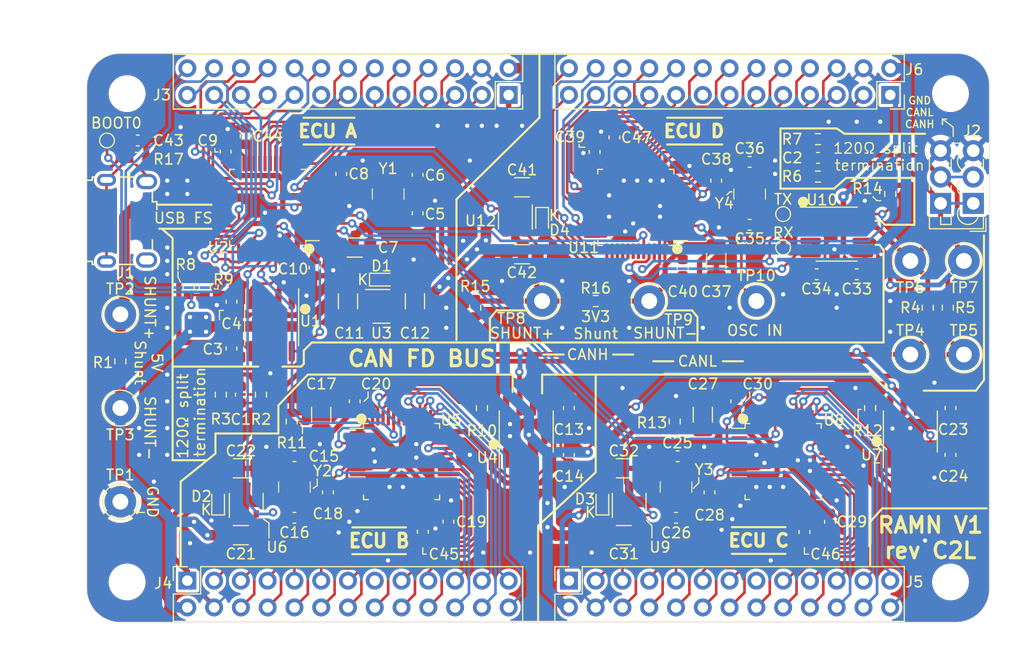
<source format=kicad_pcb>
(kicad_pcb (version 20221018) (generator pcbnew)
  (layers (0 "F.Cu" power) (31 "B.Cu" signal) (34 "B.Paste" user) (35 "F.Paste" user) (36 "B.SilkS" user "B.Silkscreen") (37 "F.SilkS" user "F.Silkscreen") (38 "B.Mask" user) (39 "F.Mask" user) (44 "Edge.Cuts" user))
  (net 0 "")
  (net 1 "GND")
  (net 2 "Net-(C2-Pad1)")
  (net 3 "+5V")
  (net 4 "/usb_uc/USB_D+")
  (net 5 "/usb_uc/USB_D-")
  (net 6 "/usb_uc/nRST")
  (net 7 "/usb_uc/SYS_JTDO-SWO")
  (net 8 "/usb_uc/SYS_JTCK-SWCLK")
  (net 9 "/usb_uc/SYS_JTMS-SWDIO")
  (net 10 "/usb_uc/SYS_JTDI")
  (net 11 "/usb_uc/SYS_JTRST")
  (net 12 "/usb_uc/BOOT0")
  (net 13 "/usb_uc/CAN_STB")
  (net 14 "/usb_uc/CAN1_RX")
  (net 15 "/usb_uc/CAN1_TX")
  (net 16 "/usb_uc/PA8")
  (net 17 "/usb_uc/PB15")
  (net 18 "/usb_uc/PB14")
  (net 19 "/usb_uc/PB13")
  (net 20 "/usb_uc/PB12")
  (net 21 "Net-(U2-PB11)")
  (net 22 "/usb_uc/PB10")
  (net 23 "/usb_uc/PB2")
  (net 24 "/usb_uc/PB1")
  (net 25 "/usb_uc/PB0")
  (net 26 "/usb_uc/PA7")
  (net 27 "/usb_uc/PA6")
  (net 28 "/usb_uc/PA5")
  (net 29 "/usb_uc/PA4")
  (net 30 "/usb_uc/PA3")
  (net 31 "/usb_uc/PA2")
  (net 32 "/usb_uc/PA1")
  (net 33 "/usb_uc/3V3_ECU")
  (net 34 "Net-(J1-Shield)")
  (net 35 "Net-(U2-PH0)")
  (net 36 "Net-(U2-PH1)")
  (net 37 "Net-(U8-PH0)")
  (net 38 "Net-(U8-PH1)")
  (net 39 "Net-(J1-VBUS)")
  (net 41 "/ECUC/ECU_ENABLE")
  (net 42 "/ECUD/ECU_ENABLE")
  (net 45 "/ECUB/ECU_ENABLE")
  (net 56 "/ECUB/3V3_ECU")
  (net 57 "/ECUB/nRST")
  (net 58 "/ECUC/3V3_ECU")
  (net 59 "/ECUC/nRST")
  (net 60 "/ECUD/3V3_ECU")
  (net 61 "/ECUD/nRST")
  (net 62 "/ECUD/sheet5D7F273B/3.3V")
  (net 63 "/ECUD/CANL_IN")
  (net 64 "/ECUD/CANH_IN")
  (net 65 "/ECUB/PA1")
  (net 66 "/ECUB/PA2")
  (net 67 "/ECUB/PA3")
  (net 68 "/ECUB/PA4")
  (net 69 "/ECUB/PA5")
  (net 70 "/ECUB/PA6")
  (net 71 "/ECUB/PA7")
  (net 72 "/ECUB/PB0")
  (net 73 "/ECUB/PB1")
  (net 74 "/ECUB/PB2")
  (net 75 "/ECUB/PB10")
  (net 76 "/ECUB/PB12")
  (net 77 "/ECUB/PB13")
  (net 78 "/ECUB/PB14")
  (net 79 "/ECUB/PB15")
  (net 80 "/ECUB/PA8")
  (net 81 "/ECUB/SYS_JTMS-SWDIO")
  (net 82 "/ECUB/SYS_JTDI")
  (net 83 "/ECUB/SYS_JTCK-SWCLK")
  (net 84 "/ECUB/SYS_JTDO-SWO")
  (net 85 "/ECUB/SYS_JTRST")
  (net 86 "/ECUC/PA1")
  (net 87 "/ECUC/PA2")
  (net 88 "/ECUC/PA3")
  (net 89 "/ECUC/PA4")
  (net 90 "/ECUC/PA5")
  (net 91 "/ECUC/PA6")
  (net 92 "/ECUC/PA7")
  (net 93 "/ECUC/PB0")
  (net 94 "/ECUC/PB1")
  (net 95 "/ECUC/PB2")
  (net 96 "/ECUC/PB10")
  (net 97 "/ECUC/PB12")
  (net 98 "/ECUC/PB13")
  (net 99 "/ECUC/PB14")
  (net 100 "/ECUC/PB15")
  (net 101 "/ECUC/PA8")
  (net 102 "/ECUC/SYS_JTMS-SWDIO")
  (net 103 "/ECUC/SYS_JTDI")
  (net 104 "/ECUC/SYS_JTCK-SWCLK")
  (net 105 "/ECUC/SYS_JTDO-SWO")
  (net 106 "/ECUC/SYS_JTRST")
  (net 107 "/ECUD/PA1")
  (net 108 "/ECUD/PA2")
  (net 109 "/ECUD/PA3")
  (net 110 "/ECUD/PA4")
  (net 111 "/ECUD/PA5")
  (net 112 "/ECUD/PA6")
  (net 113 "/ECUD/PA7")
  (net 114 "/ECUD/PB0")
  (net 115 "/ECUD/PB1")
  (net 116 "/ECUD/PB2")
  (net 117 "/ECUD/PB10")
  (net 118 "Net-(U8-PB11)")
  (net 119 "/ECUD/PB12")
  (net 120 "/ECUD/PB13")
  (net 121 "/ECUD/PB14")
  (net 122 "/ECUD/PB15")
  (net 123 "/ECUD/PA8")
  (net 124 "/ECUD/SYS_JTMS-SWDIO")
  (net 125 "/ECUD/SYS_JTDI")
  (net 126 "/ECUD/SYS_JTCK-SWCLK")
  (net 127 "/ECUD/SYS_JTDO-SWO")
  (net 128 "/ECUD/SYS_JTRST")
  (net 129 "/ECUB/CANH_IN")
  (net 130 "/ECUB/CANL_IN")
  (net 131 "/ECUB/CAN_STB")
  (net 132 "/ECUC/CAN_STB")
  (net 133 "/ECUD/CAN_STB")
  (net 134 "/ECUD/CAN1_TX")
  (net 135 "/ECUD/CAN1_RX")
  (net 136 "/ECUC/BOOT0")
  (net 137 "/ECUD/BOOT0")
  (net 138 "/ECUB/BOOT0")
  (net 139 "/ECUB/CAN1_RX")
  (net 140 "/ECUB/CAN1_TX")
  (net 141 "/ECUC/CAN1_RX")
  (net 142 "/ECUC/CAN1_TX")
  (net 149 "Net-(C1-Pad1)")
  (net 150 "Net-(U5-PH0)")
  (net 151 "Net-(U5-PH1)")
  (net 152 "Net-(U11-PH0)")
  (net 153 "Net-(U11-PH1)")
  (net 154 "Net-(U5-PB11)")
  (net 155 "Net-(U11-PB11)")
  (footprint "Capacitor_SMD:C_0603_1608Metric" (layer "F.Cu") (at 55.245 75.565 90)
    (fp_text reference "C1")
    (fp_text value "4.7nF")
  )
  (footprint "Capacitor_SMD:C_0603_1608Metric" (layer "F.Cu") (at 72.009 54.695 -90)
    (fp_text reference "C6")
    (fp_text value "10pF")
  )
  (footprint "Resistor_SMD:R_0603_1608Metric" (layer "F.Cu") (at 57.15 75.565 -90)
    (fp_text reference "R2")
    (fp_text value "60R")
  )
  (footprint "Capacitor_SMD:C_0603_1608Metric" (layer "F.Cu") (at 72.009 58.335 90)
    (fp_text reference "C5")
    (fp_text value "10pF")
  )
  (footprint "digikey-footprints:SMD-2_3.2x2.5mm" (layer "F.Cu") (at 69.215 56.515 90)
    (fp_text reference "Y1")
    (fp_text value "NX3225GD-8MHZ-STD-CRA-3")
  )
  (footprint "Capacitor_SMD:C_0603_1608Metric" (layer "F.Cu") (at 54.356 71.181 -90)
    (fp_text reference "C3")
    (fp_text value "100nF")
  )
  (footprint "Capacitor_SMD:C_0603_1608Metric" (layer "F.Cu") (at 64.77 54.61 90)
    (fp_text reference "C8")
    (fp_text value "100nF")
  )
  (footprint "TestPoint:TestPoint_Loop_D2.54mm_Drill1.5mm_Beaded" (layer "F.Cu") (at 43.815 76.835)
    (fp_text reference "TP3")
    (fp_text value " ")
  )
  (footprint "Capacitor_SMD:C_1206_3216Metric" (layer "F.Cu") (at 66.04 61.595)
    (fp_text reference "C7")
    (fp_text value "10uF")
  )
  (footprint "Capacitor_SMD:C_0603_1608Metric" (layer "F.Cu") (at 53.8 52.5 90)
    (fp_text reference "C9")
    (fp_text value "100nF")
  )
  (footprint "Package_SO:SOIC-8_3.9x4.9mm_P1.27mm" (layer "F.Cu") (at 58.166 68.961 -90)
    (fp_text reference "U1")
    (fp_text value "ATA6561-GAQW-N")
  )
  (footprint "Capacitor_SMD:C_0603_1608Metric" (layer "F.Cu") (at 86.36 81.28 -90)
    (fp_text reference "C14")
    (fp_text value "100nF")
  )
  (footprint "Capacitor_SMD:C_0603_1608Metric" (layer "F.Cu") (at 74.93 87.63 -90)
    (fp_text reference "C19")
    (fp_text value "100nF")
  )
  (footprint "Package_SO:TSOP-5_1.65x3.05mm_P0.95mm" (layer "F.Cu") (at 55.753 85.725 90)
    (fp_text reference "U6")
    (fp_text value "NCV8163")
  )
  (footprint "Capacitor_SMD:C_1206_3216Metric" (layer "F.Cu") (at 55.245 88.9)
    (fp_text reference "C21")
    (fp_text value "1uF")
  )
  (footprint "Capacitor_SMD:C_1206_3216Metric" (layer "F.Cu") (at 55.245 82.55)
    (fp_text reference "C22")
    (fp_text value "1uF")
  )
  (footprint "Capacitor_SMD:C_0603_1608Metric" (layer "F.Cu") (at 113.665 64.135 180)
    (fp_text reference "C33")
    (fp_text value "100nF")
  )
  (footprint "Capacitor_SMD:C_0603_1608Metric" (layer "F.Cu") (at 109.855 64.135 180)
    (fp_text reference "C34")
    (fp_text value "100nF")
  )
  (footprint "Capacitor_SMD:C_0603_1608Metric" (layer "F.Cu") (at 103.505 53.467)
    (fp_text reference "C36")
    (fp_text value "10pF")
  )
  (footprint "Capacitor_SMD:C_1206_3216Metric" (layer "F.Cu") (at 100.33 62.865 -90)
    (fp_text reference "C37")
    (fp_text value "10uF")
  )
  (footprint "Capacitor_SMD:C_0603_1608Metric" (layer "F.Cu") (at 100.33 55.245 90)
    (fp_text reference "C38")
    (fp_text value "100nF")
  )
  (footprint "Capacitor_SMD:C_0603_1608Metric" (layer "F.Cu") (at 88.7984 52.5272 90)
    (fp_text reference "C39")
    (fp_text value "100nF")
  )
  (footprint "Capacitor_SMD:C_0603_1608Metric" (layer "F.Cu") (at 97.155 63.5 -90)
    (fp_text reference "C40")
    (fp_text value "100nF")
  )
  (footprint "Capacitor_SMD:C_1206_3216Metric" (layer "F.Cu") (at 81.915 55.88 180)
    (fp_text reference "C41")
    (fp_text value "1uF")
  )
  (footprint "Capacitor_SMD:C_1206_3216Metric" (layer "F.Cu") (at 81.915 62.23 180)
    (fp_text reference "C42")
    (fp_text value "1uF")
  )
  (footprint "Package_SO:SOIC-8_3.9x4.9mm_P1.27mm" (layer "F.Cu") (at 111.76 60.325)
    (fp_text reference "U10")
    (fp_text value "ATA6561-GAQW-N")
  )
  (footprint "Package_QFP:LQFP-48_7x7mm_P0.5mm" (layer "F.Cu") (at 92.71 57.785 180)
    (fp_text reference "U11")
    (fp_text value "STM32L552/STM32L562")
  )
  (footprint "Package_SO:TSOP-5_1.65x3.05mm_P0.95mm" (layer "F.Cu") (at 81.28 59.055 -90)
    (fp_text reference "U12")
    (fp_text value "NCV8163")
  )
  (footprint "digikey-footprints:SMD-2_3.2x2.5mm" (layer "F.Cu") (at 103.505 56.515 90)
    (fp_text reference "Y4")
    (fp_text value "NX3225GD-8MHZ-STD-CRA-3")
  )
  (footprint "Capacitor_SMD:C_1206_3216Metric" (layer "F.Cu") (at 65.405 66.692 -90)
    (fp_text reference "C11")
    (fp_text value "1uF")
  )
  (footprint "Resistor_SMD:R_0603_1608Metric" (layer "F.Cu") (at 53.34 75.565 90)
    (fp_text reference "R3")
    (fp_text value "60R")
  )
  (footprint "TestPoint:TestPoint_Loop_D2.54mm_Drill1.5mm_Beaded" (layer "F.Cu") (at 93.98 66.675)
    (fp_text reference "TP9")
    (fp_text value " ")
  )
  (footprint "Capacitor_SMD:C_0603_1608Metric" (layer "F.Cu") (at 99.695 84.836 -90)
    (fp_text reference "C28")
    (fp_text value "100nF")
  )
  (footprint "Capacitor_SMD:C_0603_1608Metric" (layer "F.Cu") (at 111.125 87.63 -90)
    (fp_text reference "C29")
    (fp_text value "100nF")
  )
  (footprint "Capacitor_SMD:C_1206_3216Metric" (layer "F.Cu") (at 62.865 77.47 90)
    (fp_text reference "C17")
    (fp_text value "10uF")
  )
  (footprint "Package_SO:SOIC-8_3.9x4.9mm_P1.27mm" (layer "F.Cu") (at 82.31 79.06 90)
    (fp_text reference "U4")
    (fp_text value "ATA6561-GAQW-N")
  )
  (footprint "Capacitor_SMD:C_1206_3216Metric" (layer "F.Cu") (at 99.06 77.47 90)
    (fp_text reference "C27")
    (fp_text value "10uF")
  )
  (footprint "Capacitor_SMD:C_1206_3216Metric" (layer "F.Cu") (at 91.567 82.55)
    (fp_text reference "C32")
    (fp_text value "1uF")
  )
  (footprint "Package_SO:TSOP-5_1.65x3.05mm_P0.95mm" (layer "F.Cu") (at 92.075 85.725 90)
    (fp_text reference "U9")
    (fp_text value "NCV8163")
  )
  (footprint "Capacitor_SMD:C_0603_1608Metric" (layer "F.Cu") (at 60.325 87.249 180)
    (fp_text reference "C16")
    (fp_text value "10pF")
  )
  (footprint "Capacitor_SMD:C_0603_1608Metric" (layer "F.Cu") (at 96.6725 81.407 180)
    (fp_text reference "C25")
    (fp_text value "10pF")
  )
  (footprint "Capacitor_SMD:C_0603_1608Metric" (layer "F.Cu") (at 63.5 84.836 -90)
    (fp_text reference "C18")
    (fp_text value "100nF")
  )
  (footprint "Capacitor_SMD:C_0603_1608Metric" (layer "F.Cu") (at 96.52 87.249 180)
    (fp_text reference "C26")
    (fp_text value "10pF")
  )
  (footprint "MountingHole:MountingHole_3.2mm_M3_ISO7380" (layer "F.Cu") (at 44.45 93.345)
    (fp_text reference "H2" hide)
    (fp_text value "MountingHole")
  )
  (footprint "Capacitor_SMD:C_0603_1608Metric" (layer "F.Cu") (at 109.982 53.086 180)
    (fp_text reference "C2")
    (fp_text value "4.7nF")
  )
  (footprint "Resistor_SMD:R_0603_1608Metric" (layer "F.Cu") (at 109.982 51.308)
    (fp_text reference "R7")
    (fp_text value "60R")
  )
  (footprint "MountingHole:MountingHole_3.2mm_M3_ISO7380" (layer "F.Cu") (at 122.555 46.99)
    (fp_text reference "H4" hide)
    (fp_text value "MountingHole")
  )
  (footprint "Capacitor_SMD:C_0603_1608Metric" (layer "F.Cu") (at 122.555 81.28 -90)
    (fp_text reference "C24")
    (fp_text value "100nF")
  )
  (footprint "Package_SO:SOIC-8_3.9x4.9mm_P1.27mm" (layer "F.Cu") (at 118.745 79.06 90)
    (fp_text reference "U7")
    (fp_text value "ATA6561-GAQW-N")
  )
  (footprint "TestPoint:TestPoint_Loop_D2.54mm_Drill1.5mm_Beaded" (layer "F.Cu") (at 43.815 67.945)
    (fp_text reference "TP2")
    (fp_text value " ")
  )
  (footprint "Connector_PinSocket_2.54mm:PinSocket_2x13_P2.54mm_Vertical" (layer "F.Cu") (at 86.36 93.218 90)
    (fp_text reference "J5")
    (fp_text value " ")
  )
  (footprint "Connector_PinSocket_2.54mm:PinSocket_2x13_P2.54mm_Vertical" (layer "F.Cu") (at 80.645 47.117 -90)
    (fp_text reference "J3")
    (fp_text value " ")
  )
  (footprint "Connector_PinSocket_2.54mm:PinSocket_2x13_P2.54mm_Vertical" (layer "F.Cu") (at 50.165 93.218 90)
    (fp_text reference "J4")
    (fp_text value " ")
  )
  (footprint "Connector_PinSocket_2.54mm:PinSocket_2x13_P2.54mm_Vertical" (layer "F.Cu") (at 116.84 47.117 -90)
    (fp_text reference "J6")
    (fp_text value " ")
  )
  (footprint "TestPoint:TestPoint_Loop_D2.54mm_Drill1.5mm_Beaded" (layer "F.Cu") (at 43.815 85.725)
    (fp_text reference "TP1")
    (fp_text value " ")
  )
  (footprint "Package_QFP:LQFP-48_7x7mm_P0.5mm" (layer "F.Cu") (at 106.68 81.915)
    (fp_text reference "U8")
    (fp_text value "STM32L552/STM32L562")
  )
  (footprint "Connector_USB:USB_Micro-B_Wuerth_629105150521" (layer "F.Cu") (at 44.45 59.055 -90)
    (fp_text reference "J1")
    (fp_text value "USB_C_Micro")
  )
  (footprint "Package_QFP:LQFP-48_7x7mm_P0.5mm" (layer "F.Cu") (at 57.785 57.785 180)
    (fp_text reference "U2")
    (fp_text value "STM32L552/STM32L562")
  )
  (footprint "Capacitor_SMD:C_0603_1608Metric" (layer "F.Cu") (at 62.23 63.5 -90)
    (fp_text reference "C10")
    (fp_text value "100nF")
  )
  (footprint "TestPoint:TestPoint_Loop_D2.54mm_Drill1.5mm_Beaded" (layer "F.Cu") (at 118.745 71.755)
    (fp_text reference "TP4")
    (fp_text value " ")
  )
  (footprint "Resistor_SMD:R_0603_1608Metric" (layer "F.Cu") (at 96.393 78.105 90)
    (fp_text reference "R13")
    (fp_text value "10k")
  )
  (footprint "Resistor_SMD:R_0603_1608Metric" (layer "F.Cu") (at 77.47 67.31 -90)
    (fp_text reference "R15")
    (fp_text value "10k")
  )
  (footprint "MountingHole:MountingHole_3.2mm_M3_ISO7380" (layer "F.Cu") (at 122.555 93.345)
    (fp_text reference "H1" hide)
    (fp_text value "MountingHole")
  )
  (footprint "Resistor_SMD:R_0603_1608Metric" (layer "F.Cu") (at 78.105 76.835 -90)
    (fp_text reference "R10")
    (fp_text value "10k")
  )
  (footprint "TestPoint:TestPoint_Loop_D2.54mm_Drill1.5mm_Beaded" (layer "F.Cu") (at 123.825 62.865)
    (fp_text reference "TP7")
    (fp_text value " ")
  )
  (footprint "Resistor_SMD:R_0603_1608Metric" (layer "F.Cu") (at 122.301 67.31 -90)
    (fp_text reference "R5")
    (fp_text value "0R")
  )
  (footprint "Resistor_SMD:R_0603_1608Metric" (layer "F.Cu") (at 43.815 72.39 90)
    (fp_text reference "R1")
    (fp_text value "0R")
  )
  (footprint "Capacitor_SMD:C_1206_3216Metric" (layer "F.Cu") (at 71.755 66.692 -90)
    (fp_text reference "C12")
    (fp_text value "1uF")
  )
  (footprint "Package_QFP:LQFP-48_7x7mm_P0.5mm" (layer "F.Cu") (at 70.485 81.915)
    (fp_text reference "U5")
    (fp_text value "STM32L552/STM32L562")
  )
  (footprint "digikey-footprints:SMD-2_3.2x2.5mm" (layer "F.Cu") (at 96.52 84.328 -90)
    (fp_text reference "Y3")
    (fp_text value "NX3225GD-8MHZ-STD-CRA-3")
  )
  (footprint "TestPoint:TestPoint_Loop_D2.54mm_Drill1.5mm_Beaded" (layer "F.Cu") (at 123.825 71.755)
    (fp_text reference "TP5")
    (fp_text value " ")
  )
  (footprint "TestPoint:TestPoint_Loop_D2.54mm_Drill1.5mm_Beaded" (layer "F.Cu") (at 118.745 62.865)
    (fp_text reference "TP6")
    (fp_text value " ")
  )
  (footprint "TestPoint:TestPoint_Loop_D2.54mm_Drill1.5mm_Beaded" (layer "F.Cu") (at 104.14 66.675)
    (fp_text reference "TP10")
    (fp_text value " ")
  )
  (footprint "TestPoint:TestPoint_Loop_D2.54mm_Drill1.5mm_Beaded" (layer "F.Cu") (at 83.82 66.675)
    (fp_text reference "TP8")
    (fp_text value " ")
  )
  (footprint "Resistor_SMD:R_0603_1608Metric" (layer "F.Cu") (at 88.9 66.675 180)
    (fp_text reference "R16")
    (fp_text value "0R")
  )
  (footprint "Resistor_SMD:R_0603_1608Metric" (layer "F.Cu") (at 120.396 67.31 -90)
    (fp_text reference "R4")
    (fp_text value "0R")
  )
  (footprint "Resistor_SMD:R_0603_1608Metric" (layer "F.Cu") (at 51.816 65.278 90)
    (fp_text reference "R9")
    (fp_text value "DNM")
  )
  (footprint "Resistor_SMD:R_0603_1608Metric" (layer "F.Cu") (at 50.292 65.278 -90)
    (fp_text reference "R8")
    (fp_text value "10k")
  )
  (footprint "MountingHole:MountingHole_3.2mm_M3_ISO7380" (layer "F.Cu") (at 44.45 46.99)
    (fp_text reference "H3" hide)
    (fp_text value "MountingHole")
  )
  (footprint "TestPoint:TestPoint_Pad_D1.0mm" (layer "F.Cu") (at 42.545 51.435)
    (fp_text reference "BOOT0")
    (fp_text value " ")
  )
  (footprint "Fiducial:Fiducial_1mm_Mask2mm" (layer "F.Cu") (at 46.99 95.504)
    (fp_text reference "FID1" hide)
    (fp_text value "Fiducial")
  )
  (footprint "Fiducial:Fiducial_1mm_Mask2mm" (layer "F.Cu") (at 119.888 95.504)
    (fp_text reference "FID2" hide)
    (fp_text value "Fiducial")
  )
  (footprint "TestPoint:TestPoint_Pad_D1.0mm" (layer "F.Cu") (at 106.68 58.42)
    (fp_text reference "TX")
    (fp_text value " ")
  )
  (footprint "Capacitor_SMD:C_0603_1608Metric" (layer "F.Cu") (at 122.555 76.835 90)
    (fp_text reference "C23")
    (fp_text value "100nF")
  )
  (footprint "Resistor_SMD:R_0603_1608Metric" (layer "F.Cu") (at 116.84 56.515 90)
    (fp_text reference "R14")
    (fp_text value "10k")
  )
  (footprint "Capacitor_SMD:C_0603_1608Metric" (layer "F.Cu") (at 103.505 59.436)
    (fp_text reference "C35")
    (fp_text value "10pF")
  )
  (footprint "Package_SO:TSOP-5_1.65x3.05mm_P0.95mm" (layer "F.Cu") (at 68.58 67.183)
    (fp_text reference "U3")
    (fp_text value "NCV8163")
  )
  (footprint "Fiducial:Fiducial_1mm_Mask2mm" (layer "F.Cu") (at 46.99 44.958)
    (fp_text reference "FID3" hide)
    (fp_text value "Fiducial")
  )
  (footprint "Diode_SMD:D_SOD-523" (layer "F.Cu") (at 68.707 64.643)
    (fp_text reference "D1")
    (fp_text value "D_Schottky")
  )
  (footprint "Diode_SMD:D_SOD-523" (layer "F.Cu") (at 53.086 85.725 90)
    (fp_text reference "D2")
    (fp_text value "D_Schottky")
  )
  (footprint "Diode_SMD:D_SOD-523" (layer "F.Cu") (at 83.82 59.055 -90)
    (fp_text reference "D4")
    (fp_text value "D_Schottky")
  )
  (footprint "Capacitor_SMD:C_0603_1608Metric" (layer "F.Cu") (at 45.466 51.435)
    (fp_text reference "C43")
    (fp_text value "100nF")
  )
  (footprint "Resistor_SMD:R_0603_1608Metric" (layer "F.Cu") (at 45.466 53.086)
    (fp_text reference "R17")
    (fp_text value "10k")
  )
  (footprint "TerminalBlock_Phoenix:TerminalBlock_Phoenix_PTSM-0,5-3-2.5-V-THR_1x03_P2.50mm_Vertical" (layer "F.Cu") (at 124.714 57.404 90)
    (fp_text reference "J2")
    (fp_text value "Screw_Terminal_01x03")
  )
  (footprint "Capacitor_SMD:C_0603_1608Metric" (layer "F.Cu") (at 66.04 76.2 90)
    (fp_text reference "C20")
    (fp_text value "100nF")
  )
  (footprint "Capacitor_SMD:C_0603_1608Metric" (layer "F.Cu") (at 60.325 81.407 180)
    (fp_text reference "C15")
    (fp_text value "10pF")
  )
  (footprint "digikey-footprints:SMD-2_3.2x2.5mm" (layer "F.Cu") (at 60.325 84.328 -90)
    (fp_text reference "Y2")
    (fp_text value "NX3225GD-8MHZ-STD-CRA-3")
  )
  (footprint "Resistor_SMD:R_0603_1608Metric" (layer "F.Cu") (at 60.071 78.105 90)
    (fp_text reference "R11")
    (fp_text value "10k")
  )
  (footprint "Capacitor_SMD:C_0603_1608Metric" (layer "F.Cu") (at 54.356 66.741 90)
    (fp_text reference "C4")
    (fp_text value "100nF")
  )
  (footprint "Capacitor_SMD:C_1206_3216Metric" (layer "F.Cu") (at 91.567 88.9)
    (fp_text reference "C31")
    (fp_text value "1uF")
  )
  (footprint "Diode_SMD:D_SOD-523" (layer "F.Cu") (at 89.535 85.725 90)
    (fp_text reference "D3")
    (fp_text value "D_Schottky")
  )
  (footprint "Resistor_SMD:R_0603_1608Metric" (layer "F.Cu") (at 109.982 54.864 180)
    (fp_text reference "R6")
    (fp_text value "60R")
  )
  (footprint "Resistor_SMD:R_0603_1608Metric" (layer "F.Cu") (at 114.935 76.835 -90)
    (fp_text reference "R12")
    (fp_text value "10k")
  )
  (footprint "TestPoint:TestPoint_Pad_D1.0mm" (layer "F.Cu") (at 106.68 61.595)
    (fp_text reference "RX")
    (fp_text value " ")
  )
  (footprint "Capacitor_SMD:C_0603_1608Metric" (layer "F.Cu") (at 86.36 76.835 -90)
    (fp_text reference "C13")
    (fp_text value "100nF")
  )
  (footprint "Capacitor_SMD:C_0603_1608Metric" (layer "F.Cu") (at 102.235 76.2 90)
    (fp_text reference "C30")
    (fp_text value "100nF")
  )
  (footprint "Capacitor_SMD:C_0603_1608Metric" (layer "F.Cu") (at 55.7 51.025 90)
    (fp_text reference "C44")
    (fp_text value "4.7uF")
  )
  (footprint "Capacitor_SMD:C_0603_1608Metric" (layer "F.Cu") (at 72.5 88.575 -90)
    (fp_text reference "C45")
    (fp_text value "4.7uF")
  )
  (footprint "Capacitor_SMD:C_0603_1608Metric" (layer "F.Cu") (at 90.678 51.1426 90)
    (fp_text reference "C47")
    (fp_text value "4.7uF")
  )
  (footprint "Capacitor_SMD:C_0603_1608Metric" (layer "F.Cu") (at 108.7 88.6 -90)
    (fp_text reference "C46")
    (fp_text value "4.7uF")
  )
  (gr_line (start 100.8888 49.276) (end 95.6818 49.276) (stroke (width 0.2)) (layer "F.SilkS"))
  (gr_line (start 101.82 88.138) (end 106.9 88.138) (stroke (width 0.2)) (layer "F.SilkS"))
  (gr_line (start 106.9 90.678) (end 101.82 90.678) (stroke (width 0.2)) (layer "F.SilkS"))
  (gr_line (start 75.692 57.023) (end 83.566 49.276) (stroke (width 0.2)) (layer "F.SilkS"))
  (gr_line (start 83.566 49.276) (end 83.566 43.307) (stroke (width 0.2)) (layer "F.SilkS"))
  (gr_line (start 111.506 56.007) (end 112.649 54.991) (stroke (width 0.2)) (layer "F.SilkS"))
  (gr_line (start 52.832 81.153) (end 52.832 79.248) (stroke (width 0.2)) (layer "F.SilkS"))
  (gr_line (start 88.9 73.66) (end 115.062 73.66) (stroke (width 0.2)) (layer "F.SilkS"))
  (gr_line (start 116.586 75.184) (end 115.062 73.66) (stroke (width 0.2)) (layer "F.SilkS"))
  (gr_line (start 83.947 71.755) (end 85.852 71.755) (stroke (width 0.2)) (layer "F.SilkS"))
  (gr_line (start 121.793 49.911) (end 121.793 49.403) (stroke (width 0.12)) (layer "F.SilkS"))
  (gr_line (start 48.768 60.706) (end 47.752 59.817) (stroke (width 0.2)) (layer "F.SilkS"))
  (gr_line (start 90.551 71.755) (end 92.456 71.755) (stroke (width 0.2)) (layer "F.SilkS"))
  (gr_line (start 94.361 72.39) (end 96.266 72.39) (stroke (width 0.2)) (layer "F.SilkS"))
  (gr_line (start 100.965 72.39) (end 102.87 72.39) (stroke (width 0.2)) (layer "F.SilkS"))
  (gr_line (start 106.426 50.292) (end 106.426 56.007) (stroke (width 0.2)) (layer "F.SilkS"))
  (gr_line (start 60.96 72.898) (end 59.182 72.898) (stroke (width 0.2)) (layer "F.SilkS"))
  (gr_line (start 125.73 74.168) (end 125.73 60.452) (stroke (width 0.2)) (layer "F.SilkS"))
  (gr_line (start 61.214 71.374) (end 61.976 70.612) (stroke (width 0.2)) (layer "F.SilkS"))
  (gr_circle (center 96.647 61.722) (end 96.647 61.722) (stroke (width 0.5)) (fill none) (layer "F.SilkS"))
  (gr_line (start 98.679 83.947) (end 98.552 84.074) (stroke (width 0.12)) (layer "F.SilkS"))
  (gr_line (start 53.086 65.151) (end 53.086 65.532) (stroke (width 0.12)) (layer "F.SilkS"))
  (gr_circle (center 108.585 57.277) (end 108.585 57.277) (stroke (width 0.5)) (fill none) (layer "F.SilkS"))
  (gr_line (start 120.015 75.184) (end 124.968 75.184) (stroke (width 0.2)) (layer "F.SilkS"))
  (gr_line (start 66.929 76.2) (end 67.31 75.819) (stroke (width 0.12)) (layer "F.SilkS"))
  (gr_line (start 115.951 59.055) (end 115.443 59.055) (stroke (width 0.2)) (layer "F.SilkS"))
  (gr_line (start 81.026 73.66) (end 81.026 75.311) (stroke (width 0.2)) (layer "F.SilkS"))
  (gr_line (start 115.951 57.15) (end 115.57 57.15) (stroke (width 0.12)) (layer "F.SilkS"))
  (gr_line (start 53.086 52.5272) (end 52.7812 52.5272) (stroke (width 0.12)) (layer "F.SilkS"))
  (gr_line (start 95.6818 51.816) (end 100.8888 51.816) (stroke (width 0.2)) (layer "F.SilkS"))
  (gr_line (start 119.126 59.436) (end 119.126 54.991) (stroke (width 0.2)) (layer "F.SilkS"))
  (gr_line (start 52.451 57.531) (end 47.371 57.531) (stroke (width 0.2)) (layer "F.SilkS"))
  (gr_circle (center 102.87 77.851) (end 102.87 77.851) (stroke (width 0.5)) (fill none) (layer "F.SilkS"))
  (gr_line (start 52.451 59.817) (end 47.498 59.817) (stroke (width 0.2)) (layer "F.SilkS"))
  (gr_line (start 114.935 87.63) (end 114.935 91.821) (stroke (width 0.2)) (layer "F.SilkS"))
  (gr_line (start 103.505 75.819) (end 103.505 75.311) (stroke (width 0.12)) (layer "F.SilkS"))
  (gr_line (start 94.234 89.154) (end 94.234 88.011) (stroke (width 0.12)) (layer "F.SilkS"))
  (gr_line (start 116.205 61.849) (end 115.824 61.341) (stroke (width 0.2)) (layer "F.SilkS"))
  (gr_line (start 82.296 67.564) (end 79.502 67.564) (stroke (width 0.2)) (layer "F.SilkS"))
  (gr_line (start 108.7 90.7) (end 109.1 90.7) (stroke (width 0.12)) (layer "F.SilkS"))
  (gr_line (start 48.768 72.898) (end 56.896 72.898) (stroke (width 0.2)) (layer "F.SilkS"))
  (gr_line (start 115.316 82.042) (end 115.824 82.042) (stroke (width 0.12)) (layer "F.SilkS"))
  (gr_line (start 95.504 67.564) (end 98.044 67.564) (stroke (width 0.2)) (layer "F.SilkS"))
  (gr_line (start 53.213 67.564) (end 53.594 67.564) (stroke (width 0.12)) (layer "F.SilkS"))
  (gr_line (start 57.912 89.154) (end 57.912 87.757) (stroke (width 0.12)) (layer "F.SilkS"))
  (gr_line (start 62.484 83.566) (end 62.484 84.201) (stroke (width 0.12)) (layer "F.SilkS"))
  (gr_line (start 115.951 59.055) (end 116.332 59.436) (stroke (width 0.2)) (layer "F.SilkS"))
  (gr_line (start 61.214 72.644) (end 60.96 72.898) (stroke (width 0.2)) (layer "F.SilkS"))
  (gr_line (start 103.124 76.2) (end 103.505 75.819) (stroke (width 0.12)) (layer "F.SilkS"))
  (gr_line (start 58.801 79.248) (end 52.832 79.248) (stroke (width 0.2)) (layer "F.SilkS"))
  (gr_line (start 61.187 49.276) (end 66.013 49.276) (stroke (width 0.2)) (layer "F.SilkS"))
  (gr_line (start 53.086 65.532) (end 52.705 65.532) (stroke (width 0.12)) (layer "F.SilkS"))
  (gr_line (start 121.793 49.403) (end 122.174 49.403) (stroke (width 0.12)) (layer "F.SilkS"))
  (gr_line (start 106.426 56.007) (end 111.506 56.007) (stroke (width 0.2)) (layer "F.SilkS"))
  (gr_line (start 78.867 68.326) (end 78.867 70.485) (stroke (width 0.2)) (layer "F.SilkS"))
  (gr_line (start 83.82 73.66) (end 88.9 73.66) (stroke (width 0.2)) (layer "F.SilkS"))
  (gr_line (start 49.53 83.82) (end 52.832 81.153) (stroke (width 0.2)) (layer "F.SilkS"))
  (gr_line (start 72.5 90.1) (end 72.5 90.7) (stroke (width 0.12)) (layer "F.SilkS"))
  (gr_line (start 116.078 86.36) (end 125.984 86.36) (stroke (width 0.2)) (layer "F.SilkS"))
  (gr_line (start 87.884 52.07) (end 87.3252 52.07) (stroke (width 0.12)) (layer "F.SilkS"))
  (gr_line (start 62.484 84.201) (end 62.103 84.455) (stroke (width 0.12)) (layer "F.SilkS"))
  (gr_line (start 116.078 86.36) (end 114.935 87.63) (stroke (width 0.2)) (layer "F.SilkS"))
  (gr_line (start 94.234 88.011) (end 93.726 87.503) (stroke (width 0.12)) (layer "F.SilkS"))
  (gr_line (start 122.809 51.054) (end 122.809 50.165) (stroke (width 0.12)) (layer "F.SilkS"))
  (gr_line (start 98.679 83.439) (end 98.679 83.947) (stroke (width 0.12)) (layer "F.SilkS"))
  (gr_line (start 61.976 70.612) (end 116.205 70.612) (stroke (width 0.2)) (layer "F.SilkS"))
  (gr_line (start 83.439 88.011) (end 88.9 82.931) (stroke (width 0.2)) (layer "F.SilkS"))
  (gr_line (start 98.044 67.564) (end 98.552 68.199) (stroke (width 0.2)) (layer "F.SilkS"))
  (gr_line (start 58.801 76.581) (end 58.801 79.248) (stroke (width 0.2)) (layer "F.SilkS"))
  (gr_line (start 101.6254 56.3118) (end 101.8286 56.3118) (stroke (width 0.12)) (layer "F.SilkS"))
  (gr_line (start 81.975 43.247) (end 85.03 43.247) (stroke (width 0.12)) (layer "F.SilkS"))
  (gr_line (start 75.692 70.358) (end 75.692 57.023) (stroke (width 0.2)) (layer "F.SilkS"))
  (gr_line (start 61.595 73.66) (end 58.801 76.581) (stroke (width 0.2)) (layer "F.SilkS"))
  (gr_line (start 98.552 68.199) (end 98.552 70.485) (stroke (width 0.2)) (layer "F.SilkS"))
  (gr_circle (center 115.57 80.01) (end 115.57 80.01) (stroke (width 0.5)) (fill none) (layer "F.SilkS"))
  (gr_line (start 79.502 67.564) (end 78.867 68.326) (stroke (width 0.2)) (layer "F.SilkS"))
  (gr_line (start 125.73 74.168) (end 124.968 75.184) (stroke (width 0.2)) (layer "F.SilkS"))
  (gr_circle (center 66.675 77.851) (end 66.675 77.851) (stroke (width 0.5)) (fill none) (layer "F.SilkS"))
  (gr_line (start 65.82 88.16) (end 70.9 88.16) (stroke (width 0.2)) (layer "F.SilkS"))
  (gr_line (start 45.2 86.741) (end 46.101 86.741) (stroke (width 0.12)) (layer "F.SilkS"))
  (gr_line (start 61.214 71.374) (end 61.214 72.644) (stroke (width 0.2)) (layer "F.SilkS"))
  (gr_line (start 83.82 75.438) (end 83.82 73.66) (stroke (width 0.2)) (layer "F.SilkS"))
  (gr_line (start 120.142 50.8) (end 112.522 50.8) (stroke (width 0.2)) (layer "F.SilkS"))
  (gr_line (start 70.9 90.7) (end 65.82 90.7) (stroke (width 0.2)) (layer "F.SilkS"))
  (gr_line (start 113.792 76.962) (end 113.792 77.978) (stroke (width 0.12)) (layer "F.SilkS"))
  (gr_line (start 83.439 97.028) (end 83.439 88.011) (stroke (width 0.2)) (layer "F.SilkS"))
  (gr_line (start 49.276 64.389) (end 49.276 63.881) (stroke (width 0.12)) (layer "F.SilkS"))
  (gr_line (start 108.7 90.1) (end 108.7 90.7) (stroke (width 0.12)) (layer "F.SilkS"))
  (gr_line (start 114.046 76.962) (end 113.792 76.962) (stroke (width 0.12)) (layer "F.SilkS"))
  (gr_line (start 49.276 64.389) (end 49.53 64.897) (stroke (width 0.12)) (layer "F.SilkS"))
  (gr_line (start 106.426 50.292) (end 111.76 50.292) (stroke (width 0.2)) (layer "F.SilkS"))
  (gr_line (start 115.824 61.341) (end 115.443 61.341) (stroke (width 0.2)) (layer "F.SilkS"))
  (gr_line (start 52.7812 52.5272) (end 52.7812 52.2224) (stroke (width 0.12)) (layer "F.SilkS"))
  (gr_line (start 85.03 97.088) (end 81.975 97.088) (stroke (width 0.12)) (layer "F.SilkS"))
  (gr_line (start 48.768 81.788) (end 48.768 60.706) (stroke (width 0.2)) (layer "F.SilkS"))
  (gr_line (start 112.649 54.991) (end 119.126 54.991) (stroke (width 0.2)) (layer "F.SilkS"))
  (gr_circle (center 61.722 61.722) (end 61.722 61.722) (stroke (width 0.5)) (fill none) (layer "F.SilkS"))
  (gr_line (start 57.912 87.757) (end 57.404 87.376) (stroke (width 0.12)) (layer "F.SilkS"))
  (gr_line (start 49.53 91.821) (end 49.53 83.82) (stroke (width 0.2)) (layer "F.SilkS"))
  (gr_line (start 122.809 50.165) (end 121.793 49.403) (stroke (width 0.12)) (layer "F.SilkS"))
  (gr_line (start 51.943 81.788) (end 48.768 81.788) (stroke (width 0.2)) (layer "F.SilkS"))
  (gr_line (start 116.205 70.612) (end 116.205 61.849) (stroke (width 0.2)) (layer "F.SilkS"))
  (gr_circle (center 79.248 80.264) (end 79.248 80.264) (stroke (width 0.5)) (fill none) (layer "F.SilkS"))
  (gr_line (start 98.552 84.074) (end 98.171 84.455) (stroke (width 0.12)) (layer "F.SilkS"))
  (gr_line (start 53.213 67.564) (end 53.213 68.453) (stroke (width 0.12)) (layer "F.SilkS"))
  (gr_line (start 88.9 82.931) (end 88.9 73.66) (stroke (width 0.2)) (layer "F.SilkS"))
  (gr_line (start 60.833 78.232) (end 61.087 78.486) (stroke (width 0.12)) (layer "F.SilkS"))
  (gr_line (start 87.3252 52.07) (end 87.3252 51.816) (stroke (width 0.12)) (layer "F.SilkS"))
  (gr_line (start 121.793 49.403) (end 121.793 49.911) (stroke (width 0.12)) (layer "F.SilkS"))
  (gr_line (start 66.013 51.816) (end 61.187 51.816) (stroke (width 0.2)) (layer "F.SilkS"))
  (gr_line (start 81.026 73.66) (end 61.595 73.66) (stroke (width 0.2)) (layer "F.SilkS"))
  (gr_line (start 61.087 78.486) (end 61.087 79.248) (stroke (width 0.12)) (layer "F.SilkS"))
  (gr_line (start 67.31 75.819) (end 67.31 75.311) (stroke (width 0.12)) (layer "F.SilkS"))
  (gr_line (start 116.332 59.436) (end 119.126 59.436) (stroke (width 0.2)) (layer "F.SilkS"))
  (gr_line (start 72.5 90.7) (end 72.8 90.7) (stroke (width 0.12)) (layer "F.SilkS"))
  (gr_line (start 111.76 50.292) (end 112.522 50.8) (stroke (width 0.2)) (layer "F.SilkS"))
  (gr_line (start 101.346 56.5912) (end 101.6254 56.3118) (stroke (width 0.12)) (layer "F.SilkS"))
  (gr_line (start 115.57 57.15) (end 115.189 56.769) (stroke (width 0.12)) (layer "F.SilkS"))
  (gr_circle (center 61.341 67.437) (end 61.341 67.437) (stroke (width 0.5)) (fill none) (layer "F.SilkS"))
  (gr_line (start 43.815 97.155) (end 123.065 97.155) (stroke (width 0.05)) (layer "Edge.Cuts"))
  (gr_line (start 40.64 46.355) (end 40.64 93.98) (stroke (width 0.05)) (layer "Edge.Cuts"))
  (gr_line (start 126.24 46.23) (end 126.24 93.98) (stroke (width 0.05)) (layer "Edge.Cuts"))
  (gr_arc (start 126.24 93.98) (mid 125.310064 96.225064) (end 123.065 97.155) (stroke (width 0.05)) (layer "Edge.Cuts"))
  (gr_arc (start 123.19 43.18) (mid 125.346676 44.073324) (end 126.24 46.23) (stroke (width 0.05)) (layer "Edge.Cuts"))
  (gr_line (start 43.815 43.18) (end 123.19 43.18) (stroke (width 0.05)) (layer "Edge.Cuts"))
  (gr_arc (start 40.64 46.355) (mid 41.569936 44.109936) (end 43.815 43.18) (stroke (width 0.05)) (layer "Edge.Cuts"))
  (gr_arc (start 43.815 97.155) (mid 41.569936 96.225064) (end 40.64 93.98) (stroke (width 0.05)) (layer "Edge.Cuts"))
  (gr_text "RAMN" (at 44.45 89.4461) (layer "F.Cu") (effects (font (size 1.2 1.2) (thickness 0.25))))
  (gr_text "5V\nShunt" (at 46.482 72.517 270) (layer "F.SilkS") (effects (font (size 1 1))))
  (gr_text "CANH" (at 88.138 71.755) (layer "F.SilkS") (effects (font (size 1 1))))
  (gr_text "CANL" (at 98.552 72.39) (layer "F.SilkS") (effects (font (size 1 1))))
  (gr_text "ECU A" (at 63.473 50.546) (layer "F.SilkS") (effects (font (size 1.2 1.2) (thickness 0.3))))
  (gr_text "120Ω split \ntermination" (at 115.824 52.9844) (layer "F.SilkS") (effects (font (size 1 1) (thickness 0.125))))
  (gr_text "K" (at 66.8 64.643) (layer "F.SilkS") (effects (font (size 1 1))))
  (gr_text "K" (at 84.963 58.547) (layer "F.SilkS") (effects (font (size 1 1))))
  (gr_text "GND\nCANL\nCANH" (at 119.634 48.768) (layer "F.SilkS") (effects (font (size 0.7 0.7) (thickness 0.125))))
  (gr_text "K" (at 51.943 86.487) (layer "F.SilkS") (effects (font (size 1 1))))
  (gr_text "ECU C" (at 104.36 89.408) (layer "F.SilkS") (effects (font (size 1.2 1.2) (thickness 0.3))))
  (gr_text "RAMN V1\nrev C2L" (at 120.65 89.154) (layer "F.SilkS") (effects (font (size 1.5 1.5) (thickness 0.3))))
  (gr_text "120Ω split \ntermination" (at 50.546 77.216 90) (layer "F.SilkS") (effects (font (size 1 1))))
  (gr_text "K" (at 88.392 86.741) (layer "F.SilkS") (effects (font (size 1 1))))
  (gr_text "SHUNT-" (at 46.609 78.74 270) (layer "F.SilkS") (effects (font (size 1 1))))
  (gr_text "OSC IN" (at 104.013 69.469) (layer "F.SilkS") (effects (font (size 1 1))))
  (gr_text "CAN FD BUS" (at 72.39 72.136) (layer "F.SilkS") (effects (font (size 1.5 1.5) (thickness 0.3))))
  (gr_text "USB FS" (at 49.784 58.801) (layer "F.SilkS") (effects (font (size 1 1))))
  (gr_text "ECU B" (at 68.36 89.43) (layer "F.SilkS") (effects (font (size 1.3 1.2) (thickness 0.3))))
  (gr_text "SHUNT-" (at 95.504 69.723) (layer "F.SilkS") (effects (font (size 1 1))))
  (gr_text "SHUNT+" (at 81.915 69.723) (layer "F.SilkS") (effects (font (size 1 1))))
  (gr_text "GND" (at 46.863 85.725 270) (layer "F.SilkS") (effects (font (size 1 1))))
  (gr_text "3V3\nShunt" (at 88.9 68.961) (layer "F.SilkS") (effects (font (size 1 1))))
  (gr_text "SHUNT+" (at 46.609 67.31 270) (layer "F.SilkS") (effects (font (size 1 1))))
  (gr_text "ECU D" (at 98.2218 50.546) (layer "F.SilkS") (effects (font (size 1.2 1.2) (thickness 0.3))))
  (segment (start 85.58499 79.76901) (end 86.614 78.74) (width 0.25) (layer "F.Cu") (net 1))
  (segment (start 117.053999 78.780001) (end 115.546501 78.780001) (width 0.25) (layer "F.Cu") (net 1))
  (segment (start 118.11 81.535) (end 118.11 79.375) (width 0.25) (layer "F.Cu") (net 1))
  (segment (start 101.473 82.872) (end 101.473 83.439) (width 0.25) (layer "F.Cu") (net 1))
  (segment (start 93.29686 59.309) (end 92.71 59.309) (width 0.25) (layer "F.Cu") (net 1))
  (segment (start 56.8198 80.518) (end 55.372 81.9658) (width 0.25) (layer "F.Cu") (net 1))
  (segment (start 93.98 80.518) (end 92.2782 80.518) (width 0.25) (layer "F.Cu") (net 1))
  (segment (start 51.816 64.453) (end 51.816 64.135) (width 0.25) (layer "F.Cu") (net 1))
  (segment (start 53.6225 60.035) (end 52.8172 60.035) (width 0.25) (layer "F.Cu") (net 1))
  (segment (start 78.105 44.577) (end 77.978 44.577) (width 0.25) (layer "F.Cu") (net 1))
  (segment (start 81.28 56.645) (end 80.515 55.88) (width 0.25) (layer "F.Cu") (net 1))
  (segment (start 52.6542 60.198) (end 47.1932 60.198) (width 0.25) (layer "F.Cu") (net 1))
  (segment (start 107.569 81.788) (end 107.95 81.788) (width 0.25) (layer "F.Cu") (net 1))
  (segment (start 92.2782 80.518) (end 91.7194 81.0768) (width 0.25) (layer "F.Cu") (net 1))
  (segment (start 95.61399 57.04001) (end 96.135 57.04001) (width 0.25) (layer "F.Cu") (net 1))
  (segment (start 59.5375 87.249) (end 59.5375 87.4775) (width 0.25) (layer "F.Cu") (net 1))
  (segment (start 55.753 86.885) (end 55.753 85.9282) (width 0.25) (layer "F.Cu") (net 1))
  (segment (start 105.41 53.34) (end 105.41 52.832) (width 0.25) (layer "F.Cu") (net 1))
  (segment (start 63.7286 55.2196) (end 63.894798 55.2196) (width 0.25) (layer "F.Cu") (net 1))
  (segment (start 47.0362 60.355) (end 46.35 60.355) (width 0.25) (layer "F.Cu") (net 1))
  (segment (start 66.314 67.183) (end 65.405 68.092) (width 0.25) (layer "F.Cu") (net 1))
  (segment (start 87.884 94.742) (end 87.63 94.488) (width 0.25) (layer "F.Cu") (net 1))
  (segment (start 99.5935 54.4575) (end 100.33 54.4575) (width 0.25) (layer "F.Cu") (net 1))
  (segment (start 101.68 82.665) (end 101.473 82.872) (width 0.25) (layer "F.Cu") (net 1))
  (segment (start 73.243 79.665) (end 73.152 79.756) (width 0.25) (layer "F.Cu") (net 1))
  (segment (start 103.2255 75.4125) (end 102.235 75.4125) (width 0.25) (layer "F.Cu") (net 1))
  (segment (start 90.46 53.6225) (end 90.46 52.887942) (width 0.25) (layer "F.Cu") (net 1))
  (segment (start 52.6542 60.198) (end 52.8172 60.035) (width 0.25) (layer "F.Cu") (net 1))
  (segment (start 105.606315 80.264) (end 106.172 80.264) (width 0.25) (layer "F.Cu") (net 1))
  (segment (start 115.5065 45.7835) (end 114.3 44.577) (width 0.25) (layer "F.Cu") (net 1))
  (segment (start 86.36 82.0675) (end 86.36 82.296) (width 0.25) (layer "F.Cu") (net 1))
  (segment (start 102.5175 82.665) (end 101.68 82.665) (width 0.25) (layer "F.Cu") (net 1))
  (segment (start 55.535 53.6225) (end 55.535 52.885001) (width 0.25) (layer "F.Cu") (net 1))
  (segment (start 55.3212 74.7013) (end 55.3212 73.6346) (width 0.25) (layer "F.Cu") (net 1))
  (segment (start 88.5475 60.035) (end 89.385 60.035) (width 0.25) (layer "F.Cu") (net 1))
  (segment (start 72.39 79.756) (end 71.882 80.264) (width 0.25) (layer "F.Cu") (net 1))
  (segment (start 108.2548 84.328) (end 106.68 84.328) (width 0.25) (layer "F.Cu") (net 1))
  (segment (start 97.905 57.035) (end 97.9932 56.9468) (width 0.25) (layer "F.Cu") (net 1))
  (segment (start 94.95499 62.79001) (end 94.95499 63.16001) (width 0.25) (layer "F.Cu") (net 1))
  (segment (start 53.6225 60.035) (end 52.868 60.035) (width 0.25) (layer "F.Cu") (net 1))
  (segment (start 72.735 86.0775) (end 72.735 86.814999) (width 0.25) (layer "F.Cu") (net 1))
  (segment (start 51.435 92.329) (end 50.419 91.313) (width 0.25) (layer "F.Cu") (net 1))
  (segment (start 110.8425 79.665) (end 108.93 79.665) (width 0.25) (layer "F.Cu") (net 1))
  (segment (start 106.68 57.0485) (end 106.68 55.88) (width 0.25) (layer "F.Cu") (net 1))
  (segment (start 70.866 84.582) (end 70.612 84.328) (width 0.25) (layer "F.Cu") (net 1))
  (segment (start 77.978 44.577) (end 76.835 45.72) (width 0.25) (layer "F.Cu") (net 1))
  (segment (start 101.473 83.439) (end 100.564989 84.347011) (width 0.25) (layer "F.Cu") (net 1))
  (segment (start 66.989292 82.665) (end 67.014301 82.639991) (width 0.25) (layer "F.Cu") (net 1))
  (segment (start 65.3 82.814186) (end 65.3 83.486313) (width 0.25) (layer "F.Cu") (net 1))
  (segment (start 108.93 86.0775) (end 108.93 86.814999) (width 0.25) (layer "F.Cu") (net 1))
  (segment (start 66.3225 82.665) (end 65.449186 82.665) (width 0.25) (layer "F.Cu") (net 1))
  (segment (start 62.785 57.035) (end 63.0215 56.7985) (width 0.25) (layer "F.Cu") (net 1))
  (segment (start 81.28 57.895) (end 81.28 56.645) (width 0.25) (layer "F.Cu") (net 1))
  (segment (start 73.7 87.779999) (end 73.7 88.265) (width 0.25) (layer "F.Cu") (net 1))
  (segment (start 67.31 75.692) (end 67.0305 75.4125) (width 0.25) (layer "F.Cu") (net 1))
  (segment (start 85.58499 81.34319) (end 85.58499 79.76901) (width 0.25) (layer "F.Cu") (net 1))
  (segment (start 103.378 75.565) (end 103.2255 75.4125) (width 0.25) (layer "F.Cu") (net 1))
  (segment (start 52.705 95.758) (end 52.705 95.504) (width 0.25) (layer "F.Cu") (net 1))
  (segment (start 63.894798 55.2196) (end 64.01999 55.094408) (width 0.25) (layer "F.Cu") (net 1))
  (segment (start 53.6225 60.035) (end 52.885 60.035) (width 0.25) (layer "F.Cu") (net 1))
  (segment (start 104.43 76.998) (end 103.378 75.946) (width 0.25) (layer "F.Cu") (net 1))
  (segment (start 63.0215 56.7985) (end 63.0215 55.9267) (width 0.25) (layer "F.Cu") (net 1))
  (segment (start 52.451 60.452) (end 49.403 60.452) (width 0.25) (layer "F.Cu") (net 1))
  (segment (start 96.647 53.848) (end 97.79 53.848) (width 0.25) (layer "F.Cu") (net 1))
  (segment (start 57.244821 73.57501) (end 58.15601 72.663821) (width 0.25) (layer "F.Cu") (net 1))
  (segment (start 52.594998 63.5) (end 52.959 63.5) (width 0.25) (layer "F.Cu") (net 1))
  (segment (start 66.294 86.0552) (end 66.294 86.614) (width 0.25) (layer "F.Cu") (net 1))
  (segment (start 58.166 88.9) (end 56.645 88.9) (width 0.25) (layer "F.Cu") (net 1))
  (segment (start 76.835 45.72) (end 76.835 47.596751) (width 0.25) (layer "F.Cu") (net 1))
  (segment (start 63.5 85.286313) (end 63.5 86.614) (width 0.25) (layer "F.Cu") (net 1))
  (segment (start 76.835 47.596751) (end 74.266751 50.165) (width 0.25) (layer "F.Cu") (net 1))
  (segment (start 52.895 64.453) (end 51.816 64.453) (width 0.25) (layer "F.Cu") (net 1))
  (segment (start 52.705 95.504) (end 51.435 94.234) (width 0.25) (layer "F.Cu") (net 1))
  (segment (start 86.36 82.0675) (end 86.36 82.55) (width 0.25) (layer "F.Cu") (net 1))
  (segment (start 115.57 45.847) (end 115.5065 45.7835) (width 0.25) (layer "F.Cu") (net 1))
  (segment (start 53.097465 63.638465) (end 53.097465 64.250535) (width 0.25) (layer "F.Cu") (net 1))
  (segment (start 49.53 50.165) (end 47.1425 52.5525) (width 0.25) (layer "F.Cu") (net 1))
  (segment (start 74.6475 79.665) (end 75.982 79.665) (width 0.25) (layer "F.Cu") (net 1))
  (segment (start 67.945 82.296) (end 67.945 81.915) (width 0.25) (layer "F.Cu") (net 1))
  (segment (start 115.57 48.895) (end 115.57 45.847) (width 0.25) (layer "F.Cu") (net 1))
  (segment (start 91.44 55.245) (end 91.313 55.245) (width 0.25) (layer "F.Cu") (net 1))
  (segment (start 118.11 79.375) (end 118.745 78.74) (width 0.25) (layer "F.Cu") (net 1))
  (segment (start 60.035 61.9475) (end 60.035 62.785) (width 0.25) (layer "F.Cu") (net 1))
  (segment (start 79.375 45.847) (end 79.375 48.895) (width 0.25) (layer "F.Cu") (net 1))
  (segment (start 100.564989 84.347011) (end 100.564989 85.236011) (width 0.25) (layer "F.Cu") (net 1))
  (segment (start 60.035 61.051) (end 59.436 60.452) (width 0.25) (layer "F.Cu") (net 1))
  (segment (start 64.01999 55.094408) (end 64.01999 54.36799) (width 0.25) (layer "F.Cu") (net 1))
  (segment (start 92.967 88.9) (end 92.075 88.008) (width 0.25) (layer "F.Cu") (net 1))
  (segment (start 114.427 44.577) (end 115.57 45.72) (width 0.25) (layer "F.Cu") (net 1))
  (segment (start 54.875 52.225001) (end 54.875 51.225) (width 0.25) (layer "F.Cu") (net 1))
  (segment (start 101.727 55.88) (end 100.457 57.15) (width 0.25) (layer "F.Cu") (net 1))
  (segment (start 104.30401 82.63999) (end 104.902 82.042) (width 0.25) (layer "F.Cu") (net 1))
  (segment (start 53.6225 60.035) (end 54.525698 60.035) (width 0.25) (layer "F.Cu") (net 1))
  (segment (start 50.419 62.103) (end 51.435 63.119) (width 0.25) (layer "F.Cu") (net 1))
  (segment (start 122.7328 78.74) (end 118.745 78.74) (width 0.25) (layer "F.Cu") (net 1))
  (segment (start 59.563 87.249) (end 59.5375 87.249) (width 0.25) (layer "F.Cu") (net 1))
  (segment (start 101.727 54.229) (end 101.727 55.88) (width 0.25) (layer "F.Cu") (net 1))
  (segment (start 108.93 86.814999) (end 109.77 87.654999) (width 0.25) (layer "F.Cu") (net 1))
  (segment (start 64.008 54.356) (end 63.8175 54.5465) (width 0.25) (layer "F.Cu") (net 1))
  (segment (start 95.25 55.245) (end 96.647 53.848) (width 0.25) (layer "F.Cu") (net 1))
  (segment (start 103.378 75.946) (end 103.378 75.565) (width 0.25) (layer "F.Cu") (net 1))
  (segment (start 66.3225 82.665) (end 66.989292 82.665) (width 0.25) (layer "F.Cu") (net 1))
  (segment (start 53.6225 60.035) (end 53.6225 60.0425) (width 0.25) (layer "F.Cu") (net 1))
  (segment (start 118.745 78.74) (end 118.704999 78.780001) (width 0.25) (layer "F.Cu") (net 1))
  (segment (start 116.0272 77.8764) (end 116.0272 78.5114) (width 0.25) (layer "F.Cu") (net 1))
  (segment (start 60.035 61.9475) (end 60.035 61.051) (width 0.25) (layer "F.Cu") (net 1))
  (segment (start 65.449186 82.665) (end 65.3 82.814186) (width 0.25) (layer "F.Cu") (net 1))
  (segment (start 85.725 94.488) (end 84.963 94.488) (width 0.25) (layer "F.Cu") (net 1))
  (segment (start 101.5365 54.4195) (end 101.727 54.229) (width 0.25) (layer "F.Cu") (net 1))
  (segment (start 73.445 88.405) (end 74.93 88.405) (width 0.5) (layer "F.Cu") (net 1))
  (segment (start 55.753 85.9282) (end 55.5498 85.725) (width 0.25) (layer "F.Cu") (net 1))
  (segment (start 53.6225 60.035) (end 54.773 60.035) (width 0.25) (layer "F.Cu") (net 1))
  (segment (start 67.601009 82.639991) (end 67.945 82.296) (width 0.25) (layer "F.Cu") (net 1))
  (segment (start 64.01999 55.80001) (end 63.881 55.939) (width 0.25) (layer "F.Cu") (net 1))
  (segment (start 95.504 57.15) (end 95.61399 57.04001) (width 0.25) (layer "F.Cu") (net 1))
  (segment (start 99.7205 85.598) (end 99.695 85.6235) (width 0.25) (layer "F.Cu") (net 1))
  (segment (start 104.14 84.4296) (end 104.14 84.328) (width 0.25) (layer "F.Cu") (net 1))
  (segment (start 94.96 61.9475) (end 94.96 62.785) (width 0.25) (layer "F.Cu") (net 1))
  (segment (start 69.233011 53.194989) (end 73.006989 53.194989) (width 0.25) (layer "F.Cu") (net 1))
  (segment (start 64.01999 54.36799) (end 64.008 54.356) (width 0.25) (layer "F.Cu") (net 1))
  (segment (start 61.976 88.138) (end 60.452 88.138) (width 0.25) (layer "F.Cu") (net 1))
  (segment (start 96.8725 57.035) (end 96.847491 57.060009) (width 0.25) (layer "F.Cu") (net 1))
  (segment (start 55.245 74.7775) (end 55.3212 74.7013) (width 0.25) (layer "F.Cu") (net 1))
  (segment (start 79.375 45.847) (end 81.661 45.847) (width 0.25) (layer "F.Cu") (net 1))
  (segment (start 116.8908 79.375) (end 118.11 79.375) (width 0.25) (layer "F.Cu") (net 1))
  (segment (start 54.773 60.035) (end 56.134 58.674) (width 0.25) (layer "F.Cu") (net 1))
  (segment (start 104.43 77.7525) (end 104.43 79.087685) (width 0.25) (layer "F.Cu") (net 1))
  (segment (start 47.1425 52.5525) (end 47.1425 52.705) (width 0.25) (layer "F.Cu") (net 1))
  (segment (start 91.7194 81.0768) (end 91.7194 83.9724) (width 0.25) (layer "F.Cu") (net 1))
  (segment (start 52.868 60.035) (end 52.451 60.452) (width 0.25) (layer "F.Cu") (net 1))
  (segment (start 67.42 67.183) (end 66.314 67.183) (width 0.25) (layer "F.Cu") (net 1))
  (segment (start 72.735 86.814999) (end 73.7 87.779999) (width 0.25) (layer "F.Cu") (net 1))
  (segment (start 102.5175 82.665) (end 102.54251 82.63999) (width 0.25) (layer "F.Cu") (net 1))
  (segment (start 96.8725 57.035) (end 96.140008 57.035) (width 0.25) (layer "F.Cu") (net 1))
  (segment (start 74.266751 50.165) (end 73.66 50.165) (width 0.25) (layer "F.Cu") (net 1))
  (segment (start 59.436 60.452) (end 58.928 60.452) (width 0.25) (layer "F.Cu") (net 1))
  (segment (start 102.54251 82.63999) (end 104.30401 82.63999) (width 0.25) (layer "F.Cu") (net 1))
  (segment (start 67.0305 75.4125) (end 66.04 75.4125) (width 0.25) (layer "F.Cu") (net 1))
  (segment (start 89.5 50.2) (end 91.7 50.2) (width 0.25) (layer "F.Cu") (net 1))
  (segment (start 55.38079 73.57501) (end 57.244821 73.57501) (width 0.25) (layer "F.Cu") (net 1))
  (segment (start 116.0272 78.5114) (end 116.8908 79.375) (width 0.25) (layer "F.Cu") (net 1))
  (segment (start 90.46 52.887942) (end 89.324258 51.7522) (width 0.25) (layer "F.Cu") (net 1))
  (segment (start 92.075 84.328) (end 92.075 86.885) (width 0.25) (layer "F.Cu") (net 1))
  (segment (start 55.535 52.885001) (end 54.875 52.225001) (width 0.25) (layer "F.Cu") (net 1))
  (segment (start 123.4186 81.8134) (end 123.4186 79.4258) (width 0.25) (layer "F.Cu") (net 1))
  (segment (start 72.735 85.1048) (end 72.2122 84.582) (width 0.25) (layer "F.Cu") (net 1))
  (segment (start 96.8725 57.035) (end 96.135 57.035) (width 0.25) (layer "F.Cu") (net 1))
  (segment (start 115.57 45.847) (end 118.491 45.847) (width 0.25) (layer "F.Cu") (net 1))
  (segment (start 67.014301 82.639991) (end 67.601009 82.639991) (width 0.25) (layer "F.Cu") (net 1))
  (segment (start 51.435 94.488) (end 48.768 94.488) (width 0.25) (layer "F.Cu") (net 1))
  (segment (start 107.188 81.407) (end 107.569 81.788) (width 0.25) (layer "F.Cu") (net 1))
  (segment (start 64.01999 55.094408) (end 64.01999 55.80001) (width 0.25) (layer "F.Cu") (net 1))
  (segment (start 78.994 45.466) (end 79.375 45.847) (width 0.25) (layer "F.Cu") (net 1))
  (segment (start 91.313 55.245) (end 91.2114 55.3466) (width 0.25) (layer "F.Cu") (net 1))
  (segment (start 89.385 60.035) (end 90.164514 59.255486) (width 0.25) (layer "F.Cu") (net 1))
  (segment (start 90.164514 59.255486) (end 90.164514 59.09501) (width 0.25) (layer "F.Cu") (net 1))
  (segment (start 102.616 85.9536) (end 104.14 84.4296) (width 0.25) (layer "F.Cu") (net 1))
  (segment (start 118.491 45.847) (end 118.618 45.974) (width 0.25) (layer "F.Cu") (net 1))
  (segment (start 108.93 79.665) (end 107.188 81.407) (width 0.25) (layer "F.Cu") (net 1))
  (segment (start 57.658 80.518) (end 56.8198 80.518) (width 0.25) (layer "F.Cu") (net 1))
  (segment (start 63.881 55.939) (end 63.881 55.233398) (width 0.25) (layer "F.Cu") (net 1))
  (segment (start 89.324258 51.7522) (end 88.7984 51.7522) (width 0.25) (layer "F.Cu") (net 1))
  (segment (start 104.43 77.7525) (end 104.43 76.998) (width 0.25) (layer "F.Cu") (net 1))
  (segment (start 78.105 44.577) (end 78.994 45.466) (width 0.25) (layer "F.Cu") (net 1))
  (segment (start 53.097465 64.250535) (end 52.895 64.453) (width 0.25) (layer "F.Cu") (net 1))
  (segment (start 118.704999 78.780001) (end 117.053999 78.780001) (width 0.25) (layer "F.Cu") (net 1))
  (segment (start 88.9 95.758) (end 87.884 94.742) (width 0.25) (layer "F.Cu") (net 1))
  (segment (start 114.935 78.1685) (end 114.935 77.6225) (width 0.25) (layer "F.Cu") (net 1))
  (segment (start 92.075 88.008) (end 92.075 86.885) (width 0.25) (layer "F.Cu") (net 1))
  (segment (start 79.732335 84.61602) (end 76.962 81.845685) (width 0.25) (layer "F.Cu") (net 1))
  (segment (start 64.5415 53.8225) (end 63.8175 54.5465) (width 0.25) (layer "F.Cu") (net 1))
  (segment (start 95.7325 88.1633) (end 95.885 88.3158) (width 0.25) (layer "F.Cu") (net 1))
  (segment (start 87.63 91.821) (end 88.646 90.805) (width 0.25) (layer "F.Cu") (net 1))
  (segment (start 54.1425 71.755) (end 54.356 71.9685) (width 0.5) (layer "F.Cu") (net 1))
  (segment (start 104.2925 53.467) (end 105.029 53.467) (width 0.25) (layer "F.Cu") (net 1))
  (segment (start 76.962 80.645) (end 76.962 81.28) (width 0.25) (layer "F.Cu") (net 1))
  (segment (start 108.93 85.0032) (end 108.2548 84.328) (width 0.25) (layer "F.Cu") (net 1))
  (segment (start 51.435 63.119) (end 52.213998 63.119) (width 0.25) (layer "F.Cu") (net 1))
  (segment (start 63.5 86.614) (end 61.976 88.138) (width 0.25) (layer "F.Cu") (net 1))
  (segment (start 100.564989 85.236011) (end 100.203 85.598) (width 0.25) (layer "F.Cu") (net 1))
  (segment (start 114.3 44.577) (end 114.173 44.577) (width 0.25) (layer "F.Cu") (net 1))
  (segment (start 85.852 83.058) (end 85.598 83.058) (width 0.25) (layer "F.Cu") (net 1))
  (segment (start 97.9932 56.0578) (end 99.5935 54.4575) (width 0.25) (layer "F.Cu") (net 1))
  (segment (start 56.134 58.674) (end 56.134 57.15) (width 0.25) (layer "F.Cu") (net 1))
  (segment (start 109.77 87.654999) (end 109.77 88.405) (width 0.5) (layer "F.Cu") (net 1))
  (segment (start 123.1645 82.0675) (end 123.4186 81.8134) (width 0.25) (layer "F.Cu") (net 1))
  (segment (start 58.801 65.151) (end 59.055 64.897) (width 0.25) (layer "F.Cu") (net 1))
  (segment (start 86.3093 82.0675) (end 85.58499 81.34319) (width 0.25) (layer "F.Cu") (net 1))
  (segment (start 68.58 53.848) (end 69.233011 53.194989) (width 0.25) (layer "F.Cu") (net 1))
  (segment (start 73.585 88.265) (end 73.175 88.675) (width 0.5) (layer "F.Cu") (net 1))
  (segment (start 59.5375 87.249) (end 59.5375 87.5285) (width 0.25) (layer "F.Cu") (net 1))
  (segment (start 65.3 83.486313) (end 63.5 85.286313) (width 0.25) (layer "F.Cu") (net 1))
  (segment (start 94.95499 63.16001) (end 94.488 63.627) (width 0.25) (layer "F.Cu") (net 1))
  (segment (start 96.8725 57.035) (end 97.905 57.035) (width 0.25) (layer "F.Cu") (net 1))
  (segment (start 72.2122 84.582) (end 70.866 84.582) (width 0.25) (layer "F.Cu") (net 1))
  (segment (start 101.727 54.229) (end 101.727 54.483) (width 0.25) (layer "F.Cu") (net 1))
  (segment (start 102.616 86.106) (end 102.616 85.9536) (width 0.25) (layer "F.Cu") (net 1))
  (segment (start 91.7194 83.9724) (end 92.075 84.328) (width 0.25) (layer "F.Cu") (net 1))
  (segment (start 115.546501 78.780001) (end 114.935 78.1685) (width 0.25) (layer "F.Cu") (net 1))
  (segment (start 84.03998 84.61602) (end 79.732335 84.61602) (width 0.25) (layer "F.Cu") (net 1))
  (segment (start 87.63 94.488) (end 85.725 94.488) (width 0.25) (layer "F.Cu") (net 1))
  (segment (start 60.452 88.138) (end 59.563 87.249) (width 0.25) (layer "F.Cu") (net 1))
  (segment (start 115.7733 77.6225) (end 116.0272 77.8764) (width 0.25) (layer "F.Cu") (net 1))
  (segment (start 54.875 51.225) (end 54 50.35) (width 0.25) (layer "F.Cu") (net 1))
  (segment (start 49.149 60.706) (end 48.26 61.595) (width 0.25) (layer "F.Cu") (net 1))
  (segment (start 104.43 79.087685) (end 105.606315 80.264) (width 0.25) (layer "F.Cu") (net 1))
  (segment (start 63.8175 54.5465) (end 63.7286 54.6354) (width 0.25) (layer "F.Cu") (net 1))
  (segment (start 114.3 44.577) (end 114.427 44.577) (width 0.25) (layer "F.Cu") (net 1))
  (segment (start 63.7286 54.6354) (end 63.7286 55.2196) (width 0.25) (layer "F.Cu") (net 1))
  (segment (start 67.31 75.946) (end 67.31 75.692) (width 0.25) (layer "F.Cu") (net 1))
  (segment (start 94.96 62.785) (end 94.95499 62.79001) (width 0.25) (layer "F.Cu") (net 1))
  (segment (start 108.93 86.0775) (end 108.93 85.0032) (width 0.25) (layer "F.Cu") (net 1))
  (segment (start 104.2925 53.467) (end 105.283 53.467) (width 0.25) (layer "F.Cu") (net 1))
  (segment (start 106.68 66.04) (end 106.68 65.405) (width 0.25) (layer "F.Cu") (net 1))
  (segment (start 97.9932 56.9468) (end 97.9932 56.0578) (width 0.25) (layer "F.Cu") (net 1))
  (segment (start 86.614 78.74) (end 88.265 78.74) (width 0.25) (layer "F.Cu") (net 1))
  (segment (start 69.342 84.328) (end 68.0212 84.328) (width 0.25) (layer "F.Cu") (net 1))
  (segment (start 64.77 53.8225) (end 64.5415 53.8225) (width 0.25) (layer "F.Cu") (net 1))
  (segment (start 123.4186 79.4258) (end 122.7328 78.74) (width 0.25) (layer "F.Cu") (net 1))
  (segment (start 73.175 88.675) (end 73.445 88.405) (width 0.5) (layer "F.Cu") (net 1))
  (segment (start 86.36 82.0675) (end 86.3093 82.0675) (width 0.25) (layer "F.Cu") (net 1))
  (segment (start 51.435 94.234) (end 51.435 92.329) (width 0.25) (layer "F.Cu") (net 1))
  (segment (start 52.705 95.758) (end 51.435 94.488) (width 0.25) (layer "F.Cu") (net 1))
  (segment (start 89.408 50.292) (end 89.5 50.2) (width 0.25) (layer "F.Cu") (net 1))
  (segment (start 72.735 86.0775) (end 72.735 85.1048) (width 0.25) (layer "F.Cu") (net 1))
  (segment (start 105.283 53.467) (end 105.41 53.34) (width 0.25) (layer "F.Cu") (net 1))
  (segment (start 60.035 62.785) (end 61.5375 64.2875) (width 0.25) (layer "F.Cu") (net 1))
  (segment (start 94.96 61.9475) (end 94.96 60.97214) (width 0.25) (layer "F.Cu") (net 1))
  (segment (start 63.0215 55.9267) (end 63.7286 55.2196) (width 0.25) (layer "F.Cu") (net 1))
  (segment (start 95.885 88.3158) (end 97.8916 88.3158) (width 0.25) (layer "F.Cu") (net 1))
  (segment (start 68.235 77.7525) (end 68.235 76.871) (width 0.25) (layer "F.Cu") (net 1))
  (segment (start 63.0215 56.7985) (end 63.881 55.939) (width 0.25) (layer "F.Cu") (net 1))
  (segment (start 110.8425 79.665) (end 111.923 79.665) (width 0.25) (layer "F.Cu") (net 1))
  (segment (start 94.96 60.97214) (end 93.29686 59.309) (width 0.25) (layer "F.Cu") (net 1))
  (segment (start 59.5375 87.5285) (end 58.166 88.9) (width 0.25) (layer "F.Cu") (net 1))
  (segment (start 122.555 82.0675) (end 123.1645 82.0675) (width 0.25) (layer "F.Cu") (net 1))
  (segment (start 61.9475 57.035) (end 62.785 57.035) (width 0.25) (layer "F.Cu") (net 1))
  (segment (start 58.801 66.486) (end 58.801 65.151) (width 0.25) (layer "F.Cu") (net 1))
  (segment (start 73.152 79.756) (end 72.39 79.756) (width 0.25) (layer "F.Cu") (net 1))
  (segment (start 47.1932 60.198) (end 47.0362 60.355) (width 0.25) (layer "F.Cu") (net 1))
  (segment (start 63.881 55.233398) (end 64.01999 55.094408) (width 0.25) (layer "F.Cu") (net 1))
  (segment (start 52.959 63.5) (end 53.097465 63.638465) (width 0.25) (layer "F.Cu") (net 1))
  (segment (start 76.962 81.845685) (end 76.962 81.28) (width 0.25) (layer "F.Cu") (net 1))
  (segment (start 49.403 60.452) (end 48.26 61.595) (width 0.25) (layer "F.Cu") (net 1))
  (segment (start 68.0212 84.328) (end 66.294 86.0552) (width 0.25) (layer "F.Cu") (net 1))
  (segment (start 89.408 50.5968) (end 89.408 50.292) (width 0.25) (layer "F.Cu") (net 1))
  (segment (start 87.63 94.488) (end 87.63 91.821) (width 0.25) (layer "F.Cu") (net 1))
  (segment (start 52.213998 63.119) (end 52.594998 63.5) (width 0.25) (layer "F.Cu") (net 1))
  (segment (start 75.982 79.665) (end 76.962 80.645) (width 0.25) (layer "F.Cu") (net 1))
  (segment (start 111.923 79.665) (end 112.776 80.518) (width 0.25) (layer "F.Cu") (net 1))
  (segment (start 73.175 88.675) (end 72.5 89.35) (width 0.5) (layer "F.Cu") (net 1))
  (segment (start 100.203 85.598) (end 99.7205 85.598) (width 0.25) (layer "F.Cu") (net 1))
  (segment (start 59.055 64.897) (end 59.309 64.897) (width 0.25) (layer "F.Cu") (net 1))
  (segment (start 83.278655 85.344) (end 83.27799 85.343335) (width 0.25) (layer "F.Cu") (net 1))
  (segment (start 86.36 82.55) (end 85.852 83.058) (width 0.25) (layer "F.Cu") (net 1))
  (segment (start 90.46 54.5952) (end 90.46 53.6225) (width 0.25) (layer "F.Cu") (net 1))
  (segment (start 115.1383 77.6225) (end 114.935 77.6225) (width 0.25) (layer "F.Cu") (net 1))
  (segment (start 95.7325 87.249) (end 95.7325 88.1633) (width 0.25) (layer "F.Cu") (net 1))
  (segment (start 73.7 88.265) (end 73.585 88.265) (width 0.25) (layer "F.Cu") (net 1))
  (segment (start 109.77 88.405) (end 111.125 88.405) (width 0.5) (layer "F.Cu") (net 1))
  (segment (start 53.6225 60.035) (end 54.525699 60.035) (width 0.25) (layer "F.Cu") (net 1))
  (segment (start 91.2114 55.3466) (end 90.46 54.5952) (width 0.25) (layer "F.Cu") (net 1))
  (segment (start 114.935 77.6225) (end 115.7733 77.6225) (width 0.25) (layer "F.Cu") (net 1))
  (segment (start 55.3212 73.6346) (end 55.38079 73.57501) (width 0.25) (layer "F.Cu") (net 1))
  (segment (start 68.235 76.871) (end 67.31 75.946) (width 0.25) (layer "F.Cu") (net 1))
  (segment (start 108.8 89.375) (end 109.77 88.405) (width 0.5) (layer "F.Cu") (net 1))
  (segment (start 74.6475 79.665) (end 73.243 79.665) (width 0.25) (layer "F.Cu") (net 1))
  (segment (start 61.5375 64.2875) (end 62.23 64.2875) (width 0.25) (layer "F.Cu") (net 1))
  (via (at 116.84 66.675) (size 0.8) (drill 0.4) (layers "F.Cu" "B.Cu") (net 1))
  (via (at 50.419 62.103) (size 0.8) (drill 0.4) (layers "F.Cu" "B.Cu") (net 1))
  (via (at 50.165 56.515) (size 0.8) (drill 0.4) (layers "F.Cu" "B.Cu") (net 1))
  (via (at 76.708 50.038) (size 0.8) (drill 0.4) (layers "F.Cu" "B.Cu") (net 1))
  (via (at 114.3 82.296) (size 0.8) (drill 0.4) (layers "F.Cu" "B.Cu") (net 1))
  (via (at 115.8875 49.657) (size 0.8) (drill 0.4) (layers "F.Cu" "B.Cu") (net 1))
  (via (at 113.665 49.657) (size 0.8) (drill 0.4) (layers "F.Cu" "B.Cu") (net 1))
  (via (at 65.532 57.658) (size 0.8) (drill 0.4) (layers "F.Cu" "B.Cu") (net 1))
  (via (at 97.79 53.848) (size 0.8) (drill 0.4) (layers "F.Cu" "B.Cu") (net 1))
  (via (at 100.584 59.69) (size 0.8) (drill 0.4) (layers "F.Cu" "B.Cu") (net 1))
  (via (at 106.68 66.04) (size 0.8) (drill 0.4) (layers "F.Cu" "B.Cu") (net 1))
  (via (at 88.265 78.74) (size 0.8) (drill 0.4) (layers "F.Cu" "B.Cu") (net 1))
  (via (at 76.962 53.34) (size 0.8) (drill 0.4) (layers "F.Cu" "B.Cu") (net 1))
  (via (at 112.776 80.518) (size 0.8) (drill 0.4) (layers "F.Cu" "B.Cu") (net 1))
  (via (at 58.039 73.533) (size 0.8) (drill 0.4) (layers "F.Cu" "B.Cu") (net 1))
  (via (at 80.772 79.502) (size 0.8) (drill 0.4) (layers "F.Cu" "B.Cu") (net 1))
  (via (at 102.616 86.106) (size 0.8) (drill 0.4) (layers "F.Cu" "B.Cu") (net 1))
  (via (at 117.053999 78.780001) (size 0.8) (drill 0.4) (layers "F.Cu" "B.Cu") (net 1))
  (via (at 82.677 90.551) (size 0.8) (drill 0.4) (layers "F.Cu" "B.Cu") (net 1))
  (via (at 92.075 64.77) (size 0.8) (drill 0.4) (layers "F.Cu" "B.Cu") (net 1))
  (via (at 73.7 88.265) (size 0.8) (drill 0.4) (layers "F.Cu" "B.Cu") (net 1))
  (via (at 121.031 74.422) (size 0.8) (drill 0.4) (layers "F.Cu" "B.Cu") (net 1))
  (via (at 48.26 73.66) (size 0.8) (drill 0.4) (layers "F.Cu" "B.Cu") (net 1))
  (via (at 75.184 85.598) (size 0.8) (drill 0.4) (layers "F.Cu" "B.Cu") (net 1))
  (via (at 48.26 62.865) (size 0.8) (drill 0.4) (layers "F.Cu" "B.Cu") (net 1))
  (via (at 48.26 69.215) (size 0.8) (drill 0.4) (layers "F.Cu" "B.Cu") (net 1))
  (via (at 89.408 50.5968) (size 0.8) (drill 0.4) (layers "F.Cu" "B.Cu") (net 1))
  (via (at 90.17 56.642) (size 0.8) (drill 0.4) (layers "F.Cu" "B.Cu") (net 1))
  (via (at 48.26 76.2) (size 0.8) (drill 0.4) (layers "F.Cu" "B.Cu") (net 1))
  (via (at 121.031 83.439) (size 0.8) (drill 0.4) (layers "F.Cu" "B.Cu") (net 1))
  (via (at 45.593 81.28) (size 0.8) (drill 0.4) (layers "F.Cu" "B.Cu") (net 1))
  (via (at 91.694 60.071) (size 0.8) (drill 0.4) (layers "F.Cu" "B.Cu") (net 1))
  (via (at 59.309 64.897) (size 0.8) (drill 0.4) (layers "F.Cu" "B.Cu") (net 1))
  (via (at 94.996 57.658) (size 0.8) (drill 0.4) (layers "F.Cu" "B.Cu") (net 1))
  (via (at 109.22 81.788) (size 0.8) (drill 0.4) (layers "F.Cu" "B.Cu") (net 1))
  (via (at 90.17 58.674) (size 0.8) (drill 0.4) (layers "F.Cu" "B.Cu") (net 1))
  (via (at 74.7268 67.31) (size 0.8) (drill 0.4) (layers "F.Cu" "B.Cu") (net 1))
  (via (at 46.99 83.82) (size 0.8) (drill 0.4) (layers "F.Cu" "B.Cu") (net 1))
  (via (at 71.882 80.264) (size 0.8) (drill 0.4) (layers "F.Cu" "B.Cu") (net 1))
  (via (at 110.998 49.657) (size 0.8) (drill 0.4) (layers "F.Cu" "B.Cu") (net 1))
  (via (at 48.26 64.135) (size 0.8) (drill 0.4) (layers "F.Cu" "B.Cu") (net 1))
  (via (at 69.342 84.328) (size 0.8) (drill 0.4) (layers "F.Cu" "B.Cu") (net 1))
  (via (at 66.294 86.614) (size 0.8) (drill 0.4) (layers "F.Cu" "B.Cu") (net 1))
  (via (at 87.7316 52.6288) (size 0.8) (drill 0.4) (layers "F.Cu" "B.Cu") (net 1))
  (via (at 67.945 81.915) (size 0.8) (drill 0.4) (layers "F.Cu" "B.Cu") (net 1))
  (via (at 85.725 69.215) (size 0.8) (drill 0.4) (layers "F.Cu" "B.Cu") (net 1))
  (via (at 120.142 89.408) (size 0.8) (drill 0.4) (layers "F.Cu" "B.Cu") (net 1))
  (via (at 111.76 66.04) (size 0.8) (drill 0.4) (layers "F.Cu" "B.Cu") (net 1))
  (via (at 91.567 55.245) (size 0.8) (drill 0.4) (layers "F.Cu" "B.Cu") (net 1))
  (via (at 95.25 55.245) (size 0.8) (drill 0.4) (layers "F.Cu" "B.Cu") (net 1))
  (via (at 118.745 78.74) (size 0.8) (drill 0.4) (layers "F.Cu" "B.Cu") (net 1))
  (via (at 76.327 60.96) (size 0.8) (drill 0.4) (layers "F.Cu" "B.Cu") (net 1))
  (via (at 105.5 91.3) (size 0.8) (drill 0.4) (layers "F.Cu" "B.Cu") (net 1))
  (via (at 61.468 66.167) (size 0.8) (drill 0.4) (layers "F.Cu" "B.Cu") (net 1))
  (via (at 50.165 55.245) (size 0.8) (drill 0.4) (layers "F.Cu" "B.Cu") (net 1))
  (via (at 49.53 50.165) (size 0.8) (drill 0.4) (layers "F.Cu" "B.Cu") (net 1))
  (via (at 92.837 55.245) (size 0.8) (drill 0.4) (layers "F.Cu" "B.Cu") (net 1))
  (via (at 69.2 91.3) (size 0.8) (drill 0.4) (layers "F.Cu" "B.Cu") (net 1))
  (via (at 85.9536 84.328) (size 0.8) (drill 0.4) (layers "F.Cu" "B.Cu") (net 1))
  (via (at 85.725 64.77) (size 0.8) (drill 0.4) (layers "F.Cu" "B.Cu") (net 1))
  (via (at 94.996 58.674) (size 0.8) (drill 0.4) (layers "F.Cu" "B.Cu") (net 1))
  (via (at 91.44 74.93) (size 0.8) (drill 0.4) (layers "F.Cu" "B.Cu") (net 1))
  (via (at 88.519 90.551) (size 0.8) (drill 0.4) (layers "F.Cu" "B.Cu") (net 1))
  (via (at 104.14 84.328) (size 0.8) (drill 0.4) (layers "F.Cu" "B.Cu") (net 1))
  (via (at 70.612 84.328) (size 0.8) (drill 0.4) (layers "F.Cu" "B.Cu") (net 1))
  (via (at 50.419 89.662) (size 0.8) (drill 0.4) (layers "F.Cu" "B.Cu") (net 1))
  (via (at 67.818 80.772) (size 0.8) (drill 0.4) (layers "F.Cu" "B.Cu") (net 1))
  (via (at 105.41 84.328) (size 0.8) (drill 0.4) (layers "F.Cu" "B.Cu") (net 1))
  (via (at 92.456 59.309) (size 0.8) (drill 0.4) (layers "F.Cu" "B.Cu") (net 1))
  (via (at 73.66 57.15) (size 0.8) (drill 0.4) (layers "F.Cu" "B.Cu") (net 1))
  (via (at 92.075 69.215) (size 0.8) (drill 0.4) (layers "F.Cu" "B.Cu") (net 1))
  (via (at 79.502 50.038) (size 0.8) (drill 0.4) (layers "F.Cu" "B.Cu") (net 1))
  (via (at 101.6 67.31) (size 0.8) (drill 0.4) (layers "F.Cu" "B.Cu") (net 1))
  (via (at 48.26 67.31) (size 0.8) (drill 0.4) (layers "F.Cu" "B.Cu") (net 1))
  (via (at 66.802 53.34) (size 0.8) (drill 0.4) (layers "F.Cu" "B.Cu") (net 1))
  (via (at 106.045 80.391) (size 0.8) (drill 0.4) (layers "F.Cu" "B.Cu") (net 1))
  (via (at 48.26 78.74) (size 0.8) (drill 0.4) (layers "F.Cu" "B.Cu") (net 1))
  (via (at 99.187 80.518) (size 0.8) (drill 0.4) (layers "F.Cu" "B.Cu") (net 1))
  (via (at 48.26 61.595) (size 0.8) (drill 0.4) (layers "F.Cu" "B.Cu") (net 1))
  (via (at 99.06 69.215) (size 0.8) (drill 0.4) (layers "F.Cu" "B.Cu") (net 1))
  (via (at 45.593 78.74) (size 0.8) (drill 0.4) (layers "F.Cu" "B.Cu") (net 1))
  (via (at 52.451 87.503) (size 0.8) (drill 0.4) (layers "F.Cu" "B.Cu") (net 1))
  (via (at 48.26 81.28) (size 0.8) (drill 0.4) (layers "F.Cu" "B.Cu") (net 1))
  (via (at 48.26 55.245) (size 0.8) (drill 0.4) (layers "F.Cu" "B.Cu") (net 1))
  (via (at 108.077 81.788) (size 0.8) (drill 0.4) (layers "F.Cu" "B.Cu") (net 1))
  (via (at 101.727 54.229) (size 0.8) (drill 0.4) (layers "F.Cu" "B.Cu") (net 1))
  (via (at 106.68 84.328) (size 0.8) (drill 0.4) (layers "F.Cu" "B.Cu") (net 1))
  (via (at 94.107 55.245) (size 0.8) (drill 0.4) (layers "F.Cu" "B.Cu") (net 1))
  (via (at 62.738 80.264) (size 0.8) (drill 0.4) (layers "F.Cu" "B.Cu") (net 1))
  (via (at 111.76 85.598) (size 0.8) (drill 0.4) (layers "F.Cu" "B.Cu") (net 1))
  (via (at 101.854 87.376) (size 0.8) (drill 0.4) (layers "F.Cu" "B.Cu") (net 1))
  (via (at 74.7268 69.215) (size 0.8) (drill 0.4) (layers "F.Cu" "B.Cu") (net 1))
  (via (at 114.427 57.15) (size 0.8) (drill 0.4) (layers "F.Cu" "B.Cu") (net 1))
  (via (at 78.232 90.551) (size 0.8) (drill 0.4) (layers "F.Cu" "B.Cu") (net 1))
  (via (at 111.76 67.31) (size 0.8) (drill 0.4) (layers "F.Cu" "B.Cu") (net 1))
  (via (at 73.914 50.038) (size 0.8) (drill 0.4) (layers "F.Cu" "B.Cu") (net 1))
  (via (at 52.959 67.056) (size 0.8) (drill 0.4) (layers "F.Cu" "B.Cu") (net 1))
  (via (at 64.516 88.646) (size 0.8) (drill 0.4) (layers "F.Cu" "B.Cu") (net 1))
  (via (at 105.918 54.61) (size 0.8) (drill 0.4) (layers "F.Cu" "B.Cu") (net 1))
  (via (at 57.531 58.293) (size 0.8) (drill 0.4) (layers "F.Cu" "B.Cu") (net 1))
  (via (at 80.772 78.359) (size 0.8) (drill 0.4) (layers "F.Cu" "B.Cu") (net 1))
  (via (at 104.14 81.28) (size 0.8) (drill 0.4) (layers "F.Cu" "B.Cu") (net 1))
  (via (at 104.902 82.042) (size 0.8) (drill 0.4) (layers "F.Cu" "B.Cu") (net 1))
  (via (at 71.628 62.738) (size 0.8) (drill 0.4) (layers "F.Cu" "B.Cu") (net 1))
  (via (at 57.658 80.518) (size 0.8) (drill 0.4) (layers "F.Cu" "B.Cu") (net 1))
  (via (at 48.26 56.515) (size 0.8) (drill 0.4) (layers "F.Cu" "B.Cu") (net 1))
  (via (at 116.84 69.596) (size 0.8) (drill 0.4) (layers "F.Cu" "B.Cu") (net 1))
  (via (at 93.98 80.518) (size 0.8) (drill 0.4) (layers "F.Cu" "B.Cu") (net 1))
  (via (at 109.22 82.804) (size 0.8) (drill 0.4) (layers "F.Cu" "B.Cu") (net 1))
  (via (at 65.532 87.63) (size 0.8) (drill 0.4) (layers "F.Cu" "B.Cu") (net 1))
  (via (at 80.01 64.77) (size 0.8) (drill 0.4) (layers "F.Cu" "B.Cu") (net 1))
  (via (at 81.915 50.038) (size 0.8) (drill 0.4) (layers "F.Cu" "B.Cu") (net 1))
  (via (at 54 50.35) (size 0.8) (drill 0.4) (layers "F.Cu" "B.Cu") (net 1))
  (via (at 71.882 81.534) (size 0.8) (drill 0.4) (layers "F.Cu" "B.Cu") (net 1))
  (via (at 78.105 50.038) (size 0.8) (drill 0.4) (layers "F.Cu" "B.Cu") (net 1))
  (via (at 64.008 63.754) (size 0.8) (drill 0.4) (layers "F.Cu" "B.Cu") (net 1))
  (via (at 76.962 81.28) (size 0.8) (drill 0.4) (layers "F.Cu" "B.Cu") (net 1))
  (via (at 100.838 88.392) (size 0.8) (drill 0.4) (layers "F.Cu" "B.Cu") (net 1))
  (via (at 113.538 74.93) (size 0.8) (drill 0.4) (layers "F.Cu" "B.Cu") (net 1))
  (via (at 58.928 60.452) (size 0.8) (drill 0.4) (layers "F.Cu" "B.Cu") (net 1))
  (via (at 105.918 53.34) (size 0.8) (drill 0.4) (layers "F.Cu" "B.Cu") (net 1))
  (via (at 96.52 75.692) (size 0.8) (drill 0.4) (layers "F.Cu" "B.Cu") (net 1))
  (segment (start 82.423 46.1645) (end 82.423 48.387) (width 0.25) (layer "B.Cu") (net 1))
  (segment (start 76.835 48.5775) (end 77.1525 48.895) (width 0.25) (layer "B.Cu") (net 1))
  (segment (start 82.1055 45.847) (end 82.423 46.1645) (width 0.25) (layer "B.Cu") (net 1))
  (segment (start 77.978 44.577) (end 76.835 45.72) (width 0.25) (layer "B.Cu") (net 1))
  (segment (start 113.03 45.847) (end 113.03 47.752) (width 0.25) (layer "B.Cu") (net 1))
  (segment (start 52.705 95.758) (end 51.435 94.488) (width 0.25) (layer "B.Cu") (net 1))
  (segment (start 113.9825 48.895) (end 114.3 48.895) (width 0.25) (layer "B.Cu") (net 1))
  (segment (start 53.848 94.615) (end 53.975 94.615) (width 0.25) (layer "B.Cu") (net 1))
  (segment (start 114.3 44.577) (end 114.173 44.577) (width 0.25) (layer "B.Cu") (net 1))
  (segment (start 52.705 95.758) (end 53.848 94.615) (width 0.25) (layer "B.Cu") (net 1))
  (segment (start 53.1495 91.313) (end 50.419 91.313) (width 0.25) (layer "B.Cu") (net 1))
  (segment (start 88.646 90.805) (end 87.63 91.821) (width 0.25) (layer "B.Cu") (net 1))
  (segment (start 87.63 94.488) (end 88.9 95.758) (width 0.25) (layer "B.Cu") (net 1))
  (segment (start 49.734998 50.369998) (end 49.53 50.165) (width 0.25) (layer "B.Cu") (net 1))
  (segment (start 88.9 95.758) (end 89.027 95.758) (width 0.25) (layer "B.Cu") (net 1))
  (segment (start 114.3 44.577) (end 113.03 45.847) (width 0.25) (layer "B.Cu") (net 1))
  (segment (start 115.57 45.847) (end 114.3 44.577) (width 0.25) (layer "B.Cu") (net 1))
  (segment (start 114.427 44.577) (end 115.57 45.72) (width 0.25) (layer "B.Cu") (net 1))
  (segment (start 51.562 94.615) (end 51.435 94.615) (width 0.25) (layer "B.Cu") (net 1))
  (segment (start 87.63 91.821) (end 87.63 94.488) (width 0.25) (layer "B.Cu") (net 1))
  (segment (start 53.975 94.615) (end 53.975 92.1385) (width 0.25) (layer "B.Cu") (net 1))
  (segment (start 90.17 91.821) (end 89.408 91.059) (width 0.25) (layer "B.Cu") (net 1))
  (segment (start 77.1525 48.895) (end 78.105 48.895) (width 0.25) (layer "B.Cu") (net 1))
  (segment (start 78.105 44.577) (end 77.978 44.577) (width 0.25) (layer "B.Cu") (net 1))
  (segment (start 108.725001 57.925001) (end 113.651999 57.925001) (width 0.25) (layer "B.Cu") (net 1))
  (segment (start 51.435 92.329) (end 50.419 91.313) (width 0.25) (layer "B.Cu") (net 1))
  (segment (start 113.03 47.9425) (end 113.9825 48.895) (width 0.25) (layer "B.Cu") (net 1))
  (segment (start 79.375 45.847) (end 79.375 48.895) (width 0.25) (layer "B.Cu") (net 1))
  (segment (start 53.975 92.1385) (end 53.1495 91.313) (width 0.25) (layer "B.Cu") (net 1))
  (segment (start 106.68 55.88) (end 108.725001 57.925001) (width 0.25) (layer "B.Cu") (net 1))
  (segment (start 113.651999 57.925001) (end 114.427 57.15) (width 0.25) (layer "B.Cu") (net 1))
  (segment (start 76.835 45.72) (end 76.835 48.5775) (width 0.25) (layer "B.Cu") (net 1))
  (segment (start 115.57 48.895) (end 115.57 45.847) (width 0.25) (layer "B.Cu") (net 1))
  (segment (start 82.423 48.387) (end 81.915 48.895) (width 0.25) (layer "B.Cu") (net 1))
  (segment (start 51.435 94.488) (end 51.435 92.329) (width 0.25) (layer "B.Cu") (net 1))
  (segment (start 79.375 45.847) (end 82.1055 45.847) (width 0.25) (layer "B.Cu") (net 1))
  (segment (start 114.3 44.577) (end 114.427 44.577) (width 0.25) (layer "B.Cu") (net 1))
  (segment (start 88.9 95.758) (end 90.043 94.615) (width 0.25) (layer "B.Cu") (net 1))
  (segment (start 78.105 44.577) (end 79.375 45.847) (width 0.25) (layer "B.Cu") (net 1))
  (segment (start 52.705 95.758) (end 51.562 94.615) (width 0.25) (layer "B.Cu") (net 1))
  (segment (start 89.027 95.758) (end 90.17 94.615) (width 0.25) (layer "B.Cu") (net 1))
  (segment (start 90.17 94.615) (end 90.17 91.821) (width 0.25) (layer "B.Cu") (net 1))
  (segment (start 110.7695 52.883) (end 109.1945 51.308) (width 0.25) (layer "F.Cu") (net 2))
  (segment (start 110.7695 53.086) (end 110.7695 52.883) (width 0.25) (layer "F.Cu") (net 2))
  (segment (start 109.1945 54.661) (end 110.7695 53.086) (width 0.25) (layer "F.Cu") (net 2))
  (segment (start 109.1945 54.864) (end 109.1945 54.661) (width 0.25) (layer "F.Cu") (net 2))
  (segment (start 74.083999 65.320999) (end 73.406 65.998998) (width 1) (layer "F.Cu") (net 3))
  (segment (start 50.43001 69.58499) (end 50.419 69.58499) (width 1) (layer "F.Cu") (net 3))
  (segment (start 83.315 56.81) (end 82.23 57.895) (width 1) (layer "F.Cu") (net 3))
  (segment (start 85.124003 88.934001) (end 85.632001 88.934001) (width 1) (layer "F.Cu") (net 3))
  (segment (start 70.866 66.7004) (end 70.358 67.2084) (width 0.7) (layer "F.Cu") (net 3))
  (segment (start 56.388 69.088) (end 54.356 69.088) (width 1) (layer "F.Cu") (net 3))
  (segment (start 76.687499 62.717499) (end 74.909499 64.495499) (width 1) (layer "F.Cu") (net 3))
  (segment (start 53.086 86.425) (end 54.343 86.425) (width 0.25) (layer "F.Cu") (net 3))
  (segment (start 67.719 64.643) (end 67.07 65.292) (width 0.25) (layer "F.Cu") (net 3))
  (segment (start 90.04 88.9) (end 90.005999 88.934001) (width 1) (layer "F.Cu") (net 3))
  (segment (start 52.07 88.9) (end 53.845 88.9) (width 1) (layer "F.Cu") (net 3))
  (segment (start 76.687499 62.717499) (end 77.639999 61.764999) (width 1) (layer "F.Cu") (net 3))
  (segment (start 79.121 59.055) (end 78.486 59.69) (width 1) (layer "F.Cu") (net 3))
  (segment (start 87.48501 81.04251) (end 87.80399 81.04251) (width 0.25) (layer "F.Cu") (net 3))
  (segment (start 82.677 44.577) (end 80.645 44.577) (width 1) (layer "F.Cu") (net 3))
  (segment (start 54.356 67.5285) (end 54.356 69.088) (width 1) (layer "F.Cu") (net 3))
  (segment (start 61.214 69.088) (end 56.388 69.088) (width 1) (layer "F.Cu") (net 3))
  (segment (start 50.419 69.58499) (end 51.93199 69.58499) (width 1) (layer "F.Cu") (net 3))
  (segment (start 90.005999 88.934001) (end 85.632001 88.934001) (width 1) (layer "F.Cu") (net 3))
  (segment (start 68.9864 67.2084) (end 68.59499 66.81699) (width 0.7) (layer "F.Cu") (net 3))
  (segment (start 90.551 88.9) (end 91.125 88.326) (width 0.25) (layer "F.Cu") (net 3))
  (segment (start 65.405 65.292) (end 65.01 65.292) (width 1) (layer "F.Cu") (net 3))
  (segment (start 89.535 86.526) (end 89.894 86.885) (width 0.25) (layer "F.Cu") (net 3))
  (segment (start 68.02 68.133) (end 68.420001 67.732999) (width 0.25) (layer "F.Cu") (net 3))
  (segment (start 92.138506 76.707994) (end 92.71 76.707994) (width 0.25) (layer "F.Cu") (net 3))
  (segment (start 119.38 80.46) (end 119.809112 80.030888) (width 0.25) (layer "F.Cu") (net 3))
  (segment (start 52.451 69.088) (end 51.943 69.596) (width 1) (layer "F.Cu") (net 3))
  (segment (start 54.356 69.088) (end 52.451 69.088) (width 1) (layer "F.Cu") (net 3))
  (segment (start 54.343 86.425) (end 54.803 86.885) (width 0.25) (layer "F.Cu") (net 3))
  (segment (start 57.531 67.437) (end 56.388 68.58) (width 0.25) (layer "F.Cu") (net 3))
  (segment (start 90.167 88.9) (end 90.551 88.9) (width 0.25) (layer "F.Cu") (net 3))
  (segment (start 89.535 86.425) (end 89.535 86.526) (width 0.25) (layer "F.Cu") (net 3))
  (segment (start 87.80399 81.04251) (end 92.138506 76.707994) (width 0.25) (layer "F.Cu") (net 3))
  (segment (start 84.328 88.137998) (end 84.328 85.852) (width 1) (layer "F.Cu") (net 3))
  (segment (start 82.185001 58.720002) (end 81.850003 59.055) (width 1) (layer "F.Cu") (net 3))
  (segment (start 83.315 45.215) (end 82.677 44.577) (width 1) (layer "F.Cu") (net 3))
  (segment (start 74.909499 64.495499) (end 74.083999 65.320999) (width 1) (layer "F.Cu") (net 3))
  (segment (start 109.961768 61.33071) (end 110.6425 62.011442) (width 0.25) (layer "F.Cu") (net 3))
  (segment (start 72.704598 66.7004) (end 70.866 66.7004) (width 0.7) (layer "F.Cu") (net 3))
  (segment (start 65.405 65.292) (end 67.07 65.292) (width 1) (layer "F.Cu") (net 3))
  (segment (start 111.548999 61.764999) (end 111.548999 63.228501) (width 1) (layer "F.Cu") (net 3))
  (segment (start 70.358 67.2084) (end 68.9864 67.2084) (width 0.7) (layer "F.Cu") (net 3))
  (segment (start 91.125 88.326) (end 91.125 86.885) (width 0.25) (layer "F.Cu") (net 3))
  (segment (start 83.315 55.88) (end 83.315 45.215) (width 1) (layer "F.Cu") (net 3))
  (segment (start 43.815 76.835) (end 43.815 73.1775) (width 1) (layer "F.Cu") (net 3))
  (segment (start 52.07 88.9) (end 50.8 87.63) (width 1) (layer "F.Cu") (net 3))
  (segment (start 51.943 69.596) (end 50.43001 69.596) (width 1) (layer "F.Cu") (net 3))
  (segment (start 68.007 64.643) (end 67.719 64.643) (width 0.25) (layer "F.Cu") (net 3))
  (segment (start 109.65571 61.33071) (end 109.961768 61.33071) (width 0.25) (layer "F.Cu") (net 3))
  (segment (start 51.943 68.199) (end 51.80499 68.199) (width 1) (layer "F.Cu") (net 3))
  (segment (start 121.305888 80.030888) (end 120.65 80.030888) (width 0.25) (layer "F.Cu") (net 3))
  (segment (start 67.07 65.292) (end 68.59499 66.81699) (width 1) (layer "F.Cu") (net 3))
  (segment (start 82.945 79.75699) (end 82.56301 79.375) (width 1) (layer "F.Cu") (net 3))
  (segment (start 82.185001 57.939999) (end 82.185001 58.720002) (width 1) (layer "F.Cu") (net 3))
  (segment (start 82.23 57.895) (end 82.185001 57.939999) (width 1) (layer "F.Cu") (net 3))
  (segment (start 54.803 86.885) (end 54.803 87.942) (width 1) (layer "F.Cu") (net 3))
  (segment (start 87.48501 81.04251) (end 86.935 80.4925) (width 1) (layer "F.Cu") (net 3))
  (segment (start 83.82 58.355) (end 82.550003 58.355) (width 0.25) (layer "F.Cu") (net 3))
  (segment (start 81.850003 59.055) (end 79.121 59.055) (width 1) (layer "F.Cu") (net 3))
  (segment (start 54.803 87.942) (end 53.845 88.9) (width 1) (layer "F.Cu") (net 3))
  (segment (start 50.419 68.199) (end 50.419 69.58499) (width 1) (layer "F.Cu") (net 3))
  (segment (start 110.6425 62.011442) (end 110.6425 64.135) (width 0.25) (layer "F.Cu") (net 3))
  (segment (start 50.43001 69.596) (end 50.419 69.58499) (width 1) (layer "F.Cu") (net 3))
  (segment (start 68.420001 67.732999) (end 68.420001 66.81699) (width 0.25) (layer "F.Cu") (net 3))
  (segment (start 67.515 68.038) (end 67.42 68.133) (width 0.25) (layer "F.Cu") (net 3))
  (segment (start 67.42 66.233) (end 67.42 65.347) (width 0.25) (layer "F.Cu") (net 3))
  (segment (start 120.65 80.030888) (end 120.65 79.415) (width 0.25) (layer "F.Cu") (net 3))
  (segment (start 121.305888 80.030888) (end 122.093388 80.030888) (width 0.25) (layer "F.Cu") (net 3))
  (segment (start 50.419 68.199) (end 51.943 68.199) (width 1) (layer "F.Cu") (net 3))
  (segment (start 67.42 68.133) (end 68.02 68.133) (width 0.25) (layer "F.Cu") (net 3))
  (segment (start 57.531 66.486) (end 57.531 67.437) (width 0.25) (layer "F.Cu") (net 3))
  (segment (start 73.406 65.998998) (end 72.704598 66.7004) (width 0.7) (layer "F.Cu") (net 3))
  (segment (start 84.328 88.137998) (end 85.124003 88.934001) (width 1) (layer "F.Cu") (net 3))
  (segment (start 78.486 60.918998) (end 77.639999 61.764999) (width 1) (layer "F.Cu") (net 3))
  (segment (start 77.639999 61.764999) (end 78.485984 60.919014) (width 1) (layer "F.Cu") (net 3))
  (segment (start 51.80499 68.199) (end 50.419 69.58499) (width 1) (layer "F.Cu") (net 3))
  (segment (start 90.49 88.45) (end 90.04 88.9) (width 0.25) (layer "F.Cu") (net 3))
  (segment (start 122.093388 80.030888) (end 122.555 80.4925) (width 0.25) (layer "F.Cu") (net 3))
  (segment (start 87.48501 81.04251) (end 88.12149 81.04251) (width 1) (layer "F.Cu") (net 3))
  (segment (start 86.935 80.4925) (end 86.36 80.4925) (width 1) (layer "F.Cu") (net 3))
  (segment (start 88.12149 81.04251) (end 88.138 81.026) (width 1) (layer "F.Cu") (net 3))
  (segment (start 56.388 68.58) (end 56.388 69.088) (width 0.25) (layer "F.Cu") (net 3))
  (segment (start 89.894 86.885) (end 91.125 86.885) (width 0.25) (layer "F.Cu") (net 3))
  (segment (start 82.550003 58.355) (end 82.185001 58.720002) (width 0.25) (layer "F.Cu") (net 3))
  (segment (start 83.315 55.88) (end 83.315 56.81) (width 1) (layer "F.Cu") (net 3))
  (segment (start 82.945 81.535) (end 82.945 79.75699) (width 1) (layer "F.Cu") (net 3))
  (segment (start 109.285 60.96) (end 109.65571 61.33071) (width 0.25) (layer "F.Cu") (net 3))
  (segment (start 111.548999 63.228501) (end 110.6425 64.135) (width 1) (layer "F.Cu") (net 3))
  (segment (start 119.38 81.535) (end 119.38 80.46) (width 0.25) (layer "F.Cu") (net 3))
  (segment (start 65.01 65.292) (end 61.214 69.088) (width 1) (layer "F.Cu") (net 3))
  (segment (start 78.486 59.69) (end 78.486 60.918998) (width 1) (layer "F.Cu") (net 3))
  (segment (start 51.943 69.596) (end 51.943 68.199) (width 1) (layer "F.Cu") (net 3))
  (segment (start 51.93199 69.58499) (end 51.943 69.596) (width 1) (layer "F.Cu") (net 3))
  (segment (start 119.809112 80.030888) (end 121.305888 80.030888) (width 0.25) (layer "F.Cu") (net 3))
  (via (at 74.083999 65.320999) (size 1) (drill 0.4) (layers "F.Cu" "B.Cu") (net 3))
  (via (at 52.07 88.9) (size 1) (drill 0.4) (layers "F.Cu" "B.Cu") (net 3))
  (via (at 84.328 85.852) (size 1) (drill 0.4) (layers "F.Cu" "B.Cu") (net 3))
  (via (at 51.943 69.596) (size 1) (drill 0.4) (layers "F.Cu" "B.Cu") (net 3))
  (via (at 120.65 79.415) (size 0.8) (drill 0.4) (layers "F.Cu" "B.Cu") (net 3))
  (via (at 76.687499 62.717499) (size 1) (drill 0.4) (layers "F.Cu" "B.Cu") (net 3))
  (via (at 50.419 68.199) (size 1) (drill 0.4) (layers "F.Cu" "B.Cu") (net 3))
  (via (at 88.138 81.026) (size 1) (drill 0.4) (layers "F.Cu" "B.Cu") (net 3))
  (via (at 50.419 69.58499) (size 1) (drill 0.4) (layers "F.Cu" "B.Cu") (net 3))
  (via (at 84.328 88.137998) (size 1) (drill 0.4) (layers "F.Cu" "B.Cu") (net 3))
  (via (at 50.8 87.63) (size 1) (drill 0.4) (layers "F.Cu" "B.Cu") (net 3))
  (via (at 111.548999 61.764999) (size 1) (drill 0.4) (layers "F.Cu" "B.Cu") (net 3))
  (via (at 74.909499 64.495499) (size 1) (drill 0.4) (layers "F.Cu" "B.Cu") (net 3))
  (via (at 51.943 68.199) (size 1) (drill 0.4) (layers "F.Cu" "B.Cu") (net 3))
  (via (at 82.56301 79.375) (size 1) (drill 0.4) (layers "F.Cu" "B.Cu") (net 3))
  (via (at 77.639999 61.764999) (size 1) (drill 0.4) (layers "F.Cu" "B.Cu") (net 3))
  (via (at 92.71 76.707994) (size 0.8) (drill 0.4) (layers "F.Cu" "B.Cu") (net 3))
  (via (at 78.485984 60.919014) (size 1) (drill 0.4) (layers "F.Cu" "B.Cu") (net 3))
  (segment (start 43.815 76.835) (end 43.815 82.542998) (width 1) (layer "B.Cu") (net 3))
  (segment (start 52.07 88.9) (end 50.8 87.63) (width 1) (layer "B.Cu") (net 3))
  (segment (start 88.138 81.026) (end 84.44199 81.026) (width 1) (layer "B.Cu") (net 3))
  (segment (start 84.328 81.13999) (end 84.328 85.852) (width 1) (layer "B.Cu") (net 3))
  (segment (start 48.962919 95.758) (end 50.165 95.758) (width 1) (layer "B.Cu") (net 3))
  (segment (start 50.55701 69.58499) (end 51.943 68.199) (width 1) (layer "B.Cu") (net 3))
  (segment (start 74.909499 64.495499) (end 80.264 69.85) (width 1) (layer "B.Cu") (net 3))
  (segment (start 80.264 75.057) (end 82.56301 77.35601) (width 1) (layer "B.Cu") (net 3))
  (segment (start 95.503994 73.914) (end 92.71 76.707994) (width 0.25) (layer "B.Cu") (net 3))
  (segment (start 80.264 69.85) (end 80.264 75.057) (width 1) (layer "B.Cu") (net 3))
  (segment (start 111.548999 61.764999) (end 115.527001 61.764999) (width 1) (layer "B.Cu") (net 3))
  (segment (start 115.527001 61.764999) (end 118.340001 58.951999) (width 1) (layer "B.Cu") (net 3))
  (segment (start 115.149 73.914) (end 95.503994 73.914) (width 0.25) (layer "B.Cu") (net 3))
  (segment (start 118.340001 58.951999) (end 118.340001 44.87492) (width 1) (layer "B.Cu") (net 3))
  (segment (start 118.340001 44.87492) (end 118.042081 44.577) (width 1) (layer "B.Cu") (net 3))
  (segment (start 48.5775 95.372581) (end 48.962919 95.758) (width 1) (layer "B.Cu") (net 3))
  (segment (start 50.8 87.63) (end 48.895 87.63) (width 1) (layer "B.Cu") (net 3))
  (segment (start 85.776988 95.50499) (end 84.328 94.056002) (width 1) (layer "B.Cu") (net 3))
  (segment (start 50.43001 69.596) (end 50.419 69.58499) (width 1) (layer "B.Cu") (net 3))
  (segment (start 74.909499 64.495499) (end 74.083999 65.320999) (width 1) (layer "B.Cu") (net 3))
  (segment (start 110.447001 61.764999) (end 111.549011 61.764999) (width 1) (layer "B.Cu") (net 3))
  (segment (start 43.815 82.55) (end 43.815 82.542998) (width 1) (layer "B.Cu") (net 3))
  (segment (start 77.639999 61.764999) (end 76.687499 62.717499) (width 1) (layer "B.Cu") (net 3))
  (segment (start 43.815 76.2) (end 50.292 69.723) (width 1) (layer "B.Cu") (net 3))
  (segment (start 43.815 82.542998) (end 48.5775 87.305498) (width 1) (layer "B.Cu") (net 3))
  (segment (start 111.549011 61.764999) (end 111.548999 61.764999) (width 1) (layer "B.Cu") (net 3))
  (segment (start 50.419 69.58499) (end 50.55701 69.58499) (width 1) (layer "B.Cu") (net 3))
  (segment (start 84.44199 81.026) (end 84.328 81.13999) (width 1) (layer "B.Cu") (net 3))
  (segment (start 51.93199 69.58499) (end 51.943 69.596) (width 1) (layer "B.Cu") (net 3))
  (segment (start 86.36 95.50499) (end 85.776988 95.50499) (width 1) (layer "B.Cu") (net 3))
  (segment (start 84.328 88.137998) (end 84.328 85.852) (width 1) (layer "B.Cu") (net 3))
  (segment (start 48.5775 87.305498) (end 48.5775 95.372581) (width 1) (layer "B.Cu") (net 3))
  (segment (start 110.447001 61.764999) (end 111.548999 61.764999) (width 1) (layer "B.Cu") (net 3))
  (segment (start 50.419 69.58499) (end 50.419 68.199) (width 1) (layer "B.Cu") (net 3))
  (segment (start 50.419 69.58499) (end 51.93199 69.58499) (width 1) (layer "B.Cu") (net 3))
  (segment (start 51.943 69.596) (end 50.43001 69.596) (width 1) (layer "B.Cu") (net 3))
  (segment (start 82.56301 79.375) (end 84.328 81.13999) (width 1) (layer "B.Cu") (net 3))
  (segment (start 77.639999 61.764999) (end 78.485984 60.919014) (width 1) (layer "B.Cu") (net 3))
  (segment (start 118.042081 44.577) (end 116.84 44.577) (width 1) (layer "B.Cu") (net 3))
  (segment (start 51.943 69.596) (end 51.943 68.199) (width 1) (layer "B.Cu") (net 3))
  (segment (start 82.56301 77.35601) (end 82.56301 79.375) (width 1) (layer "B.Cu") (net 3))
  (segment (start 48.895 87.63) (end 43.815 82.55) (width 1) (layer "B.Cu") (net 3))
  (segment (start 77.639999 61.764999) (end 110.447001 61.764999) (width 1) (layer "B.Cu") (net 3))
  (segment (start 51.943 68.199) (end 50.419 68.199) (width 1) (layer "B.Cu") (net 3))
  (segment (start 84.328 94.056002) (end 84.328 88.137998) (width 1) (layer "B.Cu") (net 3))
  (segment (start 43.815 76.835) (end 43.815 76.2) (width 1) (layer "B.Cu") (net 3))
  (segment (start 120.65 79.415) (end 115.149 73.914) (width 0.25) (layer "B.Cu") (net 3))
  (segment (start 53.6225 59.035) (end 46.37 59.035) (width 0.25) (layer "F.Cu") (net 4))
  (segment (start 46.37 59.035) (end 46.35 59.055) (width 0.25) (layer "F.Cu") (net 4))
  (segment (start 46.48 58.535) (end 46.35 58.405) (width 0.25) (layer "F.Cu") (net 5))
  (segment (start 53.6225 58.535) (end 46.48 58.535) (width 0.25) (layer "F.Cu") (net 5))
  (segment (start 60.325 57.785) (end 60.575 57.535) (width 0.25) (layer "F.Cu") (net 6))
  (segment (start 60.575 57.535) (end 61.9475 57.535) (width 0.25) (layer "F.Cu") (net 6))
  (segment (start 61.9475 57.535) (end 62.9303 57.535) (width 0.25) (layer "F.Cu") (net 6))
  (segment (start 64.77 55.6953) (end 64.77 55.3975) (width 0.25) (layer "F.Cu") (net 6))
  (segment (start 62.9303 57.535) (end 64.77 55.6953) (width 0.25) (layer "F.Cu") (net 6))
  (via (at 60.325 57.785) (size 0.8) (drill 0.4) (layers "F.Cu" "B.Cu") (net 6))
  (segment (start 60.071 57.531) (end 60.325 57.785) (width 0.25) (layer "B.Cu") (net 6))
  (segment (start 55.245 47.371) (end 57.15 49.276) (width 0.25) (layer "B.Cu") (net 6))
  (segment (start 55.245 47.117) (end 55.245 47.371) (width 0.25) (layer "B.Cu") (net 6))
  (segment (start 57.912 57.531) (end 60.071 57.531) (width 0.25) (layer "B.Cu") (net 6))
  (segment (start 57.15 56.769) (end 57.912 57.531) (width 0.25) (layer "B.Cu") (net 6))
  (segment (start 57.15 49.276) (end 57.15 56.769) (width 0.25) (layer "B.Cu") (net 6))
  (segment (start 56.035 62.92371) (end 55.451373 63.507337) (width 0.25) (layer "F.Cu") (net 7))
  (segment (start 55.451373 63.507337) (end 53.772466 63.507337) (width 0.25) (layer "F.Cu") (net 7))
  (segment (start 56.035 61.9475) (end 56.035 62.92371) (width 0.25) (layer "F.Cu") (net 7))
  (via (at 53.772466 63.507337) (size 0.8) (drill 0.4) (layers "F.Cu" "B.Cu") (net 7))
  (segment (start 52.07 45.847) (end 53.467 45.847) (width 0.25) (layer "B.Cu") (net 7))
  (segment (start 50.8 47.117) (end 52.07 45.847) (width 0.25) (layer "B.Cu") (net 7))
  (segment (start 50.165 47.117) (end 50.8 47.117) (width 0.25) (layer "B.Cu") (net 7))
  (segment (start 53.975 46.355) (end 53.975 47.7636) (width 0.25) (layer "B.Cu") (net 7))
  (segment (start 53.772466 61.739834) (end 53.772466 63.507337) (width 0.25) (layer "B.Cu") (net 7))
  (segment (start 53.975 47.7636) (end 56.642 50.4306) (width 0.25) (layer "B.Cu") (net 7))
  (segment (start 53.467 45.847) (end 53.975 46.355) (width 0.25) (layer "B.Cu") (net 7))
  (segment (start 56.642 50.4306) (end 56.642 58.8703) (width 0.25) (layer "B.Cu") (net 7))
  (segment (start 56.642 58.8703) (end 53.772466 61.739834) (width 0.25) (layer "B.Cu") (net 7))
  (segment (start 55.035 61.9475) (end 54.959504 62.022996) (width 0.25) (layer "F.Cu") (net 8))
  (segment (start 52.150004 62.022996) (end 51.816 62.357) (width 0.25) (layer "F.Cu") (net 8))
  (segment (start 54.959504 62.022996) (end 52.150004 62.022996) (width 0.25) (layer "F.Cu") (net 8))
  (via (at 51.816 62.357) (size 0.8) (drill 0.4) (layers "F.Cu" "B.Cu") (net 8))
  (segment (start 49.649999 45.847) (end 48.895 46.601999) (width 0.25) (layer "B.Cu") (net 8))
  (segment (start 48.895 46.601999) (end 48.895 47.879) (width 0.25) (layer "B.Cu") (net 8))
  (segment (start 55.753 50.673) (end 55.753 55.8623) (width 0.25) (layer "B.Cu") (net 8))
  (segment (start 49.53 48.514) (end 53.594 48.514) (width 0.25) (layer "B.Cu") (net 8))
  (segment (start 55.772011 55.881311) (end 55.772011 58.400989) (width 0.25) (layer "B.Cu") (net 8))
  (segment (start 53.594 48.514) (end 55.753 50.673) (width 0.25) (layer "B.Cu") (net 8))
  (segment (start 55.772011 58.400989) (end 51.816 62.357) (width 0.25) (layer "B.Cu") (net 8))
  (segment (start 48.895 47.879) (end 49.53 48.514) (width 0.25) (layer "B.Cu") (net 8))
  (segment (start 52.705 44.577) (end 51.435 45.847) (width 0.25) (layer "B.Cu") (net 8))
  (segment (start 55.753 55.8623) (end 55.772011 55.881311) (width 0.25) (layer "B.Cu") (net 8))
  (segment (start 51.435 45.847) (end 49.649999 45.847) (width 0.25) (layer "B.Cu") (net 8))
  (segment (start 53.975 45.847) (end 55.245 44.577) (width 0.25) (layer "F.Cu") (net 9))
  (segment (start 51.435 49.403) (end 51.435 46.355) (width 0.25) (layer "F.Cu") (net 9))
  (segment (start 51.054 52.346) (end 51.054 49.784) (width 0.25) (layer "F.Cu") (net 9))
  (segment (start 51.435 46.355) (end 51.943 45.847) (width 0.25) (layer "F.Cu") (net 9))
  (segment (start 50.9 52.5) (end 51.054 52.346) (width 0.25) (layer "F.Cu") (net 9))
  (segment (start 51.054 49.784) (end 51.435 49.403) (width 0.25) (layer "F.Cu") (net 9))
  (segment (start 53.6225 59.535) (end 54.46 59.535) (width 0.25) (layer "F.Cu") (net 9))
  (segment (start 54.46 59.535) (end 55.062698 58.932302) (width 0.25) (layer "F.Cu") (net 9))
  (segment (start 55.062698 58.932302) (end 55.062698 57.967302) (width 0.25) (layer "F.Cu") (net 9))
  (segment (start 51.943 45.847) (end 53.975 45.847) (width 0.25) (layer "F.Cu") (net 9))
  (via (at 55.062698 57.967302) (size 0.8) (drill 0.4) (layers "F.Cu" "B.Cu") (net 9))
  (via (at 50.9 52.5) (size 0.8) (drill 0.4) (layers "F.Cu" "B.Cu") (net 9))
  (segment (start 50.9 52.5) (end 51.825 52.5) (width 0.25) (layer "B.Cu") (net 9))
  (segment (start 55.372 56.047) (end 55.372 57.658) (width 0.25) (layer "B.Cu") (net 9))
  (segment (start 55.372 57.658) (end 55.062698 57.967302) (width 0.25) (layer "B.Cu") (net 9))
  (segment (start 51.825 52.5) (end 55.372 56.047) (width 0.25) (layer "B.Cu") (net 9))
  (segment (start 55.535 61.9475) (end 55.535 62.785) (width 0.25) (layer "F.Cu") (net 10))
  (segment (start 55.535 62.785) (end 55.35999 62.96001) (width 0.25) (layer "F.Cu") (net 10))
  (segment (start 54.307014 62.96001) (end 54.045002 62.697998) (width 0.25) (layer "F.Cu") (net 10))
  (segment (start 55.35999 62.96001) (end 54.307014 62.96001) (width 0.25) (layer "F.Cu") (net 10))
  (segment (start 54.045002 62.697998) (end 52.791998 62.697998) (width 0.25) (layer "F.Cu") (net 10))
  (via (at 52.791998 62.697998) (size 0.8) (drill 0.4) (layers "F.Cu" "B.Cu") (net 10))
  (segment (start 52.7627 47.117) (end 56.241989 50.596289) (width 0.25) (layer "B.Cu") (net 10))
  (segment (start 52.791998 62.132313) (end 52.791998 62.697998) (width 0.25) (layer "B.Cu") (net 10))
  (segment (start 52.705 47.117) (end 52.7627 47.117) (width 0.25) (layer "B.Cu") (net 10))
  (segment (start 56.241989 50.596289) (end 56.241989 58.682322) (width 0.25) (layer "B.Cu") (net 10))
  (segment (start 56.241989 58.682322) (end 52.791998 62.132313) (width 0.25) (layer "B.Cu") (net 10))
  (segment (start 56.535 60.64126) (end 56.968874 60.207386) (width 0.25) (layer "F.Cu") (net 11))
  (segment (start 56.535 61.9475) (end 56.535 60.64126) (width 0.25) (layer "F.Cu") (net 11))
  (via (at 56.968874 60.207386) (size 0.8) (drill 0.4) (layers "F.Cu" "B.Cu") (net 11))
  (segment (start 48.49499 50.18401) (end 48.49499 46.24701) (width 0.25) (layer "B.Cu") (net 11))
  (segment (start 44.323 54.356) (end 48.49499 50.18401) (width 0.25) (layer "B.Cu") (net 11))
  (segment (start 54.483 63.806315) (end 52.884315 65.405) (width 0.25) (layer "B.Cu") (net 11))
  (segment (start 54.483 61.595) (end 54.483 63.806315) (width 0.25) (layer "B.Cu") (net 11))
  (segment (start 45.466 65.405) (end 44.323 64.262) (width 0.25) (layer "B.Cu") (net 11))
  (segment (start 52.884315 65.405) (end 45.466 65.405) (width 0.25) (layer "B.Cu") (net 11))
  (segment (start 55.870614 60.207386) (end 54.483 61.595) (width 0.25) (layer "B.Cu") (net 11))
  (segment (start 56.968874 60.207386) (end 55.870614 60.207386) (width 0.25) (layer "B.Cu") (net 11))
  (segment (start 44.323 64.262) (end 44.323 54.356) (width 0.25) (layer "B.Cu") (net 11))
  (segment (start 48.49499 46.24701) (end 50.165 44.577) (width 0.25) (layer "B.Cu") (net 11))
  (segment (start 42.545 52.959004) (end 42.671996 53.086) (width 0.25) (layer "F.Cu") (net 12))
  (segment (start 51.816 66.103) (end 50.292 66.103) (width 0.25) (layer "F.Cu") (net 12))
  (segment (start 42.545 51.435) (end 42.545 52.959004) (width 0.25) (layer "F.Cu") (net 12))
  (segment (start 50.546 66.103) (end 50.546 67.056) (width 0.25) (layer "F.Cu") (net 12))
  (segment (start 58.535 61.9475) (end 58.535 63.385) (width 0.25) (layer "F.Cu") (net 12))
  (segment (start 58.535 63.385) (end 58.293 63.627) (width 0.25) (layer "F.Cu") (net 12))
  (via (at 42.671996 53.086) (size 0.8) (drill 0.4) (layers "F.Cu" "B.Cu") (net 12))
  (via (at 58.293 63.627) (size 0.8) (drill 0.4) (layers "F.Cu" "B.Cu") (net 12))
  (via (at 50.546 67.056) (size 0.8) (drill 0.4) (layers "F.Cu" "B.Cu") (net 12))
  (segment (start 55.499 63.373) (end 58.292982 63.373) (width 0.25) (layer "B.Cu") (net 12))
  (segment (start 50.526989 65.805011) (end 45.300311 65.805011) (width 0.25) (layer "B.Cu") (net 12))
  (segment (start 50.546 67.056) (end 50.546 65.824022) (width 0.25) (layer "B.Cu") (net 12))
  (segment (start 58.292982 63.373) (end 58.42 63.500018) (width 0.25) (layer "B.Cu") (net 12))
  (segment (start 50.526989 65.805011) (end 53.066989 65.805011) (width 0.25) (layer "B.Cu") (net 12))
  (segment (start 42.603005 53.154991) (end 42.671996 53.086) (width 0.25) (layer "B.Cu") (net 12))
  (segment (start 53.066989 65.805011) (end 55.499 63.373) (width 0.25) (layer "B.Cu") (net 12))
  (segment (start 43.922989 64.427689) (end 43.922989 54.336993) (width 0.25) (layer "B.Cu") (net 12))
  (segment (start 45.300311 65.805011) (end 43.922989 64.427689) (width 0.25) (layer "B.Cu") (net 12))
  (segment (start 43.922989 54.336993) (end 42.671996 53.086) (width 0.25) (layer "B.Cu") (net 12))
  (segment (start 50.546 65.824022) (end 50.526989 65.805011) (width 0.25) (layer "B.Cu") (net 12))
  (segment (start 57.535 61.9475) (end 57.535 60.771323) (width 0.25) (layer "F.Cu") (net 13))
  (segment (start 60.071 71.436) (end 60.898 71.436) (width 0.25) (layer "F.Cu") (net 13))
  (segment (start 60.898 71.436) (end 62.738 69.596) (width 0.25) (layer "F.Cu") (net 13))
  (segment (start 57.535 60.771323) (end 58.743315 59.563008) (width 0.25) (layer "F.Cu") (net 13))
  (segment (start 58.743315 59.563008) (end 59.309 59.563008) (width 0.25) (layer "F.Cu") (net 13))
  (via (at 59.309 59.563008) (size 0.8) (drill 0.4) (layers "F.Cu" "B.Cu") (net 13))
  (via (at 62.738 69.596) (size 0.8) (drill 0.4) (layers "F.Cu" "B.Cu") (net 13))
  (segment (start 62.738 62.992008) (end 62.738 69.596) (width 0.25) (layer "B.Cu") (net 13))
  (segment (start 59.309 59.563008) (end 62.738 62.992008) (width 0.25) (layer "B.Cu") (net 13))
  (segment (start 56.261 65.411) (end 56.261 66.486) (width 0.25) (layer "F.Cu") (net 14))
  (segment (start 56.648 65.024) (end 56.261 65.411) (width 0.25) (layer "F.Cu") (net 14))
  (segment (start 59.035 64.097971) (end 58.108971 65.024) (width 0.25) (layer "F.Cu") (net 14))
  (segment (start 58.108971 65.024) (end 56.648 65.024) (width 0.25) (layer "F.Cu") (net 14))
  (segment (start 59.035 61.9475) (end 59.035 64.097971) (width 0.25) (layer "F.Cu") (net 14))
  (segment (start 59.535 61.9475) (end 59.535 63.599) (width 0.25) (layer "F.Cu") (net 15))
  (segment (start 60.071 64.135) (end 60.071 66.486) (width 0.25) (layer "F.Cu") (net 15))
  (segment (start 59.535 63.599) (end 60.071 64.135) (width 0.25) (layer "F.Cu") (net 15))
  (segment (start 53.975 47.625) (end 53.975 46.721998) (width 0.25) (layer "F.Cu") (net 16))
  (segment (start 54.849998 45.847) (end 56.515 45.847) (width 0.25) (layer "F.Cu") (net 16))
  (segment (start 53.6225 57.035) (end 52.785 57.035) (width 0.25) (layer "F.Cu") (net 16))
  (segment (start 56.515 45.847) (end 57.785 44.577) (width 0.25) (layer "F.Cu") (net 16))
  (segment (start 51.689 55.939) (end 51.689 49.911) (width 0.25) (layer "F.Cu") (net 16))
  (segment (start 53.975 46.721998) (end 54.849998 45.847) (width 0.25) (layer "F.Cu") (net 16))
  (segment (start 51.689 49.911) (end 53.975 47.625) (width 0.25) (layer "F.Cu") (net 16))
  (segment (start 52.785 57.035) (end 51.689 55.939) (width 0.25) (layer "F.Cu") (net 16))
  (segment (start 52.189981 50.045019) (end 52.189981 55.834973) (width 0.25) (layer "F.Cu") (net 17))
  (segment (start 53.340001 48.894999) (end 52.189981 50.045019) (width 0.25) (layer "F.Cu") (net 17))
  (segment (start 52.890008 56.535) (end 53.6225 56.535) (width 0.25) (layer "F.Cu") (net 17))
  (segment (start 52.189981 55.834973) (end 52.890008 56.535) (width 0.25) (layer "F.Cu") (net 17))
  (segment (start 57.785 47.117) (end 56.007001 48.894999) (width 0.25) (layer "F.Cu") (net 17))
  (segment (start 56.007001 48.894999) (end 53.340001 48.894999) (width 0.25) (layer "F.Cu") (net 17))
  (segment (start 57.474966 56.035) (end 58.081966 56.642) (width 0.25) (layer "F.Cu") (net 18))
  (segment (start 53.6225 56.035) (end 57.474966 56.035) (width 0.25) (layer "F.Cu") (net 18))
  (segment (start 58.081966 56.642) (end 58.166 56.642) (width 0.25) (layer "F.Cu") (net 18))
  (via (at 58.166 56.642) (size 0.8) (drill 0.4) (layers "F.Cu" "B.Cu") (net 18))
  (segment (start 58.674 49.784) (end 59.944 48.514) (width 0.25) (layer "B.Cu") (net 18))
  (segment (start 58.674 56.134) (end 58.674 49.784) (width 0.25) (layer "B.Cu") (net 18))
  (segment (start 60.96 48.514) (end 61.595 47.879) (width 0.25) (layer "B.Cu") (net 18))
  (segment (start 61.595 45.847) (end 60.325 44.577) (width 0.25) (layer "B.Cu") (net 18))
  (segment (start 59.944 48.514) (end 60.96 48.514) (width 0.25) (layer "B.Cu") (net 18))
  (segment (start 61.595 47.879) (end 61.595 45.847) (width 0.25) (layer "B.Cu") (net 18))
  (segment (start 58.166 56.642) (end 58.674 56.134) (width 0.25) (layer "B.Cu") (net 18))
  (segment (start 57.97397 55.535) (end 57.99899 55.56002) (width 0.25) (layer "F.Cu") (net 19))
  (segment (start 53.6225 55.535) (end 57.97397 55.535) (width 0.25) (layer "F.Cu") (net 19))
  (via (at 57.99899 55.56002) (size 0.8) (drill 0.4) (layers "F.Cu" "B.Cu") (net 19))
  (segment (start 57.912 55.47303) (end 57.99899 55.56002) (width 0.25) (layer "B.Cu") (net 19))
  (segment (start 60.071 47.117) (end 57.912 49.276) (width 0.25) (layer "B.Cu") (net 19))
  (segment (start 60.325 47.117) (end 60.071 47.117) (width 0.25) (layer "B.Cu") (net 19))
  (segment (start 57.912 49.276) (end 57.912 55.47303) (width 0.25) (layer "B.Cu") (net 19))
  (segment (start 52.589991 54.002491) (end 52.589991 50.280009) (width 0.25) (layer "F.Cu") (net 20))
  (segment (start 53.57 49.3) (end 57.7 49.3) (width 0.25) (layer "F.Cu") (net 20))
  (segment (start 58.359 48.641) (end 60.833 48.641) (width 0.25) (layer "F.Cu") (net 20))
  (segment (start 61.595 47.879) (end 61.595 45.847) (width 0.25) (layer "F.Cu") (net 20))
  (segment (start 61.595 45.847) (end 62.865 44.577) (width 0.25) (layer "F.Cu") (net 20))
  (segment (start 60.833 48.641) (end 61.595 47.879) (width 0.25) (layer "F.Cu") (net 20))
  (segment (start 52.589991 50.280009) (end 53.57 49.3) (width 0.25) (layer "F.Cu") (net 20))
  (segment (start 53.6225 55.035) (end 52.589991 54.002491) (width 0.25) (layer "F.Cu") (net 20))
  (segment (start 57.7 49.3) (end 58.359 48.641) (width 0.25) (layer "F.Cu") (net 20))
  (segment (start 56.035 52.135) (end 55.7 51.8) (width 0.25) (layer "F.Cu") (net 21))
  (segment (start 56.035 53.6225) (end 56.035 52.135) (width 0.25) (layer "F.Cu") (net 21))
  (segment (start 56.035 52.01) (end 55.7 51.675) (width 0.25) (layer "F.Cu") (net 21))
  (segment (start 56.535 50.99) (end 57.848989 49.676011) (width 0.25) (layer "F.Cu") (net 22))
  (segment (start 61.916839 49.676011) (end 64.135 47.45785) (width 0.25) (layer "F.Cu") (net 22))
  (segment (start 56.535 53.6225) (end 56.535 50.99) (width 0.25) (layer "F.Cu") (net 22))
  (segment (start 57.848989 49.676011) (end 61.916839 49.676011) (width 0.25) (layer "F.Cu") (net 22))
  (segment (start 64.135 47.45785) (end 64.135 45.847) (width 0.25) (layer "F.Cu") (net 22))
  (segment (start 64.135 45.847) (end 65.405 44.577) (width 0.25) (layer "F.Cu") (net 22))
  (segment (start 65.04155 47.117) (end 65.405 47.117) (width 0.25) (layer "F.Cu") (net 23))
  (segment (start 57.035 53.6225) (end 57.035 51.29) (width 0.25) (layer "F.Cu") (net 23))
  (segment (start 62.082528 50.076022) (end 65.04155 47.117) (width 0.25) (layer "F.Cu") (net 23))
  (segment (start 57.035 51.29) (end 58.248978 50.076022) (width 0.25) (layer "F.Cu") (net 23))
  (segment (start 58.248978 50.076022) (end 62.082528 50.076022) (width 0.25) (layer "F.Cu") (net 23))
  (segment (start 58.598967 50.476033) (end 62.248217 50.476033) (width 0.25) (layer "F.Cu") (net 24))
  (segment (start 62.248217 50.476033) (end 64.324316 48.399934) (width 0.25) (layer "F.Cu") (net 24))
  (segment (start 64.324316 48.399934) (end 66.281066 48.399934) (width 0.25) (layer "F.Cu") (net 24))
  (segment (start 66.281066 48.399934) (end 66.675 48.006) (width 0.25) (layer "F.Cu") (net 24))
  (segment (start 66.675 48.006) (end 66.675 45.847) (width 0.25) (layer "F.Cu") (net 24))
  (segment (start 66.675 45.847) (end 67.945 44.577) (width 0.25) (layer "F.Cu") (net 24))
  (segment (start 57.535 51.54) (end 58.598967 50.476033) (width 0.25) (layer "F.Cu") (net 24))
  (segment (start 57.535 53.6225) (end 57.535 51.54) (width 0.25) (layer "F.Cu") (net 24))
  (segment (start 62.413906 50.876044) (end 64.490005 48.799945) (width 0.25) (layer "F.Cu") (net 25))
  (segment (start 58.035 53.6225) (end 58.035 51.765) (width 0.25) (layer "F.Cu") (net 25))
  (segment (start 58.923956 50.876044) (end 62.413906 50.876044) (width 0.25) (layer "F.Cu") (net 25))
  (segment (start 64.490005 48.799945) (end 67.464136 48.799945) (width 0.25) (layer "F.Cu") (net 25))
  (segment (start 67.464136 48.799945) (end 67.945 48.319081) (width 0.25) (layer "F.Cu") (net 25))
  (segment (start 58.035 51.765) (end 58.923956 50.876044) (width 0.25) (layer "F.Cu") (net 25))
  (segment (start 67.945 48.319081) (end 67.945 47.117) (width 0.25) (layer "F.Cu") (net 25))
  (segment (start 58.535 51.965) (end 59.223945 51.276055) (width 0.25) (layer "F.Cu") (net 26))
  (segment (start 58.535 53.6225) (end 58.535 51.965) (width 0.25) (layer "F.Cu") (net 26))
  (segment (start 59.223945 51.276055) (end 62.579595 51.276055) (width 0.25) (layer "F.Cu") (net 26))
  (segment (start 69.215 48.133) (end 69.215 45.847) (width 0.25) (layer "F.Cu") (net 26))
  (segment (start 62.579595 51.276055) (end 64.655694 49.199956) (width 0.25) (layer "F.Cu") (net 26))
  (segment (start 64.655694 49.199956) (end 68.148044 49.199956) (width 0.25) (layer "F.Cu") (net 26))
  (segment (start 69.215 45.847) (end 70.485 44.577) (width 0.25) (layer "F.Cu") (net 26))
  (segment (start 68.148044 49.199956) (end 69.215 48.133) (width 0.25) (layer "F.Cu") (net 26))
  (segment (start 64.821383 49.599967) (end 68.764033 49.599967) (width 0.25) (layer "F.Cu") (net 27))
  (segment (start 68.764033 49.599967) (end 70.485 47.879) (width 0.25) (layer "F.Cu") (net 27))
  (segment (start 59.523934 51.676066) (end 62.745284 51.676066) (width 0.25) (layer "F.Cu") (net 27))
  (segment (start 59.035 52.165) (end 59.523934 51.676066) (width 0.25) (layer "F.Cu") (net 27))
  (segment (start 59.035 53.6225) (end 59.035 52.165) (width 0.25) (layer "F.Cu") (net 27))
  (segment (start 70.485 47.879) (end 70.485 47.117) (width 0.25) (layer "F.Cu") (net 27))
  (segment (start 62.745284 51.676066) (end 64.821383 49.599967) (width 0.25) (layer "F.Cu") (net 27))
  (segment (start 71.755 47.879) (end 71.755 45.847) (width 0.25) (layer "F.Cu") (net 28))
  (segment (start 59.535 52.365) (end 59.823923 52.076077) (width 0.25) (layer "F.Cu") (net 28))
  (segment (start 59.823923 52.076077) (end 62.910973 52.076077) (width 0.25) (layer "F.Cu") (net 28))
  (segment (start 62.910973 52.076077) (end 64.987072 49.999978) (width 0.25) (layer "F.Cu") (net 28))
  (segment (start 71.755 45.847) (end 73.025 44.577) (width 0.25) (layer "F.Cu") (net 28))
  (segment (start 59.535 53.6225) (end 59.535 52.365) (width 0.25) (layer "F.Cu") (net 28))
  (segment (start 69.634022 49.999978) (end 71.755 47.879) (width 0.25) (layer "F.Cu") (net 28))
  (segment (start 64.987072 49.999978) (end 69.634022 49.999978) (width 0.25) (layer "F.Cu") (net 28))
  (segment (start 65.152761 50.399989) (end 70.504011 50.399989) (width 0.25) (layer "F.Cu") (net 29))
  (segment (start 60.035 53.6225) (end 60.035 52.6833) (width 0.25) (layer "F.Cu") (net 29))
  (segment (start 60.035 52.6833) (end 60.242212 52.476088) (width 0.25) (layer "F.Cu") (net 29))
  (segment (start 63.076662 52.476088) (end 65.152761 50.399989) (width 0.25) (layer "F.Cu") (net 29))
  (segment (start 60.242212 52.476088) (end 63.076662 52.476088) (width 0.25) (layer "F.Cu") (net 29))
  (segment (start 70.504011 50.399989) (end 73.025 47.879) (width 0.25) (layer "F.Cu") (net 29))
  (segment (start 73.025 47.879) (end 73.025 47.117) (width 0.25) (layer "F.Cu") (net 29))
  (segment (start 74.295 47.8213) (end 71.3163 50.8) (width 0.25) (layer "F.Cu") (net 30))
  (segment (start 75.565 44.577) (end 74.295 45.847) (width 0.25) (layer "F.Cu") (net 30))
  (segment (start 74.295 45.847) (end 74.295 47.8213) (width 0.25) (layer "F.Cu") (net 30))
  (segment (start 62.49595 53.6225) (end 60.535 53.6225) (width 0.25) (layer "F.Cu") (net 30))
  (segment (start 71.3163 50.8) (end 65.31845 50.8) (width 0.25) (layer "F.Cu") (net 30))
  (segment (start 65.31845 50.8) (end 62.49595 53.6225) (width 0.25) (layer "F.Cu") (net 30))
  (segment (start 71.393011 51.288989) (end 65.395161 51.288989) (width 0.25) (layer "F.Cu") (net 31))
  (segment (start 61.9475 54.73665) (end 61.9475 54.885) (width 0.25) (layer "F.Cu") (net 31))
  (segment (start 61.9475 54.885) (end 61.9475 55.035) (width 0.25) (layer "F.Cu") (net 31))
  (segment (start 75.565 47.117) (end 71.393011 51.288989) (width 0.25) (layer "F.Cu") (net 31))
  (segment (start 65.395161 51.288989) (end 61.9475 54.73665) (width 0.25) (layer "F.Cu") (net 31))
  (segment (start 65.68785 51.689) (end 73.533 51.689) (width 0.25) (layer "F.Cu") (net 32))
  (segment (start 63.246 55.118) (end 63.246 54.13085) (width 0.25) (layer "F.Cu") (net 32))
  (segment (start 73.533 51.689) (end 77.255001 47.966999) (width 0.25) (layer "F.Cu") (net 32))
  (segment (start 62.829 55.535) (end 63.246 55.118) (width 0.25) (layer "F.Cu") (net 32))
  (segment (start 77.255001 47.966999) (end 78.105 47.117) (width 0.25) (layer "F.Cu") (net 32))
  (segment (start 61.9475 55.535) (end 62.829 55.535) (width 0.25) (layer "F.Cu") (net 32))
  (segment (start 63.246 54.13085) (end 65.68785 51.689) (width 0.25) (layer "F.Cu") (net 32))
  (segment (start 74.295 58.18656) (end 74.295 63.373) (width 0.5) (layer "F.Cu") (net 33))
  (segment (start 60.58501 60.58501) (end 60.58501 59.56901) (width 0.5) (layer "F.Cu") (net 33))
  (segment (start 55.038232 60.535) (end 55.246616 60.326616) (width 0.25) (layer "F.Cu") (net 33))
  (segment (start 61.11 56.535) (end 61.089999 56.555001) (width 0.25) (layer "F.Cu") (net 33))
  (segment (start 59.220032 58.254968) (end 59.219971 58.255029) (width 0.5) (layer "F.Cu") (net 33))
  (segment (start 69.407 64.643) (end 69.74 64.976) (width 0.25) (layer "F.Cu") (net 33))
  (segment (start 54.356 70.3935) (end 54.356 70.485) (width 0.25) (layer "F.Cu") (net 33))
  (segment (start 56.264232 59.309) (end 55.246616 60.326616) (width 0.5) (layer "F.Cu") (net 33))
  (segment (start 80.645 47.117) (end 80.645 51.83656) (width 0.5) (layer "F.Cu") (net 33))
  (segment (start 80.645 51.83656) (end 74.295 58.18656) (width 0.5) (layer "F.Cu") (net 33))
  (segment (start 61.595 61.595) (end 60.58501 60.58501) (width 0.5) (layer "F.Cu") (net 33))
  (segment (start 58.799025 54.76001) (end 59.220032 55.181017) (width 0.5) (layer "F.Cu") (net 33))
  (segment (start 74.295 63.373) (end 72.376 65.292) (width 0.5) (layer "F.Cu") (net 33))
  (segment (start 54.6455 70.104) (end 54.356 70.3935) (width 0.25) (layer "F.Cu") (net 33))
  (segment (start 58.799025 54.76001) (end 55.252462 54.76001) (width 0.5) (layer "F.Cu") (net 33))
  (segment (start 60.833 60.833) (end 61.5405 60.833) (width 0.5) (layer "F.Cu") (net 33))
  (segment (start 60.58501 60.58501) (end 61.89749 60.58501) (width 0.5) (layer "F.Cu") (net 33))
  (segment (start 71.755 65.292) (end 71.009383 65.292) (width 0.5) (layer "F.Cu") (net 33))
  (segment (start 50.038 61.087) (end 49.364998 61.760002) (width 0.5) (layer "F.Cu") (net 33))
  (segment (start 61.089999 56.555001) (end 59.425065 56.555001) (width 0.25) (layer "F.Cu") (net 33))
  (segment (start 69.74 64.976) (end 69.74 66.233) (width 0.25) (layer "F.Cu") (net 33))
  (segment (start 59.425065 56.555001) (end 59.220032 56.349968) (width 0.25) (layer "F.Cu") (net 33))
  (segment (start 50.546 64.453) (end 49.644996 64.453) (width 0.5) (layer "F.Cu") (net 33))
  (segment (start 67.183 63.881) (end 64.897 61.595) (width 0.5) (layer "F.Cu") (net 33))
  (segment (start 54.76001 54.76001) (end 53.8 53.8) (width 0.5) (layer "F.Cu") (net 33))
  (segment (start 58.166 59.309) (end 56.264232 59.309) (width 0.5) (layer "F.Cu") (net 33))
  (segment (start 55.035 54.312) (end 54.7878 54.5592) (width 0.25) (layer "F.Cu") (net 33))
  (segment (start 59.220032 55.181017) (end 59.220032 56.349968) (width 0.5) (layer "F.Cu") (net 33))
  (segment (start 60.58501 59.56901) (end 59.271029 58.255029) (width 0.5) (layer "F.Cu") (net 33))
  (segment (start 50.038 61.087) (end 54.486232 61.087) (width 0.5) (layer "F.Cu") (net 33))
  (segment (start 61.89749 60.58501) (end 61.595 60.8875) (width 0.5) (layer "F.Cu") (net 33))
  (segment (start 53.6225 60.535) (end 54.3628 60.535) (width 0.25) (layer "F.Cu") (net 33))
  (segment (start 54.483 70.612) (end 55.437 70.612) (width 0.5) (layer "F.Cu") (net 33))
  (segment (start 49.644996 64.453) (end 49.364998 64.173002) (width 0.5) (layer "F.Cu") (net 33))
  (segment (start 49.364998 61.760002) (end 49.364998 64.173002) (width 0.5) (layer "F.Cu") (net 33))
  (segment (start 72.376 65.292) (end 71.755 65.292) (width 0.5) (layer "F.Cu") (net 33))
  (segment (start 54.356 70.485) (end 54.483 70.612) (width 0.25) (layer "F.Cu") (net 33))
  (segment (start 60.58501 60.58501) (end 60.58501 61.9475) (width 0.5) (layer "F.Cu") (net 33))
  (segment (start 61.5405 60.833) (end 61.595 60.8875) (width 0.5) (layer "F.Cu") (net 33))
  (segment (start 71.009383 65.292) (end 70.068383 66.233) (width 0.5) (layer "F.Cu") (net 33))
  (segment (start 61.595 61.595) (end 61.595 60.8875) (width 0.5) (layer "F.Cu") (net 33))
  (segment (start 49.784 70.612) (end 54.483 70.612) (width 0.5) (layer "F.Cu") (net 33))
  (segment (start 54.76001 54.76001) (end 54.5592 54.5592) (width 0.5) (layer "F.Cu") (net 33))
  (segment (start 63.3475 61.595) (end 62.23 62.7125) (width 0.5) (layer "F.Cu") (net 33))
  (segment (start 61.9475 56.535) (end 61.11 56.535) (width 0.25) (layer "F.Cu") (net 33))
  (segment (start 70.344 63.881) (end 67.183 63.881) (width 0.5) (layer "F.Cu") (net 33))
  (segment (start 54.7878 54.5592) (end 54.5592 54.5592) (width 0.25) (layer "F.Cu") (net 33))
  (segment (start 70.068383 66.233) (end 69.74 66.233) (width 0.5) (layer "F.Cu") (net 33))
  (segment (start 49.364998 70.192998) (end 49.784 70.612) (width 0.5) (layer "F.Cu") (net 33))
  (segment (start 58.799025 54.76001) (end 54.76001 54.76001) (width 0.5) (layer "F.Cu") (net 33))
  (segment (start 55.437 70.612) (end 56.261 71.436) (width 0.5) (layer "F.Cu") (net 33))
  (segment (start 59.220032 56.349968) (end 59.220032 58.254968) (width 0.5) (layer "F.Cu") (net 33))
  (segment (start 60.58501 60.58501) (end 60.833 60.833) (width 0.5) (layer "F.Cu") (net 33))
  (segment (start 62.23 62.23) (end 61.595 61.595) (width 0.5) (layer "F.Cu") (net 33))
  (segment (start 55.252462 54.76001) (end 54.76001 54.76001) (width 0.5) (layer "F.Cu") (net 33))
  (segment (start 59.271029 58.255029) (end 59.219971 58.255029) (width 0.5) (layer "F.Cu") (net 33))
  (segment (start 55.035 53.6225) (end 55.035 54.312) (width 0.25) (layer "F.Cu") (net 33))
  (segment (start 49.364998 64.173002) (end 49.364998 70.192998) (width 0.5) (layer "F.Cu") (net 33))
  (segment (start 59.219971 58.255029) (end 58.166 59.309) (width 0.5) (layer "F.Cu") (net 33))
  (segment (start 55.035 53.6225) (end 55.035 54.48502) (width 0.25) (layer "F.Cu") (net 33))
  (segment (start 71.755 65.292) (end 70.344 63.881) (width 0.5) (layer "F.Cu") (net 33))
  (segment (start 64.897 61.595) (end 63.3475 61.595) (width 0.5) (layer "F.Cu") (net 33))
  (segment (start 54.486232 61.087) (end 55.246616 60.326616) (width 0.5) (layer "F.Cu") (net 33))
  (segment (start 62.23 62.7125) (end 62.23 62.23) (width 0.5) (layer "F.Cu") (net 33))
  (segment (start 53.8 53.8) (end 53.8 53.275) (width 0.5) (layer "F.Cu") (net 33))
  (segment (start 55.035 54.48502) (end 54.76001 54.76001) (width 0.25) (layer "F.Cu") (net 33))
  (segment (start 53.6225 60.535) (end 55.038232 60.535) (width 0.25) (layer "F.Cu") (net 33))
  (segment (start 44.691 51.435) (end 44.691 53.036) (width 0.25) (layer "F.Cu") (net 34))
  (segment (start 46.3 55.33) (end 46.3 54.745) (width 0.25) (layer "F.Cu") (net 34))
  (segment (start 42.5 62.93) (end 42.5 55.18) (width 0.25) (layer "F.Cu") (net 34))
  (segment (start 42.547 55.18) (end 44.641 53.086) (width 0.25) (layer "F.Cu") (net 34))
  (segment (start 46.3 54.745) (end 44.641 53.086) (width 0.25) (layer "F.Cu") (net 34))
  (segment (start 42.5 55.18) (end 42.547 55.18) (width 0.25) (layer "F.Cu") (net 34))
  (segment (start 44.691 53.036) (end 44.641 53.086) (width 0.25) (layer "F.Cu") (net 34))
  (segment (start 61.9475 58.535) (end 63.1056 58.535) (width 0.25) (layer "F.Cu") (net 35))
  (segment (start 64.8716 56.769) (end 68.519 56.769) (width 0.25) (layer "F.Cu") (net 35))
  (segment (start 69.215 58.465) (end 69.215 57.465) (width 0.25) (layer "F.Cu") (net 35))
  (segment (start 69.8725 59.1225) (end 69.215 58.465) (width 0.25) (layer "F.Cu") (net 35))
  (segment (start 63.1056 58.535) (end 64.8716 56.769) (width 0.25) (layer "F.Cu") (net 35))
  (segment (start 68.519 56.769) (end 69.215 57.465) (width 0.25) (layer "F.Cu") (net 35))
  (segment (start 72.009 59.1225) (end 69.8725 59.1225) (width 0.25) (layer "F.Cu") (net 35))
  (segment (start 69.8725 53.9075) (end 69.215 54.565) (width 0.25) (layer "F.Cu") (net 36))
  (segment (start 61.9475 58.035) (end 63.0399 58.035) (width 0.25) (layer "F.Cu") (net 36))
  (segment (start 63.0399 58.035) (end 64.8139 56.261) (width 0.25) (layer "F.Cu") (net 36))
  (segment (start 64.8139 56.261) (end 68.519 56.261) (width 0.25) (layer "F.Cu") (net 36))
  (segment (start 68.519 56.261) (end 69.215 55.565) (width 0.25) (layer "F.Cu") (net 36))
  (segment (start 72.009 53.9075) (end 69.8725 53.9075) (width 0.25) (layer "F.Cu") (net 36))
  (segment (start 68.26 55.565) (end 69.215 55.565) (width 0.25) (layer "F.Cu") (net 36))
  (segment (start 69.215 54.565) (end 69.215 55.565) (width 0.25) (layer "F.Cu") (net 36))
  (segment (start 97.46 81.407) (end 97.46 82.438) (width 0.25) (layer "F.Cu") (net 37))
  (segment (start 97.46 82.438) (end 96.52 83.378) (width 0.25) (layer "F.Cu") (net 37))
  (segment (start 96.835 83.693) (end 97.805 83.693) (width 0.25) (layer "F.Cu") (net 37))
  (segment (start 97.805 83.693) (end 100.333 81.165) (width 0.25) (layer "F.Cu") (net 37))
  (segment (start 100.333 81.165) (end 102.5175 81.165) (width 0.25) (layer "F.Cu") (net 37))
  (segment (start 96.52 83.378) (end 96.835 83.693) (width 0.25) (layer "F.Cu") (net 37))
  (segment (start 97.12 85.278) (end 100.733 81.665) (width 0.25) (layer "F.Cu") (net 38))
  (segment (start 100.733 81.665) (end 102.5175 81.665) (width 0.25) (layer "F.Cu") (net 38))
  (segment (start 96.52 85.278) (end 97.12 85.278) (width 0.25) (layer "F.Cu") (net 38))
  (segment (start 96.52 85.405) (end 97.12 85.405) (width 0.25) (layer "F.Cu") (net 38))
  (segment (start 97.3075 86.1925) (end 96.52 85.405) (width 0.25) (layer "F.Cu") (net 38))
  (segment (start 97.3075 87.376) (end 97.3075 86.1925) (width 0.25) (layer "F.Cu") (net 38))
  (segment (start 43.815 67.945) (end 44.199999 67.560001) (width 1) (layer "F.Cu") (net 39))
  (segment (start 44.199999 67.560001) (end 44.199999 58.670001) (width 1) (layer "F.Cu") (net 39))
  (segment (start 43.815 71.6025) (end 43.815 67.945) (width 1) (layer "F.Cu") (net 39))
  (segment (start 44.199999 58.670001) (end 45.049999 57.820001) (width 1) (layer "F.Cu") (net 39))
  (segment (start 45.115 57.755) (end 46.35 57.755) (width 0.25) (layer "F.Cu") (net 39))
  (segment (start 45.049999 57.820001) (end 45.115 57.755) (width 0.25) (layer "F.Cu") (net 39))
  (segment (start 94.251 86.885) (end 94.361 86.995) (width 0.25) (layer "F.Cu") (net 41))
  (segment (start 64.953133 60.035) (end 65.004123 59.98401) (width 0.25) (layer "F.Cu") (net 41))
  (segment (start 93.135 86.995) (end 93.025 86.885) (width 0.25) (layer "F.Cu") (net 41))
  (segment (start 61.9475 60.035) (end 64.953133 60.035) (width 0.25) (layer "F.Cu") (net 41))
  (segment (start 94.361 86.995) (end 93.135 86.995) (width 0.25) (layer "F.Cu") (net 41))
  (via (at 94.361 86.995) (size 0.8) (drill 0.4) (layers "F.Cu" "B.Cu") (net 41))
  (via (at 65.004123 59.98401) (size 0.8) (drill 0.4) (layers "F.Cu" "B.Cu") (net 41))
  (segment (start 72.9488 60.8838) (end 65.9638 60.8838) (width 0.25) (layer "B.Cu") (net 41))
  (segment (start 65.06401 59.98401) (end 65.004123 59.98401) (width 0.25) (layer "B.Cu") (net 41))
  (segment (start 91.948 79.883) (end 72.9488 60.8838) (width 0.25) (layer "B.Cu") (net 41))
  (segment (start 91.948 84.582) (end 91.948 79.883) (width 0.25) (layer "B.Cu") (net 41))
  (segment (start 65.9638 60.8838) (end 65.06401 59.98401) (width 0.25) (layer "B.Cu") (net 41))
  (segment (start 94.361 86.995) (end 91.948 84.582) (width 0.25) (layer "B.Cu") (net 41))
  (segment (start 80.33 57.895) (end 78.969994 57.895) (width 0.25) (layer "F.Cu") (net 42))
  (segment (start 60.325 55.88) (end 60.48 56.035) (width 0.25) (layer "F.Cu") (net 42))
  (segment (start 60.48 56.035) (end 61.9475 56.035) (width 0.25) (layer "F.Cu") (net 42))
  (via (at 78.969994 57.895) (size 0.8) (drill 0.4) (layers "F.Cu" "B.Cu") (net 42))
  (via (at 60.325 55.88) (size 0.8) (drill 0.4) (layers "F.Cu" "B.Cu") (net 42))
  (segment (start 63.754 52.451) (end 73.525994 52.451) (width 0.25) (layer "B.Cu") (net 42))
  (segment (start 60.325 55.88) (end 63.754 52.451) (width 0.25) (layer "B.Cu") (net 42))
  (segment (start 73.525994 52.451) (end 78.969994 57.895) (width 0.25) (layer "B.Cu") (net 42))
  (segment (start 57.035 61.9475) (end 57.035 62.98) (width 0.25) (layer "F.Cu") (net 45))
  (segment (start 58.149002 86.885) (end 58.293 86.741002) (width 0.25) (layer "F.Cu") (net 45))
  (segment (start 56.703 86.885) (end 58.149002 86.885) (width 0.25) (layer "F.Cu") (net 45))
  (segment (start 57.035 62.98) (end 55.88 64.135) (width 0.25) (layer "F.Cu") (net 45))
  (via (at 55.88 64.135) (size 0.8) (drill 0.4) (layers "F.Cu" "B.Cu") (net 45))
  (via (at 58.293 86.741002) (size 0.8) (drill 0.4) (layers "F.Cu" "B.Cu") (net 45))
  (segment (start 58.166002 86.741002) (end 58.293 86.741002) (width 0.25) (layer "B.Cu") (net 45))
  (segment (start 55.88 85.852) (end 55.88 64.135) (width 0.25) (layer "B.Cu") (net 45))
  (segment (start 56.913 86.885) (end 55.88 85.852) (width 0.25) (layer "B.Cu") (net 45))
  (segment (start 58.149002 86.885) (end 56.913 86.885) (width 0.25) (layer "B.Cu") (net 45))
  (segment (start 56.134 64.135) (end 55.88 64.135) (width 0.25) (layer "B.Cu") (net 45))
  (segment (start 58.293 86.741002) (end 58.149002 86.885) (width 0.25) (layer "B.Cu") (net 45))
  (segment (start 71.4248 79.0702) (end 76.7842 79.0702) (width 0.5) (layer "F.Cu") (net 56))
  (segment (start 48.895 91.059) (end 48.895 86.995) (width 0.5) (layer "F.Cu") (net 56))
  (segment (start 48.895 86.995) (end 50.8 85.09) (width 0.5) (layer "F.Cu") (net 56))
  (segment (start 67.55125 78.49875) (end 66.98875 78.49875) (width 0.5) (layer "F.Cu") (net 56))
  (segment (start 73.28501 85.19751) (end 73.28501 84.71501) (width 0.5) (layer "F.Cu") (net 56))
  (segment (start 83.620476 83.947) (end 84.91501 82.652466) (width 0.5) (layer "F.Cu") (net 56))
  (segment (start 67.945 83.185) (end 67.31 83.185) (width 0.5) (layer "F.Cu") (net 56))
  (segment (start 66.98875 78.49875) (end 66.37251 79.11499) (width 0.5) (layer "F.Cu") (net 56))
  (segment (start 67.95001 83.19001) (end 67.945 83.185) (width 0.5) (layer "F.Cu") (net 56))
  (segment (start 73.45571 85.85679) (end 73.45571 85.36821) (width 0.25) (layer "F.Cu") (net 56))
  (segment (start 84.91501 77.87921) (end 84.215 77.1792) (width 0.5) (layer "F.Cu") (net 56))
  (segment (start 50.8 85.09) (end 51.325 84.565) (width 0.5) (layer "F.Cu") (net 56))
  (segment (start 67.251768 83.185) (end 67.231768 83.165) (width 0.5) (layer "F.Cu") (net 56))
  (segment (start 64.02 79.0075) (end 66.04 76.9875) (width 0.5) (layer "F.Cu") (net 56))
  (segment (start 70.485 81.915) (end 70.485 81.153) (width 0.5) (layer "F.Cu") (net 56))
  (segment (start 66.04 76.9875) (end 66.0655 76.9875) (width 0.5) (layer "F.Cu") (net 56))
  (segment (start 70.485 81.915) (end 70.485 81.411768) (width 0.5) (layer "F.Cu") (net 56))
  (segment (start 73.45571 85.36821) (end 73.28501 85.19751) (width 0.25) (layer "F.Cu") (net 56))
  (segment (start 53.069 85.039) (end 53.069 84.565) (width 0.25) (layer "F.Cu") (net 56))
  (segment (start 67.31 83.185) (end 67.251768 83.185) (width 0.5) (layer "F.Cu") (net 56))
  (segment (start 67.735 77.7525) (end 67.735 78.561748) (width 0.25) (layer "F.Cu") (net 56))
  (segment (start 84.7525 76.0475) (end 84.215 76.585) (width 0.5) (layer "F.Cu") (net 56))
  (segment (start 70.485 81.915) (end 70.485 80.01) (width 0.5) (layer "F.Cu") (net 56))
  (segment (start 54.61 83.315) (end 53.845 82.55) (width 0.5) (layer "F.Cu") (net 56))
  (segment (start 51.325 84.565) (end 53.577 84.565) (width 0.5) (layer "F.Cu") (net 56))
  (segment (start 50.165 92.329) (end 48.895 91.059) (width 0.5) (layer "F.Cu") (net 56))
  (segment (start 57.3875 79.0075) (end 62.865 79.0075) (width 0.5) (layer "F.Cu") (net 56))
  (segment (start 67.29 83.165) (end 67.31 83.185) (width 0.25) (layer "F.Cu") (net 56))
  (segment (start 73.28501 84.71501) (end 70.485 81.915) (width 0.5) (layer "F.Cu") (net 56))
  (segment (start 67.735 78.561748) (end 67.68499 78.611758) (width 0.25) (layer "F.Cu") (net 56))
  (segment (start 79.003762 81.289762) (end 79.003762 82.559762) (width 0.5) (layer "F.Cu") (net 56))
  (segment (start 66.0655 76.9875) (end 67.55125 78.47325) (width 0.5) (layer "F.Cu") (net 56))
  (segment (start 53.577 84.565) (end 54.803 84.565) (width 0.5) (layer "F.Cu") (net 56))
  (segment (start 86.36 76.0475) (end 84.7525 76.0475) (width 0.5) (layer "F.Cu") (net 56))
  (segment (start 67.571982 78.49875) (end 67.55125 78.49875) (width 0.5) (layer "F.Cu") (net 56))
  (segment (start 84.215 77.1792) (end 84.215 76.585) (width 0.5) (layer "F.Cu") (net 56))
  (segment (start 73.235 86.0775) (end 73.45571 85.85679) (width 0.25) (layer "F.Cu") (net 56))
  (segment (start 53.845 82.55) (end 57.3875 79.0075) (width 0.5) (layer "F.Cu") (net 56))
  (segment (start 84.91501 82.652466) (end 84.91501 77.87921) (width 0.5) (layer "F.Cu") (net 56))
  (segment (start 54.803 84.565) (end 54.61 84.372) (width 0.5) (layer "F.Cu") (net 56))
  (segment (start 54.61 84.372) (end 54.61 83.315) (width 0.5) (layer "F.Cu") (net 56))
  (segment (start 66.37251 79.11499) (end 66.3225 79.11499) (width 0.5) (layer "F.Cu") (net 56))
  (segment (start 53.086 85.056) (end 53.069 85.039) (width 0.25) (layer "F.Cu") (net 56))
  (segment (start 67.51429 78.43629) (end 67.55125 78.47325) (width 0.25) (layer "F.Cu") (net 56))
  (segment (start 66.3225 83.165) (end 67.29 83.165) (width 0.25) (layer "F.Cu") (net 56))
  (segment (start 80.391 83.947) (end 83.620476 83.947) (width 0.5) (layer "F.Cu") (net 56))
  (segment (start 74.93 86.8425) (end 73.28501 85.19751) (width 0.5) (layer "F.Cu") (net 56))
  (segment (start 70.485 80.01) (end 71.4248 79.0702) (width 0.5) (layer "F.Cu") (net 56))
  (segment (start 69.20999 83.19001) (end 67.95001 83.19001) (width 0.5) (layer "F.Cu") (net 56))
  (segment (start 79.003762 82.559762) (end 80.391 83.947) (width 0.5) (layer "F.Cu") (net 56))
  (segment (start 76.7842 79.0702) (end 79.003762 81.289762) (width 0.5) (layer "F.Cu") (net 56))
  (segment (start 67.55125 78.47325) (end 67.55125 78.49875) (width 0.5) (layer "F.Cu") (net 56))
  (segment (start 62.865 79.0075) (end 64.02 79.0075) (width 0.5) (layer "F.Cu") (net 56))
  (segment (start 70.485 81.915) (end 69.20999 83.19001) (width 0.5) (layer "F.Cu") (net 56))
  (segment (start 70.485 81.411768) (end 67.68499 78.611758) (width 0.5) (layer "F.Cu") (net 56))
  (segment (start 50.165 93.218) (end 50.165 92.329) (width 0.5) (layer "F.Cu") (net 56))
  (segment (start 65.3835 82.165) (end 64.56675 82.98175) (width 0.25) (layer "F.Cu") (net 57))
  (segment (start 64.56675 82.98175) (end 63.5 84.0485) (width 0.25) (layer "F.Cu") (net 57))
  (segment (start 66.3225 82.165) (end 65.3835 82.165) (width 0.25) (layer "F.Cu") (net 57))
  (via (at 64.56675 82.98175) (size 0.8) (drill 0.4) (layers "F.Cu" "B.Cu") (net 57))
  (segment (start 76.454 83.566) (end 76.454 92.329) (width 0.25) (layer "B.Cu") (net 57))
  (segment (start 64.56675 82.98175) (end 75.86975 82.98175) (width 0.25) (layer "B.Cu") (net 57))
  (segment (start 76.454 92.329) (end 75.565 93.218) (width 0.25) (layer "B.Cu") (net 57))
  (segment (start 75.86975 82.98175) (end 76.454 83.566) (width 0.25) (layer "B.Cu") (net 57))
  (segment (start 102.235 76.962) (end 102.235 77.973232) (width 0.5) (layer "F.Cu") (net 58))
  (segment (start 106.110884 81.849116) (end 106.110884 83.119116) (width 0.5) (layer "F.Cu") (net 58))
  (segment (start 89.535 84.765) (end 89.735 84.565) (width 0.25) (layer "F.Cu") (net 58))
  (segment (start 102.235 77.973232) (end 103.570884 79.309116) (width 0.5) (layer "F.Cu") (net 58))
  (segment (start 103.426768 79.165) (end 103.570884 79.309116) (width 0.25) (layer "F.Cu") (net 58))
  (segment (start 122.555 77.6225) (end 123.952 79.0195) (width 0.5) (layer "F.Cu") (net 58))
  (segment (start 102.5175 79.165) (end 103.426768 79.165) (width 0.25) (layer "F.Cu") (net 58))
  (segment (start 91.059 83.569) (end 90.04 82.55) (width 0.5) (layer "F.Cu") (net 58))
  (segment (start 101.1055 76.962) (end 102.235 76.962) (width 0.5) (layer "F.Cu") (net 58))
  (segment (start 109.48001 84.58801) (end 109.48001 85.218242) (width 0.5) (layer "F.Cu") (net 58))
  (segment (start 122.5296 84.455) (end 117.221 84.455) (width 0.5) (layer "F.Cu") (net 58))
  (segment (start 121.6875 77.6225) (end 120.65 76.585) (width 0.5) (layer "F.Cu") (net 58))
  (segment (start 108.737534 79.11499) (end 106.110884 81.74164) (width 0.5) (layer "F.Cu") (net 58))
  (segment (start 103.93 78.59) (end 103.570884 78.949116) (width 0.25) (layer "F.Cu") (net 58))
  (segment (start 87.277 87.023) (end 89.735 84.565) (width 0.5) (layer "F.Cu") (net 58))
  (segment (start 115.697 81.026) (end 113.78599 79.11499) (width 0.5) (layer "F.Cu") (net 58))
  (segment (start 103.93 77.7525) (end 103.93 78.59) (width 0.25) (layer "F.Cu") (net 58))
  (segment (start 117.221 84.455) (end 115.697 82.931) (width 0.5) (layer "F.Cu") (net 58))
  (segment (start 89.535 85.025) (end 89.535 84.765) (width 0.25) (layer "F.Cu") (net 58))
  (segment (start 123.952 79.0195) (end 123.952 83.0326) (width 0.5) (layer "F.Cu") (net 58))
  (segment (start 99.06 79.0075) (end 101.1055 76.962) (width 0.5) (layer "F.Cu") (net 58))
  (segment (start 106.741116 81.849116) (end 109.48001 84.58801) (width 0.5) (layer "F.Cu") (net 58))
  (segment (start 90.04 81.41) (end 92.4425 79.0075) (width 0.5) (layer "F.Cu") (net 58))
  (segment (start 106.110884 81.849116) (end 106.741116 81.849116) (width 0.5) (layer "F.Cu") (net 58))
  (segment (start 106.110884 81.74164) (end 106.110884 81.849116) (width 0.5) (layer "F.Cu") (net 58))
  (segment (start 106.065 83.165) (end 103.426768 83.165) (width 0.5) (layer "F.Cu") (net 58))
  (segment (start 106.110884 83.119116) (end 106.065 83.165) (width 0.5) (layer "F.Cu") (net 58))
  (segment (start 91.059 84.565) (end 91.059 83.569) (width 0.5) (layer "F.Cu") (net 58))
  (segment (start 113.78599 79.11499) (end 108.737534 79.11499) (width 0.5) (layer "F.Cu") (net 58))
  (segment (start 109.48001 85.218242) (end 109.48001 86.0775) (width 0.5) (layer "F.Cu") (net 58))
  (segment (start 92.4425 79.0075) (end 99.06 79.0075) (width 0.5) (layer "F.Cu") (net 58))
  (segment (start 115.697 82.931) (end 115.697 81.026) (width 0.5) (layer "F.Cu") (net 58))
  (segment (start 122.555 77.6225) (end 121.6875 77.6225) (width 0.5) (layer "F.Cu") (net 58))
  (segment (start 123.952 83.0326) (end 122.5296 84.455) (width 0.5) (layer "F.Cu") (net 58))
  (segment (start 111.125 86.8425) (end 109.500742 85.218242) (width 0.5) (layer "F.Cu") (net 58))
  (segment (start 86.36 93.218) (end 86.614 92.964) (width 0.5) (layer "F.Cu") (net 58))
  (segment (start 109.500742 85.218242) (end 109.48001 85.218242) (width 0.5) (layer "F.Cu") (net 58))
  (segment (start 103.570884 79.309116) (end 106.110884 81.849116) (width 0.5) (layer "F.Cu") (net 58))
  (segment (start 102.5175 83.165) (end 103.426768 83.165) (width 0.25) (layer "F.Cu") (net 58))
  (segment (start 103.570884 78.949116) (end 103.570884 79.309116) (width 0.25) (layer "F.Cu") (net 58))
  (segment (start 89.735 84.565) (end 91.059 84.565) (width 0.5) (layer "F.Cu") (net 58))
  (segment (start 90.04 82.55) (end 90.04 81.41) (width 0.5) (layer "F.Cu") (net 58))
  (segment (start 102.235 76.9875) (end 102.235 77.973232) (width 0.5) (layer "F.Cu") (net 58))
  (via (at 87.277 87.023) (size 0.8) (drill 0.4) (layers "F.Cu" "B.Cu") (net 58))
  (segment (start 87.277 87.023) (end 87.277 87.023032) (width 0.25) (layer "B.Cu") (net 58))
  (segment (start 85.725 92.583) (end 85.725 87.63) (width 0.5) (layer "B.Cu") (net 58))
  (segment (start 85.725 87.63) (end 86.332 87.023) (width 0.5) (layer "B.Cu") (net 58))
  (segment (start 86.36 93.218) (end 85.725 92.583) (width 0.5) (layer "B.Cu") (net 58))
  (segment (start 86.332 87.023) (end 87.277 87.023) (width 0.5) (layer "B.Cu") (net 58))
  (segment (start 100.741695 83.001805) (end 100.741695 82.961695) (width 0.25) (layer "F.Cu") (net 59))
  (segment (start 101.53839 82.165) (end 100.741695 82.961695) (width 0.25) (layer "F.Cu") (net 59))
  (segment (start 102.5175 82.165) (end 101.53839 82.165) (width 0.25) (layer "F.Cu") (net 59))
  (segment (start 99.695 84.0485) (end 100.741695 83.001805) (width 0.25) (layer "F.Cu") (net 59))
  (via (at 100.741695 82.961695) (size 0.8) (drill 0.4) (layers "F.Cu" "B.Cu") (net 59))
  (segment (start 107.599695 82.961695) (end 112.522 87.884) (width 0.25) (layer "B.Cu") (net 59))
  (segment (start 100.741695 82.961695) (end 107.599695 82.961695) (width 0.25) (layer "B.Cu") (net 59))
  (segment (start 112.522 87.884) (end 112.522 92.456) (width 0.25) (layer "B.Cu") (net 59))
  (segment (start 112.522 92.456) (end 111.76 93.218) (width 0.25) (layer "B.Cu") (net 59))
  (segment (start 100.33 61.3275) (end 98.75499 62.90251) (width 0.5) (layer "F.Cu") (net 60))
  (segment (start 95.479999 65.175001) (end 95.479999 63.270001) (width 0.5) (layer "F.Cu") (net 60))
  (segment (start 89.90999 54.98499) (end 89.90999 53.6225) (width 0.5) (layer "F.Cu") (net 60))
  (segment (start 96.8725 60.535) (end 95.548 60.535) (width 0.25) (layer "F.Cu") (net 60))
  (segment (start 93.853 56.515) (end 95.943232 56.515) (width 0.5) (layer "F.Cu") (net 60))
  (segment (start 96.8375 61.9125) (end 95.504 60.579) (width 0.5) (layer "F.Cu") (net 60))
  (segment (start 90.17 60.198) (end 93.853 56.515) (width 0.5) (layer "F.Cu") (net 60))
  (segment (start 93.98 66.675) (end 95.479999 65.175001) (width 0.5) (layer "F.Cu") (net 60))
  (segment (start 98.75499 66.24299) (end 101.854 69.342) (width 0.5) (layer "F.Cu") (net 60))
  (segment (start 111.633 69.342) (end 114.4525 66.5225) (width 0.5) (layer "F.Cu") (net 60))
  (segment (start 95.46 63.250002) (end 95.479999 63.270001) (width 0.25) (layer "F.Cu") (net 60))
  (segment (start 112.395 61.365) (end 112.395 56.769004) (width 0.5) (layer "F.Cu") (net 60))
  (segment (start 97.4225 61.3275) (end 100.33 61.3275) (width 0.5) (layer "F.Cu") (net 60))
  (segment (start 92.71 57.785) (end 89.90999 54.98499) (width 0.5) (layer "F.Cu") (net 60))
  (segment (start 95.46 61.9475) (end 95.46 63.250002) (width 0.25) (layer "F.Cu") (net 60))
  (segment (start 101.854 69.342) (end 111.633 69.342) (width 0.5) (layer "F.Cu") (net 60))
  (segment (start 95.548 60.535) (end 95.46 60.623) (width 0.25) (layer "F.Cu") (net 60))
  (segment (start 98.75499 62.90251) (end 98.75499 66.24299) (width 0.5) (layer "F.Cu") (net 60))
  (segment (start 114.4525 66.5225) (end 114.4525 64.135) (width 0.5) (layer "F.Cu") (net 60))
  (segment (start 95.504 60.579) (end 92.71 57.785) (width 0.5) (layer "F.Cu") (net 60))
  (segment (start 114.4525 62.4475) (end 114.235 62.23) (width 0.5) (layer "F.Cu") (net 60))
  (segment (start 95.963232 56.535) (end 95.943232 56.515) (width 0.25) (layer "F.Cu") (net 60))
  (segment (start 114.235 62.23) (end 113.26 62.23) (width 0.5) (layer "F.Cu") (net 60))
  (segment (start 96.8725 56.535) (end 95.963232 56.535) (width 0.25) (layer "F.Cu") (net 60))
  (segment (start 89.90999 54.98499) (end 88.7984 53.8734) (width 0.5) (layer "F.Cu") (net 60))
  (segment (start 114.4525 64.135) (end 114.4525 62.4475) (width 0.5) (layer "F.Cu") (net 60))
  (segment (start 88.7984 53.8734) (end 88.7984 53.3022) (width 0.5) (layer "F.Cu") (net 60))
  (segment (start 95.46 61.9475) (end 95.46 60.623) (width 0.25) (layer "F.Cu") (net 60))
  (segment (start 88.5475 60.535) (end 89.833 60.535) (width 0.25) (layer "F.Cu") (net 60))
  (segment (start 96.8375 61.9125) (end 97.4225 61.3275) (width 0.5) (layer "F.Cu") (net 60))
  (segment (start 97.155 62.7125) (end 96.6725 62.23) (width 0.5) (layer "F.Cu") (net 60))
  (segment (start 96.52 62.23) (end 96.8375 61.9125) (width 0.5) (layer "F.Cu") (net 60))
  (segment (start 95.479999 63.270001) (end 96.52 62.23) (width 0.5) (layer "F.Cu") (net 60))
  (segment (start 89.833 60.535) (end 90.17 60.198) (width 0.25) (layer "F.Cu") (net 60))
  (segment (start 113.26 62.23) (end 112.395 61.365) (width 0.5) (layer "F.Cu") (net 60))
  (segment (start 89.6875 66.675) (end 93.98 66.675) (width 0.5) (layer "F.Cu") (net 60))
  (segment (start 95.46 60.623) (end 95.504 60.579) (width 0.25) (layer "F.Cu") (net 60))
  (segment (start 96.6725 62.23) (end 96.52 62.23) (width 0.5) (layer "F.Cu") (net 60))
  (via (at 112.395 56.769004) (size 1) (drill 0.4) (layers "F.Cu" "B.Cu") (net 60))
  (segment (start 117.348 51.816004) (end 112.395 56.769004) (width 0.5) (layer "B.Cu") (net 60))
  (segment (start 117.348 47.625) (end 117.348 51.816004) (width 0.5) (layer "B.Cu") (net 60))
  (segment (start 116.84 47.117) (end 117.348 47.625) (width 0.5) (layer "B.Cu") (net 60))
  (segment (start 99.5425 56.0325) (end 100.33 56.0325) (width 0.25) (layer "F.Cu") (net 61))
  (segment (start 98.04 57.535) (end 99.5425 56.0325) (width 0.25) (layer "F.Cu") (net 61))
  (segment (start 98.04 57.535) (end 99.06 56.515) (width 0.25) (layer "F.Cu") (net 61))
  (segment (start 96.8725 57.535) (end 98.04 57.535) (width 0.25) (layer "F.Cu") (net 61))
  (via (at 99.06 56.515) (size 0.8) (drill 0.4) (layers "F.Cu" "B.Cu") (net 61))
  (segment (start 91.44 48.895) (end 99.06 56.515) (width 0.25) (layer "B.Cu") (net 61))
  (segment (start 91.44 47.117) (end 91.44 48.895) (width 0.25) (layer "B.Cu") (net 61))
  (segment (start 77.6225 66.675) (end 77.47 66.5225) (width 0.5) (layer "F.Cu") (net 62))
  (segment (start 83.82 59.755) (end 83.36 60.215) (width 0.25) (layer "F.Cu") (net 62))
  (segment (start 83.315 61.3) (end 82.23 60.215) (width 0.25) (layer "F.Cu") (net 62))
  (segment (start 83.82 66.675) (end 77.6225 66.675) (width 0.5) (layer "F.Cu") (net 62))
  (segment (start 83.315 66.17) (end 83.82 66.675) (width 0.5) (layer "F.Cu") (net 62))
  (segment (start 83.315 62.23) (end 83.315 66.17) (width 0.5) (layer "F.Cu") (net 62))
  (segment (start 88.1125 66.675) (end 83.82 66.675) (width 0.5) (layer "F.Cu") (net 62))
  (segment (start 83.36 60.215) (end 82.23 60.215) (width 0.25) (layer "F.Cu") (net 62))
  (segment (start 83.315 62.23) (end 83.315 61.3) (width 0.25) (layer "F.Cu") (net 62))
  (segment (start 123.825 62.865) (end 123.19 62.23) (width 0.45) (layer "F.Cu") (net 63))
  (segment (start 116.839999 62.589999) (end 116.839999 65.150999) (width 0.45) (layer "F.Cu") (net 63))
  (segment (start 110.8965 51.435) (end 110.7695 51.308) (width 0.45) (layer "F.Cu") (net 63))
  (segment (start 123.19 62.23) (end 123.19 56.304998) (width 0.45) (layer "F.Cu") (net 63))
  (segment (start 114.235 60.96) (end 115.21 60.96) (width 0.45) (layer "F.Cu") (net 63))
  (segment (start 123.19 56.304998) (end 121.789002 54.904) (width 0.45) (layer "F.Cu") (net 63))
  (segment (start 113.3095 52.832) (end 111.9125 51.435) (width 0.45) (layer "F.Cu") (net 63))
  (segment (start 119.542 52.832) (end 113.3095 52.832) (width 0.45) (layer "F.Cu") (net 63))
  (segment (start 115.21 60.96) (end 116.839999 62.589999) (width 0.45) (layer "F.Cu") (net 63))
  (segment (start 122.301 66.5225) (end 122.301 64.389) (width 0.45) (layer "F.Cu") (net 63))
  (segment (start 122.301 64.389) (end 123.825 62.865) (width 0.45) (layer "F.Cu") (net 63))
  (segment (start 121.614 54.904) (end 119.542 52.832) (width 0.45) (layer "F.Cu") (net 63))
  (segment (start 111.9125 51.435) (end 110.8965 51.435) (width 0.45) (layer "F.Cu") (net 63))
  (segment (start 121.789002 54.904) (end 121.614 54.904) (width 0.45) (layer "F.Cu") (net 63))
  (via (at 116.839999 65.150999) (size 0.8) (drill 0.4) (layers "F.Cu" "B.Cu") (net 63))
  (segment (start 121.539001 65.150999) (end 116.839999 65.150999) (width 0.45) (layer "B.Cu") (net 63))
  (segment (start 124.714 54.904) (end 121.614 54.904) (width 0.25) (layer "B.Cu") (net 63))
  (segment (start 123.825 62.865) (end 121.539001 65.150999) (width 0.45) (layer "B.Cu") (net 63))
  (segment (start 113.03 53.594) (end 111.76 54.864) (width 0.45) (layer "F.Cu") (net 64))
  (segment (start 115.57 59.69) (end 114.235 59.69) (width 0.45) (layer "F.Cu") (net 64))
  (segment (start 120.396 64.516) (end 118.745 62.865) (width 0.45) (layer "F.Cu") (net 64))
  (segment (start 121.614 59.996) (end 121.614 57.225) (width 0.45) (layer "F.Cu") (net 64))
  (segment (start 111.76 54.864) (end 110.7695 54.864) (width 0.45) (layer "F.Cu") (net 64))
  (segment (start 118.745 62.865) (end 121.614 59.996) (width 0.45) (layer "F.Cu") (net 64))
  (segment (start 118.745 62.865) (end 115.57 59.69) (width 0.45) (layer "F.Cu") (net 64))
  (segment (start 121.614 57.225) (end 117.983 53.594) (width 0.45) (layer "F.Cu") (net 64))
  (segment (start 120.396 66.5225) (end 120.396 64.516) (width 0.45) (layer "F.Cu") (net 64))
  (segment (start 117.983 53.594) (end 113.03 53.594) (width 0.45) (layer "F.Cu") (net 64))
  (segment (start 121.614 57.404) (end 124.714 57.404) (width 0.25) (layer "B.Cu") (net 64))
  (segment (start 53.978057 91.944943) (end 52.705 93.218) (width 0.25) (layer "F.Cu") (net 65))
  (segment (start 62.356999 88.773) (end 59.101252 88.773) (width 0.25) (layer "F.Cu") (net 65))
  (segment (start 66.3225 84.165) (end 65.186999 84.165) (width 0.25) (layer "F.Cu") (net 65))
  (segment (start 64.496989 84.85501) (end 64.496989 86.63301) (width 0.25) (layer "F.Cu") (net 65))
  (segment (start 64.496989 86.63301) (end 62.356999 88.773) (width 0.25) (layer "F.Cu") (net 65))
  (segment (start 59.101252 88.773) (end 55.929309 91.944943) (width 0.25) (layer "F.Cu") (net 65))
  (segment (start 55.929309 91.944943) (end 53.978057 91.944943) (width 0.25) (layer "F.Cu") (net 65))
  (segment (start 65.186999 84.165) (end 64.496989 84.85501) (width 0.25) (layer "F.Cu") (net 65))
  (segment (start 52.705 93.218) (end 53.086 93.218) (width 0.25) (layer "F.Cu") (net 65))
  (segment (start 62.591989 89.10371) (end 64.897 86.798699) (width 0.25) (layer "F.Cu") (net 66))
  (segment (start 56.094999 92.344953) (end 57.018961 91.420991) (width 0.25) (layer "F.Cu") (net 66))
  (segment (start 58.196615 91.420991) (end 60.444595 89.173011) (width 0.25) (layer "F.Cu") (net 66))
  (segment (start 65.322 84.665) (end 66.3225 84.665) (width 0.25) (layer "F.Cu") (net 66))
  (segment (start 62.591989 89.173011) (end 62.591989 89.10371) (width 0.25) (layer "F.Cu") (net 66))
  (segment (start 64.897 86.798699) (end 64.897 85.09) (width 0.25) (layer "F.Cu") (net 66))
  (segment (start 55.245 93.218) (end 55.245 92.7216) (width 0.25) (layer "F.Cu") (net 66))
  (segment (start 60.444595 89.173011) (end 62.591989 89.173011) (width 0.25) (layer "F.Cu") (net 66))
  (segment (start 55.245 93.218) (end 56.094999 92.368001) (width 0.25) (layer "F.Cu") (net 66))
  (segment (start 56.094999 92.368001) (end 56.094999 92.344953) (width 0.25) (layer "F.Cu") (net 66))
  (segment (start 64.897 85.09) (end 65.322 84.665) (width 0.25) (layer "F.Cu") (net 66))
  (segment (start 57.018961 91.420991) (end 58.196615 91.420991) (width 0.25) (layer "F.Cu") (net 66))
  (segment (start 58.362302 91.821) (end 60.521302 89.662) (width 0.25) (layer "F.Cu") (net 67))
  (segment (start 55.245 95.758) (end 56.515 94.488) (width 0.25) (layer "F.Cu") (net 67))
  (segment (start 60.521302 89.662) (end 65.024 89.662) (width 0.25) (layer "F.Cu") (net 67))
  (segment (start 67.735 86.951) (end 67.735 86.0775) (width 0.25) (layer "F.Cu") (net 67))
  (segment (start 65.024 89.662) (end 67.735 86.951) (width 0.25) (layer "F.Cu") (net 67))
  (segment (start 57.18465 91.821) (end 58.362302 91.821) (width 0.25) (layer "F.Cu") (net 67))
  (segment (start 56.515 92.49065) (end 57.18465 91.821) (width 0.25) (layer "F.Cu") (net 67))
  (segment (start 56.515 94.488) (end 56.515 92.49065) (width 0.25) (layer "F.Cu") (net 67))
  (segment (start 68.235 87.1208) (end 68.235 86.0775) (width 0.25) (layer "F.Cu") (net 68))
  (segment (start 57.785 93.218) (end 57.785 92.964002) (width 0.25) (layer "F.Cu") (net 68))
  (segment (start 60.686991 90.062011) (end 65.293789 90.062011) (width 0.25) (layer "F.Cu") (net 68))
  (segment (start 65.293789 90.062011) (end 68.235 87.1208) (width 0.25) (layer "F.Cu") (net 68))
  (segment (start 57.785 92.964002) (end 60.686991 90.062011) (width 0.25) (layer "F.Cu") (net 68))
  (segment (start 65.459478 90.462022) (end 68.735 87.1865) (width 0.25) (layer "F.Cu") (net 69))
  (segment (start 57.785 95.758) (end 59.055 94.488) (width 0.25) (layer "F.Cu") (net 69))
  (segment (start 59.055 92.456) (end 61.048978 90.462022) (width 0.25) (layer "F.Cu") (net 69))
  (segment (start 68.735 87.1865) (end 68.735 86.0775) (width 0.25) (layer "F.Cu") (net 69))
  (segment (start 59.055 94.488) (end 59.055 92.456) (width 0.25) (layer "F.Cu") (net 69))
  (segment (start 61.048978 90.462022) (end 65.459478 90.462022) (width 0.25) (layer "F.Cu") (net 69))
  (segment (start 60.325 92.015919) (end 61.478886 90.862033) (width 0.25) (layer "F.Cu") (net 70))
  (segment (start 61.478886 90.862033) (end 65.625167 90.862033) (width 0.25) (layer "F.Cu") (net 70))
  (segment (start 60.325 93.218) (end 60.325 92.015919) (width 0.25) (layer "F.Cu") (net 70))
  (segment (start 65.625167 90.862033) (end 69.235 87.2522) (width 0.25) (layer "F.Cu") (net 70))
  (segment (start 69.235 87.2522) (end 69.235 86.0775) (width 0.25) (layer "F.Cu") (net 70))
  (segment (start 61.595 94.488) (end 61.595 91.948) (width 0.25) (layer "F.Cu") (net 71))
  (segment (start 62.280956 91.262044) (end 65.790856 91.262044) (width 0.25) (layer "F.Cu") (net 71))
  (segment (start 61.595 91.948) (end 62.280956 91.262044) (width 0.25) (layer "F.Cu") (net 71))
  (segment (start 65.790856 91.262044) (end 69.735 87.3179) (width 0.25) (layer "F.Cu") (net 71))
  (segment (start 69.735 87.3179) (end 69.735 86.0775) (width 0.25) (layer "F.Cu") (net 71))
  (segment (start 60.325 95.758) (end 61.595 94.488) (width 0.25) (layer "F.Cu") (net 71))
  (segment (start 65.956545 91.662055) (end 70.235 87.3836) (width 0.25) (layer "F.Cu") (net 72))
  (segment (start 70.235 87.3836) (end 70.235 86.0775) (width 0.25) (layer "F.Cu") (net 72))
  (segment (start 62.865 93.218) (end 62.865 92.015919) (width 0.25) (layer "F.Cu") (net 72))
  (segment (start 63.218864 91.662055) (end 65.956545 91.662055) (width 0.25) (layer "F.Cu") (net 72))
  (segment (start 62.865 92.015919) (end 63.218864 91.662055) (width 0.25) (layer "F.Cu") (net 72))
  (segment (start 70.735 87.4493) (end 70.735 86.0775) (width 0.25) (layer "F.Cu") (net 73))
  (segment (start 62.865 95.758) (end 64.135 94.488) (width 0.25) (layer "F.Cu") (net 73))
  (segment (start 64.401934 92.062066) (end 66.122234 92.062066) (width 0.25) (layer "F.Cu") (net 73))
  (segment (start 64.135 94.488) (end 64.135 92.329) (width 0.25) (layer "F.Cu") (net 73))
  (segment (start 66.122234 92.062066) (end 70.735 87.4493) (width 0.25) (layer "F.Cu") (net 73))
  (segment (start 64.135 92.329) (end 64.401934 92.062066) (width 0.25) (layer "F.Cu") (net 73))
  (segment (start 71.235 87.514999) (end 65.531999 93.218) (width 0.25) (layer "F.Cu") (net 74))
  (segment (start 71.235 86.0775) (end 71.235 87.514999) (width 0.25) (layer "F.Cu") (net 74))
  (segment (start 65.531999 93.218) (end 65.405 93.218) (width 0.25) (layer "F.Cu") (net 74))
  (segment (start 66.675 92.640697) (end 71.735 87.580697) (width 0.25) (layer "F.Cu") (net 75))
  (segment (start 66.675 94.488) (end 66.675 92.640697) (width 0.25) (layer "F.Cu") (net 75))
  (segment (start 71.735 87.580697) (end 71.735 86.0775) (width 0.25) (layer "F.Cu") (net 75))
  (segment (start 65.405 95.758) (end 66.675 94.488) (width 0.25) (layer "F.Cu") (net 75))
  (segment (start 69.215 94.488) (end 67.945 95.758) (width 0.25) (layer "F.Cu") (net 76))
  (segment (start 73.96501 89.13499) (end 71.279 91.821) (width 0.25) (layer "F.Cu") (net 76))
  (segment (start 69.215 92.583) (end 69.215 94.488) (width 0.25) (layer "F.Cu") (net 76))
  (segment (start 69.977 91.821) (end 69.215 92.583) (width 0.25) (layer "F.Cu") (net 76))
  (segment (start 76.21901 89.13499) (end 73.96501 89.13499) (width 0.25) (layer "F.Cu") (net 76))
  (segment (start 76.68899 85.45199) (end 76.68899 88.66501) (width 0.25) (layer "F.Cu") (net 76))
  (segment (start 75.902 84.665) (end 76.68899 85.45199) (width 0.25) (layer "F.Cu") (net 76))
  (segment (start 76.68899 88.66501) (end 76.21901 89.13499) (width 0.25) (layer "F.Cu") (net 76))
  (segment (start 71.279 91.821) (end 69.977 91.821) (width 0.25) (layer "F.Cu") (net 76))
  (segment (start 74.6475 84.665) (end 75.902 84.665) (width 0.25) (layer "F.Cu") (net 76))
  (segment (start 77.089001 85.286301) (end 77.089001 88.830699) (width 0.25) (layer "F.Cu") (net 77))
  (segment (start 74.289499 89.535001) (end 70.6065 93.218) (width 0.25) (layer "F.Cu") (net 77))
  (segment (start 76.384699 89.535001) (end 74.289499 89.535001) (width 0.25) (layer "F.Cu") (net 77))
  (segment (start 75.9677 84.165) (end 77.089001 85.286301) (width 0.25) (layer "F.Cu") (net 77))
  (segment (start 77.089001 88.830699) (end 76.384699 89.535001) (width 0.25) (layer "F.Cu") (net 77))
  (segment (start 70.6065 93.218) (end 70.485 93.218) (width 0.25) (layer "F.Cu") (net 77))
  (segment (start 74.6475 84.165) (end 75.9677 84.165) (width 0.25) (layer "F.Cu") (net 77))
  (segment (start 71.755 92.795) (end 74.614988 89.935012) (width 0.25) (layer "F.Cu") (net 78))
  (segment (start 74.614988 89.935012) (end 76.550388 89.935012) (width 0.25) (layer "F.Cu") (net 78))
  (segment (start 71.755 94.488) (end 71.755 92.795) (width 0.25) (layer "F.Cu") (net 78))
  (segment (start 70.485 95.758) (end 71.755 94.488) (width 0.25) (layer "F.Cu") (net 78))
  (segment (start 77.489012 85.120612) (end 76.0334 83.665) (width 0.25) (layer "F.Cu") (net 78))
  (segment (start 76.0334 83.665) (end 74.6475 83.665) (width 0.25) (layer "F.Cu") (net 78))
  (segment (start 77.489012 88.996388) (end 77.489012 85.120612) (width 0.25) (layer "F.Cu") (net 78))
  (segment (start 76.550388 89.935012) (end 77.489012 88.996388) (width 0.25) (layer "F.Cu") (net 78))
  (segment (start 73.025 93.218) (end 73.025 92.398) (width 0.25) (layer "F.Cu") (net 79))
  (segment (start 77.889023 84.954923) (end 76.0991 83.165) (width 0.25) (layer "F.Cu") (net 79))
  (segment (start 75.087977 90.335023) (end 76.716077 90.335023) (width 0.25) (layer "F.Cu") (net 79))
  (segment (start 76.716077 90.335023) (end 77.889023 89.162077) (width 0.25) (layer "F.Cu") (net 79))
  (segment (start 76.0991 83.165) (end 74.6475 83.165) (width 0.25) (layer "F.Cu") (net 79))
  (segment (start 73.025 92.398) (end 75.087977 90.335023) (width 0.25) (layer "F.Cu") (net 79))
  (segment (start 77.889023 89.162077) (end 77.889023 84.954923) (width 0.25) (layer "F.Cu") (net 79))
  (segment (start 78.289034 84.789234) (end 78.289034 89.327766) (width 0.25) (layer "F.Cu") (net 80))
  (segment (start 76.7168 90.9) (end 75.4 90.9) (width 0.25) (layer "F.Cu") (net 80))
  (segment (start 74.295 92.005) (end 74.295 94.488) (width 0.25) (layer "F.Cu") (net 80))
  (segment (start 78.289034 89.327766) (end 76.7168 90.9) (width 0.25) (layer "F.Cu") (net 80))
  (segment (start 75.4 90.9) (end 74.295 92.005) (width 0.25) (layer "F.Cu") (net 80))
  (segment (start 74.295 94.488) (end 73.025 95.758) (width 0.25) (layer "F.Cu") (net 80))
  (segment (start 74.6475 82.665) (end 76.1648 82.665) (width 0.25) (layer "F.Cu") (net 80))
  (segment (start 76.1648 82.665) (end 78.289034 84.789234) (width 0.25) (layer "F.Cu") (net 80))
  (segment (start 73.505 80.165) (end 73.025 80.645) (width 0.25) (layer "F.Cu") (net 81))
  (segment (start 74.6475 80.165) (end 73.505 80.165) (width 0.25) (layer "F.Cu") (net 81))
  (via (at 73.025 80.645) (size 0.8) (drill 0.4) (layers "F.Cu" "B.Cu") (net 81))
  (segment (start 74.422 80.645) (end 73.025 80.645) (width 0.25) (layer "B.Cu") (net 81))
  (segment (start 75.565 95.758) (end 76.880013 94.442987) (width 0.25) (layer "B.Cu") (net 81))
  (segment (start 76.880013 83.103013) (end 74.422 80.645) (width 0.25) (layer "B.Cu") (net 81))
  (segment (start 76.880013 94.442987) (end 76.880013 83.103013) (width 0.25) (layer "B.Cu") (net 81))
  (segment (start 72.735 76.599165) (end 73.205686 76.128479) (width 0.25) (layer "F.Cu") (net 82))
  (segment (start 72.735 77.7525) (end 72.735 76.599165) (width 0.25) (layer "F.Cu") (net 82))
  (via (at 73.205686 76.128479) (size 0.8) (drill 0.4) (layers "F.Cu" "B.Cu") (net 82))
  (segment (start 78.994 81.788) (end 74.589009 77.383009) (width 0.25) (layer "B.Cu") (net 82))
  (segment (start 73.205686 76.744696) (end 73.205686 76.128479) (width 0.25) (layer "B.Cu") (net 82))
  (segment (start 74.589009 77.383009) (end 73.843999 77.383009) (width 0.25) (layer "B.Cu") (net 82))
  (segment (start 73.843999 77.383009) (end 73.205686 76.744696) (width 0.25) (layer "B.Cu") (net 82))
  (segment (start 78.994 92.329) (end 78.994 81.788) (width 0.25) (layer "B.Cu") (net 82))
  (segment (start 78.105 93.218) (end 78.994 92.329) (width 0.25) (layer "B.Cu") (net 82))
  (segment (start 74.168 76.8195) (end 74.168 76.708008) (width 0.25) (layer "F.Cu") (net 83))
  (segment (start 73.235 77.7525) (end 74.168 76.8195) (width 0.25) (layer "F.Cu") (net 83))
  (via (at 74.168 76.708008) (size 0.8) (drill 0.4) (layers "F.Cu" "B.Cu") (net 83))
  (segment (start 79.394011 81.553015) (end 74.549004 76.708008) (width 0.25) (layer "B.Cu") (net 83))
  (segment (start 74.549004 76.708008) (end 74.168 76.708008) (width 0.25) (layer "B.Cu") (net 83))
  (segment (start 79.394011 94.468989) (end 79.394011 81.553015) (width 0.25) (layer "B.Cu") (net 83))
  (segment (start 78.105 95.758) (end 79.394011 94.468989) (width 0.25) (layer "B.Cu") (net 83))
  (segment (start 72.235 77.7525) (end 72.235 76.11301) (width 0.25) (layer "F.Cu") (net 84))
  (via (at 72.235 76.11301) (size 0.8) (drill 0.4) (layers "F.Cu" "B.Cu") (net 84))
  (segment (start 79.795001 81.335997) (end 73.912481 75.453477) (width 0.25) (layer "B.Cu") (net 84))
  (segment (start 72.894533 75.453477) (end 72.235 76.11301) (width 0.25) (layer "B.Cu") (net 84))
  (segment (start 79.795001 92.368001) (end 79.795001 81.335997) (width 0.25) (layer "B.Cu") (net 84))
  (segment (start 80.645 93.218) (end 79.795001 92.368001) (width 0.25) (layer "B.Cu") (net 84))
  (segment (start 73.912481 75.453477) (end 72.894533 75.453477) (width 0.25) (layer "B.Cu") (net 84))
  (segment (start 71.735 76.815) (end 71.12 76.2) (width 0.25) (layer "F.Cu") (net 85))
  (segment (start 71.735 77.7525) (end 71.735 76.815) (width 0.25) (layer "F.Cu") (net 85))
  (via (at 71.12 76.2) (size 0.8) (drill 0.4) (layers "F.Cu" "B.Cu") (net 85))
  (segment (start 80.645 95.758) (end 81.915 94.488) (width 0.25) (layer "B.Cu") (net 85))
  (segment (start 80.264 81.239296) (end 74.07817 75.053466) (width 0.25) (layer "B.Cu") (net 85))
  (segment (start 81.915 92.456) (end 80.264 90.805) (width 0.25) (layer "B.Cu") (net 85))
  (segment (start 72.266534 75.053466) (end 71.12 76.2) (width 0.25) (layer "B.Cu") (net 85))
  (segment (start 81.915 94.488) (end 81.915 92.456) (width 0.25) (layer "B.Cu") (net 85))
  (segment (start 80.264 90.805) (end 80.264 81.239296) (width 0.25) (layer "B.Cu") (net 85))
  (segment (start 74.07817 75.053466) (end 72.266534 75.053466) (width 0.25) (layer "B.Cu") (net 85))
  (segment (start 94.1879 91.059) (end 91.059 91.059) (width 0.25) (layer "F.Cu") (net 86))
  (segment (start 91.059 91.059) (end 88.9 93.218) (width 0.25) (layer "F.Cu") (net 86))
  (segment (start 102.5175 84.165) (end 101.382 84.165) (width 0.25) (layer "F.Cu") (net 86))
  (segment (start 100.965 84.582) (end 100.965 86.0022) (width 0.25) (layer "F.Cu") (net 86))
  (segment (start 98.143244 88.823956) (end 96.422944 88.823956) (width 0.25) (layer "F.Cu") (net 86))
  (segment (start 101.382 84.165) (end 100.965 84.582) (width 0.25) (layer "F.Cu") (net 86))
  (segment (start 100.965 86.0022) (end 98.143244 88.823956) (width 0.25) (layer "F.Cu") (net 86))
  (segment (start 96.422944 88.823956) (end 94.1879 91.059) (width 0.25) (layer "F.Cu") (net 86))
  (segment (start 94.353589 91.459011) (end 96.588633 89.223967) (width 0.25) (layer "F.Cu") (net 87))
  (segment (start 96.588633 89.223967) (end 98.308933 89.223967) (width 0.25) (layer "F.Cu") (net 87))
  (segment (start 101.365008 84.74769) (end 101.447698 84.665) (width 0.25) (layer "F.Cu") (net 87))
  (segment (start 98.308933 89.223967) (end 98.543254 88.989644) (width 0.25) (layer "F.Cu") (net 87))
  (segment (start 91.44 92.015919) (end 91.996908 91.459011) (width 0.25) (layer "F.Cu") (net 87))
  (segment (start 101.447698 84.665) (end 102.5175 84.665) (width 0.25) (layer "F.Cu") (net 87))
  (segment (start 91.996908 91.459011) (end 94.353589 91.459011) (width 0.25) (layer "F.Cu") (net 87))
  (segment (start 98.543254 88.989644) (end 101.365008 86.16789) (width 0.25) (layer "F.Cu") (net 87))
  (segment (start 91.44 93.218) (end 91.44 92.015919) (width 0.25) (layer "F.Cu") (net 87))
  (segment (start 101.365008 86.16789) (end 101.365008 84.74769) (width 0.25) (layer "F.Cu") (net 87))
  (segment (start 91.44 95.758) (end 92.71 94.488) (width 0.25) (layer "F.Cu") (net 88))
  (segment (start 101.257022 89.623978) (end 103.93 86.951) (width 0.25) (layer "F.Cu") (net 88))
  (segment (start 92.71 94.488) (end 92.71 92.202) (width 0.25) (layer "F.Cu") (net 88))
  (segment (start 94.519278 91.859022) (end 96.754322 89.623978) (width 0.25) (layer "F.Cu") (net 88))
  (segment (start 96.754322 89.623978) (end 101.257022 89.623978) (width 0.25) (layer "F.Cu") (net 88))
  (segment (start 93.052978 91.859022) (end 94.519278 91.859022) (width 0.25) (layer "F.Cu") (net 88))
  (segment (start 103.93 86.951) (end 103.93 86.0775) (width 0.25) (layer "F.Cu") (net 88))
  (segment (start 92.71 92.202) (end 93.052978 91.859022) (width 0.25) (layer "F.Cu") (net 88))
  (segment (start 104.43 86.0775) (end 104.43 87.0167) (width 0.25) (layer "F.Cu") (net 89))
  (segment (start 104.43 87.0167) (end 101.422711 90.023989) (width 0.25) (layer "F.Cu") (net 89))
  (segment (start 101.422711 90.023989) (end 96.920011 90.023989) (width 0.25) (layer "F.Cu") (net 89))
  (segment (start 93.98 92.964) (end 93.98 93.218) (width 0.25) (layer "F.Cu") (net 89))
  (segment (start 96.920011 90.023989) (end 93.98 92.964) (width 0.25) (layer "F.Cu") (net 89))
  (segment (start 104.93 87.0824) (end 104.93 86.0775) (width 0.25) (layer "F.Cu") (net 90))
  (segment (start 93.98 95.758) (end 95.25 94.488) (width 0.25) (layer "F.Cu") (net 90))
  (segment (start 95.25 94.488) (end 95.25 92.329) (width 0.25) (layer "F.Cu") (net 90))
  (segment (start 95.25 92.329) (end 97.155 90.424) (width 0.25) (layer "F.Cu") (net 90))
  (segment (start 101.5884 90.424) (end 104.93 87.0824) (width 0.25) (layer "F.Cu") (net 90))
  (segment (start 97.155 90.424) (end 101.5884 90.424) (width 0.25) (layer "F.Cu") (net 90))
  (segment (start 97.516989 90.824011) (end 101.754089 90.824011) (width 0.25) (layer "F.Cu") (net 91))
  (segment (start 101.754089 90.824011) (end 105.43 87.1481) (width 0.25) (layer "F.Cu") (net 91))
  (segment (start 96.52 91.821) (end 97.516989 90.824011) (width 0.25) (layer "F.Cu") (net 91))
  (segment (start 105.43 87.1481) (end 105.43 86.0775) (width 0.25) (layer "F.Cu") (net 91))
  (segment (start 96.52 93.218) (end 96.52 91.821) (width 0.25) (layer "F.Cu") (net 91))
  (segment (start 97.79 94.488) (end 97.79 92.075) (width 0.25) (layer "F.Cu") (net 92))
  (segment (start 101.919778 91.224022) (end 105.93 87.2138) (width 0.25) (layer "F.Cu") (net 92))
  (segment (start 105.93 87.2138) (end 105.93 86.0775) (width 0.25) (layer "F.Cu") (net 92))
  (segment (start 97.79 92.075) (end 98.640978 91.224022) (width 0.25) (layer "F.Cu") (net 92))
  (segment (start 98.640978 91.224022) (end 101.919778 91.224022) (width 0.25) (layer "F.Cu") (net 92))
  (segment (start 96.52 95.758) (end 97.79 94.488) (width 0.25) (layer "F.Cu") (net 92))
  (segment (start 102.085467 91.624033) (end 106.43 87.2795) (width 0.25) (layer "F.Cu") (net 93))
  (segment (start 99.06 92.329) (end 99.764967 91.624033) (width 0.25) (layer "F.Cu") (net 93))
  (segment (start 106.43 87.2795) (end 106.43 86.0775) (width 0.25) (layer "F.Cu") (net 93))
  (segment (start 99.06 93.218) (end 99.06 92.329) (width 0.25) (layer "F.Cu") (net 93))
  (segment (start 99.764967 91.624033) (end 102.085467 91.624033) (width 0.25) (layer "F.Cu") (net 93))
  (segment (start 100.819656 92.024044) (end 102.251156 92.024044) (width 0.25) (layer "F.Cu") (net 94))
  (segment (start 100.33 92.5137) (end 100.819656 92.024044) (width 0.25) (layer "F.Cu") (net 94))
  (segment (start 106.93 87.3452) (end 106.93 86.0775) (width 0.25) (layer "F.Cu") (net 94))
  (segment (start 102.251156 92.024044) (end 106.93 87.3452) (width 0.25) (layer "F.Cu") (net 94))
  (segment (start 100.33 94.488) (end 100.33 92.5137) (width 0.25) (layer "F.Cu") (net 94))
  (segment (start 99.06 95.758) (end 100.33 94.488) (width 0.25) (layer "F.Cu") (net 94))
  (segment (start 107.43 87.4109) (end 101.6229 93.218) (width 0.25) (layer "F.Cu") (net 95))
  (segment (start 101.6229 93.218) (end 101.6 93.218) (width 0.25) (layer "F.Cu") (net 95))
  (segment (start 107.43 86.0775) (end 107.43 87.4109) (width 0.25) (layer "F.Cu") (net 95))
  (segment (start 107.93 87.542093) (end 107.93 86.0775) (width 0.25) (layer "F.Cu") (net 96))
  (segment (start 101.6 95.758) (end 103.014999 94.343001) (width 0.25) (layer "F.Cu") (net 96))
  (segment (start 103.014999 94.343001) (end 103.014999 92.457094) (width 0.25) (layer "F.Cu") (net 96))
  (segment (start 103.014999 92.457094) (end 107.93 87.542093) (width 0.25) (layer "F.Cu") (net 96))
  (segment (start 105.41 94.488) (end 105.41 92.769999) (width 0.25) (layer "F.Cu") (net 97))
  (segment (start 104.14 95.758) (end 105.41 94.488) (width 0.25) (layer "F.Cu") (net 97))
  (segment (start 105.41 92.769999) (end 106.231999 91.948) (width 0.25) (layer "F.Cu") (net 97))
  (segment (start 112.4145 84.665) (end 110.8425 84.665) (width 0.25) (layer "F.Cu") (net 97))
  (segment (start 110.305302 89.281) (end 112.649 89.281) (width 0.25) (layer "F.Cu") (net 97))
  (segment (start 112.649 89.281) (end 113.03 88.9) (width 0.25) (layer "F.Cu") (net 97))
  (segment (start 113.03 88.9) (end 113.03 85.2805) (width 0.25) (layer "F.Cu") (net 97))
  (segment (start 106.231999 91.948) (end 107.638302 91.948) (width 0.25) (layer "F.Cu") (net 97))
  (segment (start 113.03 85.2805) (end 112.4145 84.665) (width 0.25) (layer "F.Cu") (net 97))
  (segment (start 107.638302 91.948) (end 110.305302 89.281) (width 0.25) (layer "F.Cu") (net 97))
  (segment (start 113.430007 89.06569) (end 113.430007 85.109007) (width 0.25) (layer "F.Cu") (net 98))
  (segment (start 112.486 84.165) (end 110.8425 84.165) (width 0.25) (layer "F.Cu") (net 98))
  (segment (start 106.68 93.218) (end 106.934 93.218) (width 0.25) (layer "F.Cu") (net 98))
  (segment (start 113.430007 85.109007) (end 112.486 84.165) (width 0.25) (layer "F.Cu") (net 98))
  (segment (start 110.420033 89.731967) (end 112.76373 89.731967) (width 0.25) (layer "F.Cu") (net 98))
  (segment (start 106.934 93.218) (end 110.420033 89.731967) (width 0.25) (layer "F.Cu") (net 98))
  (segment (start 112.76373 89.731967) (end 113.430007 89.06569) (width 0.25) (layer "F.Cu") (net 98))
  (segment (start 106.68 95.758) (end 107.95 94.488) (width 0.25) (layer "F.Cu") (net 99))
  (segment (start 110.655022 90.131978) (end 112.929419 90.131978) (width 0.25) (layer "F.Cu") (net 99))
  (segment (start 113.830018 89.231379) (end 113.830018 84.874018) (width 0.25) (layer "F.Cu") (net 99))
  (segment (start 113.830018 84.874018) (end 112.621 83.665) (width 0.25) (layer "F.Cu") (net 99))
  (segment (start 112.929419 90.131978) (end 113.830018 89.231379) (width 0.25) (layer "F.Cu") (net 99))
  (segment (start 107.95 92.837) (end 110.655022 90.131978) (width 0.25) (layer "F.Cu") (net 99))
  (segment (start 107.95 94.488) (end 107.95 92.837) (width 0.25) (layer "F.Cu") (net 99))
  (segment (start 112.621 83.665) (end 110.8425 83.665) (width 0.25) (layer "F.Cu") (net 99))
  (segment (start 112.6867 83.165) (end 110.8425 83.165) (width 0.25) (layer "F.Cu") (net 100))
  (segment (start 109.22 93.218) (end 110.069999 92.368001) (width 0.25) (layer "F.Cu") (net 100))
  (segment (start 110.959311 90.531989) (end 113.095108 90.531989) (width 0.25) (layer "F.Cu") (net 100))
  (segment (start 110.069999 92.368001) (end 110.069999 91.421301) (width 0.25) (layer "F.Cu") (net 100))
  (segment (start 113.095108 90.531989) (end 114.230029 89.397068) (width 0.25) (layer "F.Cu") (net 100))
  (segment (start 114.230029 84.708329) (end 112.6867 83.165) (width 0.25) (layer "F.Cu") (net 100))
  (segment (start 110.069999 91.421301) (end 110.959311 90.531989) (width 0.25) (layer "F.Cu") (net 100))
  (segment (start 114.230029 89.397068) (end 114.230029 84.708329) (width 0.25) (layer "F.Cu") (net 100))
  (segment (start 110.49 91.567) (end 111.125 90.932) (width 0.25) (layer "F.Cu") (net 101))
  (segment (start 114.63004 89.58596) (end 114.63004 84.54264) (width 0.25) (layer "F.Cu") (net 101))
  (segment (start 113.284 90.932) (end 114.63004 89.58596) (width 0.25) (layer "F.Cu") (net 101))
  (segment (start 111.125 90.932) (end 113.284 90.932) (width 0.25) (layer "F.Cu") (net 101))
  (segment (start 110.49 94.488) (end 110.49 91.567) (width 0.25) (layer "F.Cu") (net 101))
  (segment (start 112.7524 82.665) (end 110.8425 82.665) (width 0.25) (layer "F.Cu") (net 101))
  (segment (start 109.22 95.758) (end 110.49 94.488) (width 0.25) (layer "F.Cu") (net 101))
  (segment (start 114.63004 84.54264) (end 112.7524 82.665) (width 0.25) (layer "F.Cu") (net 101))
  (segment (start 109.7 80.165) (end 109.22 80.645) (width 0.25) (layer "F.Cu") (net 102))
  (segment (start 110.8425 80.165) (end 109.7 80.165) (width 0.25) (layer "F.Cu") (net 102))
  (via (at 109.22 80.645) (size 0.8) (drill 0.4) (layers "F.Cu" "B.Cu") (net 102))
  (segment (start 109.22 80.645) (end 113.03 84.455) (width 0.25) (layer "B.Cu") (net 102))
  (segment (start 113.03 84.455) (end 113.03 94.488) (width 0.25) (layer "B.Cu") (net 102))
  (segment (start 113.03 94.488) (end 111.76 95.758) (width 0.25) (layer "B.Cu") (net 102))
  (segment (start 108.93 77.7525) (end 108.93 76.915) (width 0.25) (layer "F.Cu") (net 103))
  (segment (start 108.93 76.915) (end 109.645 76.2) (width 0.25) (layer "F.Cu") (net 103))
  (segment (start 109.645 76.2) (end 109.855 76.2) (width 0.25) (layer "F.Cu") (net 103))
  (via (at 109.855 76.2) (size 0.8) (drill 0.4) (layers "F.Cu" "B.Cu") (net 103))
  (segment (start 109.855 77.216) (end 109.855 76.2) (width 0.25) (layer "B.Cu") (net 103))
  (segment (start 114.3 93.218) (end 114.427 93.218) (width 0.25) (layer "B.Cu") (net 103))
  (segment (start 114.3 93.218) (end 115.189 92.329) (width 0.25) (layer "B.Cu") (net 103))
  (segment (start 115.189 81.412394) (end 111.246606 77.47) (width 0.25) (layer "B.Cu") (net 103))
  (segment (start 110.109 77.47) (end 109.855 77.216) (width 0.25) (layer "B.Cu") (net 103))
  (segment (start 111.246606 77.47) (end 110.109 77.47) (width 0.25) (layer "B.Cu") (net 103))
  (segment (start 115.189 81.412394) (end 115.189 92.329) (width 0.25) (layer "B.Cu") (net 103))
  (segment (start 110.38751 76.79499) (end 110.744 76.79499) (width 0.25) (layer "F.Cu") (net 104))
  (segment (start 109.43 77.7525) (end 110.38751 76.79499) (width 0.25) (layer "F.Cu") (net 104))
  (via (at 110.744 76.79499) (size 0.8) (drill 0.4) (layers "F.Cu" "B.Cu") (net 104))
  (segment (start 115.589011 81.246707) (end 111.137294 76.79499) (width 0.25) (layer "B.Cu") (net 104))
  (segment (start 114.3 95.758) (end 115.589011 94.468989) (width 0.25) (layer "B.Cu") (net 104))
  (segment (start 115.589011 94.468989) (end 115.589011 81.246707) (width 0.25) (layer "B.Cu") (net 104))
  (segment (start 111.137294 76.79499) (end 110.744 76.79499) (width 0.25) (layer "B.Cu") (net 104))
  (segment (start 108.43 77.7525) (end 108.43 76.355) (width 0.25) (layer "F.Cu") (net 105))
  (segment (start 108.43 76.355) (end 108.585 76.2) (width 0.25) (layer "F.Cu") (net 105))
  (via (at 108.585 76.2) (size 0.8) (drill 0.4) (layers "F.Cu" "B.Cu") (net 105))
  (segment (start 109.260001 75.524999) (end 110.433001 75.524999) (width 0.25) (layer "B.Cu") (net 105))
  (segment (start 116.84 92.456) (end 116.84 93.218) (width 0.25) (layer "B.Cu") (net 105))
  (segment (start 108.585 76.2) (end 109.260001 75.524999) (width 0.25) (layer "B.Cu") (net 105))
  (segment (start 110.433001 75.524999) (end 116.078 81.169998) (width 0.25) (layer "B.Cu") (net 105))
  (segment (start 116.078 91.694) (end 116.84 92.456) (width 0.25) (layer "B.Cu") (net 105))
  (segment (start 116.078 81.169998) (end 116.078 91.694) (width 0.25) (layer "B.Cu") (net 105))
  (segment (start 107.634997 76.2) (end 107.93 76.495003) (width 0.25) (layer "F.Cu") (net 106))
  (segment (start 107.93 76.495003) (end 107.93 77.7525) (width 0.25) (layer "F.Cu") (net 106))
  (via (at 107.634997 76.2) (size 0.8) (drill 0.4) (layers "F.Cu" "B.Cu") (net 106))
  (segment (start 118.11 94.488) (end 116.84 95.758) (width 0.25) (layer "B.Cu") (net 106))
  (segment (start 116.47801 90.95101) (end 118.11 92.583) (width 0.25) (layer "B.Cu") (net 106))
  (segment (start 107.634997 76.134003) (end 108.644011 75.124989) (width 0.25) (layer "B.Cu") (net 106))
  (segment (start 118.11 92.583) (end 118.11 94.488) (width 0.25) (layer "B.Cu") (net 106))
  (segment (start 107.634997 76.2) (end 107.634997 76.134003) (width 0.25) (layer "B.Cu") (net 106))
  (segment (start 116.47801 81.004309) (end 116.47801 90.95101) (width 0.25) (layer "B.Cu") (net 106))
  (segment (start 108.644011 75.124989) (end 110.598691 75.124989) (width 0.25) (layer "B.Cu") (net 106))
  (segment (start 110.598691 75.124989) (end 116.47801 81.004309) (width 0.25) (layer "B.Cu") (net 106))
  (segment (start 112.903 48.514) (end 110.744 48.514) (width 0.25) (layer "F.Cu") (net 107))
  (segment (start 110.744 48.514) (end 106.9975 52.2605) (width 0.25) (layer "F.Cu") (net 107))
  (segment (start 97.8117 55.535) (end 96.8725 55.535) (width 0.25) (layer "F.Cu") (net 107))
  (segment (start 106.9975 52.2605) (end 101.0862 52.2605) (width 0.25) (layer "F.Cu") (net 107))
  (segment (start 101.0862 52.2605) (end 97.8117 55.535) (width 0.25) (layer "F.Cu") (net 107))
  (segment (start 114.3 47.117) (end 112.903 48.514) (width 0.25) (layer "F.Cu") (net 107))
  (segment (start 111.76 47.117) (end 111.5753 47.117) (width 0.25) (layer "F.Cu") (net 108))
  (segment (start 111.5753 47.117) (end 106.831809 51.860491) (width 0.25) (layer "F.Cu") (net 108))
  (segment (start 96.8725 55.035) (end 97.746 55.035) (width 0.25) (layer "F.Cu") (net 108))
  (segment (start 106.831809 51.860491) (end 100.920509 51.860491) (width 0.25) (layer "F.Cu") (net 108))
  (segment (start 97.746 55.035) (end 100.7745 52.0065) (width 0.25) (layer "F.Cu") (net 108))
  (segment (start 100.920509 51.860491) (end 100.67925 52.10175) (width 0.25) (layer "F.Cu") (net 108))
  (segment (start 110.49 45.847) (end 111.76 44.577) (width 0.25) (layer "F.Cu") (net 109))
  (segment (start 98.96185 52.93015) (end 100.449911 51.442089) (width 0.25) (layer "F.Cu") (net 109))
  (segment (start 106.545911 51.442089) (end 110.49 47.498) (width 0.25) (layer "F.Cu") (net 109))
  (segment (start 96.07985 52.93015) (end 98.96185 52.93015) (width 0.25) (layer "F.Cu") (net 109))
  (segment (start 95.46 53.55) (end 96.07985 52.93015) (width 0.25) (layer "F.Cu") (net 109))
  (segment (start 110.49 47.498) (end 110.49 45.847) (width 0.25) (layer "F.Cu") (net 109))
  (segment (start 100.449911 51.442089) (end 106.545911 51.442089) (width 0.25) (layer "F.Cu") (net 109))
  (segment (start 95.46 53.6225) (end 95.46 53.55) (width 0.25) (layer "F.Cu") (net 109))
  (segment (start 100.087922 51.042078) (end 105.929922 51.042078) (width 0.25) (layer "F.Cu") (net 110))
  (segment (start 105.929922 51.042078) (end 109.22 47.752) (width 0.25) (layer "F.Cu") (net 110))
  (segment (start 95.31987 52.530139) (end 98.599861 52.530139) (width 0.25) (layer "F.Cu") (net 110))
  (segment (start 94.96 53.6225) (end 94.96 52.890009) (width 0.25) (layer "F.Cu") (net 110))
  (segment (start 109.22 47.752) (end 109.22 47.117) (width 0.25) (layer "F.Cu") (net 110))
  (segment (start 94.96 52.890009) (end 95.31987 52.530139) (width 0.25) (layer "F.Cu") (net 110))
  (segment (start 98.599861 52.530139) (end 100.087922 51.042078) (width 0.25) (layer "F.Cu") (net 110))
  (segment (start 105.059933 50.642067) (end 107.95 47.752) (width 0.25) (layer "F.Cu") (net 111))
  (segment (start 98.237872 52.130128) (end 99.725933 50.642067) (width 0.25) (layer "F.Cu") (net 111))
  (segment (start 99.725933 50.642067) (end 105.059933 50.642067) (width 0.25) (layer "F.Cu") (net 111))
  (segment (start 94.46 52.824309) (end 95.154181 52.130128) (width 0.25) (layer "F.Cu") (net 111))
  (segment (start 94.46 53.6225) (end 94.46 52.824309) (width 0.25) (layer "F.Cu") (net 111))
  (segment (start 95.154181 52.130128) (end 98.237872 52.130128) (width 0.25) (layer "F.Cu") (net 111))
  (segment (start 107.95 45.847) (end 109.22 44.577) (width 0.25) (layer "F.Cu") (net 111))
  (segment (start 107.95 47.752) (end 107.95 45.847) (width 0.25) (layer "F.Cu") (net 111))
  (segment (start 104.189944 50.242056) (end 106.68 47.752) (width 0.25) (layer "F.Cu") (net 112))
  (segment (start 93.96 52.758609) (end 94.988492 51.730117) (width 0.25) (layer "F.Cu") (net 112))
  (segment (start 94.988492 51.730117) (end 97.875883 51.730117) (width 0.25) (layer "F.Cu") (net 112))
  (segment (start 93.96 53.6225) (end 93.96 52.758609) (width 0.25) (layer "F.Cu") (net 112))
  (segment (start 99.363944 50.242056) (end 104.189944 50.242056) (width 0.25) (layer "F.Cu") (net 112))
  (segment (start 97.875883 51.730117) (end 99.363944 50.242056) (width 0.25) (layer "F.Cu") (net 112))
  (segment (start 106.68 47.752) (end 106.68 47.117) (width 0.25) (layer "F.Cu") (net 112))
  (segment (start 97.439995 51.330106) (end 98.928056 49.842045) (width 0.25) (layer "F.Cu") (net 113))
  (segment (start 105.429991 47.668509) (end 105.429991 45.827009) (width 0.25) (layer "F.Cu") (net 113))
  (segment (start 94.822803 51.330106) (end 97.439995 51.330106) (width 0.25) (layer "F.Cu") (net 113))
  (segment (start 98.928056 49.842045) (end 103.256455 49.842045) (width 0.25) (layer "F.Cu") (net 113))
  (segment (start 93.46 53.6225) (end 93.46 52.692909) (width 0.25) (layer "F.Cu") (net 113))
  (segment (start 103.256455 49.842045) (end 105.429991 47.668509) (width 0.25) (layer "F.Cu") (net 113))
  (segment (start 105.429991 45.827009) (end 106.68 44.577) (width 0.25) (layer "F.Cu") (net 113))
  (segment (start 93.46 52.692909) (end 94.822803 51.330106) (width 0.25) (layer "F.Cu") (net 113))
  (segment (start 98.688468 49.442034) (end 102.449966 49.442034) (width 0.25) (layer "F.Cu") (net 114))
  (segment (start 102.449966 49.442034) (end 104.14 47.752) (width 0.25) (layer "F.Cu") (net 114))
  (segment (start 104.14 47.752) (end 104.14 47.117) (width 0.25) (layer "F.Cu") (net 114))
  (segment (start 92.96 52.627209) (end 94.657114 50.930095) (width 0.25) (layer "F.Cu") (net 114))
  (segment (start 97.200407 50.930095) (end 98.688468 49.442034) (width 0.25) (layer "F.Cu") (net 114))
  (segment (start 92.96 53.6225) (end 92.96 52.627209) (width 0.25) (layer "F.Cu") (net 114))
  (segment (start 94.657114 50.930095) (end 97.200407 50.930095) (width 0.25) (layer "F.Cu") (net 114))
  (segment (start 94.491425 50.530084) (end 97.034718 50.530084) (width 0.25) (layer "F.Cu") (net 115))
  (segment (start 98.522779 49.042023) (end 101.833977 49.042023) (width 0.25) (layer "F.Cu") (net 115))
  (segment (start 92.46 52.561509) (end 94.491425 50.530084) (width 0.25) (layer "F.Cu") (net 115))
  (segment (start 97.034718 50.530084) (end 98.522779 49.042023) (width 0.25) (layer "F.Cu") (net 115))
  (segment (start 102.87 45.847) (end 104.14 44.577) (width 0.25) (layer "F.Cu") (net 115))
  (segment (start 102.87 48.006) (end 102.87 45.847) (width 0.25) (layer "F.Cu") (net 115))
  (segment (start 92.46 53.6225) (end 92.46 52.561509) (width 0.25) (layer "F.Cu") (net 115))
  (segment (start 101.833977 49.042023) (end 102.87 48.006) (width 0.25) (layer "F.Cu") (net 115))
  (segment (start 100.709988 48.642012) (end 101.6 47.752) (width 0.25) (layer "F.Cu") (net 116))
  (segment (start 96.869029 50.130073) (end 98.35709 48.642012) (width 0.25) (layer "F.Cu") (net 116))
  (segment (start 91.96 52.495809) (end 94.325736 50.130073) (width 0.25) (layer "F.Cu") (net 116))
  (segment (start 101.6 47.752) (end 101.6 47.117) (width 0.25) (layer "F.Cu") (net 116))
  (segment (start 98.35709 48.642012) (end 100.709988 48.642012) (width 0.25) (layer "F.Cu") (net 116))
  (segment (start 91.96 53.6225) (end 91.96 52.495809) (width 0.25) (layer "F.Cu") (net 116))
  (segment (start 94.325736 50.130073) (end 96.869029 50.130073) (width 0.25) (layer "F.Cu") (net 116))
  (segment (start 96.70334 49.730062) (end 98.191401 48.242001) (width 0.25) (layer "F.Cu") (net 117))
  (segment (start 99.600001 48.242001) (end 100.33 47.512002) (width 0.25) (layer "F.Cu") (net 117))
  (segment (start 100.33 47.512002) (end 100.33 45.847) (width 0.25) (layer "F.Cu") (net 117))
  (segment (start 94.160047 49.730062) (end 96.70334 49.730062) (width 0.25) (layer "F.Cu") (net 117))
  (segment (start 91.46 52.430109) (end 94.160047 49.730062) (width 0.25) (layer "F.Cu") (net 117))
  (segment (start 98.191401 48.242001) (end 99.600001 48.242001) (width 0.25) (layer "F.Cu") (net 117))
  (segment (start 100.33 45.847) (end 101.6 44.577) (width 0.25) (layer "F.Cu") (net 117))
  (segment (start 91.46 53.6225) (end 91.46 52.430109) (width 0.25) (layer "F.Cu") (net 117))
  (segment (start 108.43 86.0775) (end 108.43 87.555) (width 0.25) (layer "F.Cu") (net 118))
  (segment (start 108.43 87.555) (end 108.7 87.825) (width 0.25) (layer "F.Cu") (net 118))
  (segment (start 86.995 54.1655) (end 86.995 51.5874) (width 0.25) (layer "F.Cu") (net 119))
  (segment (start 88.9398 49.6426) (end 93.116108 49.6426) (width 0.25) (layer "F.Cu") (net 119))
  (segment (start 97.79 45.847) (end 99.06 44.577) (width 0.25) (layer "F.Cu") (net 119))
  (segment (start 87.8645 55.035) (end 86.995 54.1655) (width 0.25) (layer "F.Cu") (net 119))
  (segment (start 88.5475 55.035) (end 87.8645 55.035) (width 0.25) (layer "F.Cu") (net 119))
  (segment (start 97.79 47.512002) (end 97.79 45.847) (width 0.25) (layer "F.Cu") (net 119))
  (segment (start 86.995 51.5874) (end 88.9398 49.6426) (width 0.25) (layer "F.Cu") (net 119))
  (segment (start 93.828668 48.93004) (end 96.371962 48.93004) (width 0.25) (layer "F.Cu") (net 119))
  (segment (start 96.371962 48.93004) (end 97.79 47.512002) (width 0.25) (layer "F.Cu") (net 119))
  (segment (start 93.116108 49.6426) (end 93.828668 48.93004) (width 0.25) (layer "F.Cu") (net 119))
  (segment (start 87.71 55.535) (end 86.594989 54.419989) (width 0.25) (layer "F.Cu") (net 120))
  (segment (start 96.393 48.0695) (end 96.393 47.244) (width 0.25) (layer "F.Cu") (net 120))
  (segment (start 88.5475 55.535) (end 87.71 55.535) (width 0.25) (layer "F.Cu") (net 120))
  (segment (start 86.594989 54.419989) (end 86.594989 51.352411) (width 0.25) (layer "F.Cu") (net 120))
  (segment (start 86.594989 51.352411) (end 88.7858 49.1616) (width 0.25) (layer "F.Cu") (net 120))
  (segment (start 96.393 47.244) (end 96.52 47.117) (width 0.25) (layer "F.Cu") (net 120))
  (segment (start 93.031408 49.1616) (end 93.698018 48.49499) (width 0.25) (layer "F.Cu") (net 120))
  (segment (start 88.7858 49.1616) (end 93.031408 49.1616) (width 0.25) (layer "F.Cu") (net 120))
  (segment (start 93.698018 48.49499) (end 95.96751 48.49499) (width 0.25) (layer "F.Cu") (net 120))
  (segment (start 95.96751 48.49499) (end 96.393 48.0695) (width 0.25) (layer "F.Cu") (net 120))
  (segment (start 88.5475 56.035) (end 87.143645 56.035) (width 0.25) (layer "F.Cu") (net 121))
  (segment (start 87.143645 56.035) (end 86.869991 55.761346) (width 0.25) (layer "F.Cu") (net 121))
  (via (at 86.869991 55.761346) (size 0.8) (drill 0.4) (layers "F.Cu" "B.Cu") (net 121))
  (segment (start 86.36 49.784) (end 87.884 48.26) (width 0.25) (layer "B.Cu") (net 121))
  (segment (start 90.17 47.752) (end 90.17 46.4185) (width 0.25) (layer "B.Cu") (net 121))
  (segment (start 90.7415 45.847) (end 95.25 45.847) (width 0.25) (layer "B.Cu") (net 121))
  (segment (start 95.25 45.847) (end 96.52 44.577) (width 0.25) (layer "B.Cu") (net 121))
  (segment (start 89.662 48.26) (end 90.17 47.752) (width 0.25) (layer "B.Cu") (net 121))
  (segment (start 86.36 55.251355) (end 86.36 49.784) (width 0.25) (layer "B.Cu") (net 121))
  (segment (start 90.17 46.4185) (end 90.7415 45.847) (width 0.25) (layer "B.Cu") (net 121))
  (segment (start 86.869991 55.761346) (end 86.36 55.251355) (width 0.25) (layer "B.Cu") (net 121))
  (segment (start 87.884 48.26) (end 89.662 48.26) (width 0.25) (layer "B.Cu") (net 121))
  (segment (start 87.694487 56.519487) (end 86.364487 56.519487) (width 0.25) (layer "F.Cu") (net 122))
  (segment (start 87.71 56.535) (end 87.694487 56.519487) (width 0.25) (layer "F.Cu") (net 122))
  (segment (start 86.194981 51.092019) (end 88.5254 48.7616) (width 0.25) (layer "F.Cu") (net 122))
  (segment (start 86.194981 56.349981) (end 86.194981 51.092019) (width 0.25) (layer "F.Cu") (net 122))
  (segment (start 86.364487 56.519487) (end 86.194981 56.349981) (width 0.25) (layer "F.Cu") (net 122))
  (segment (start 88.5254 48.7616) (end 92.8434 48.7616) (width 0.25) (layer "F.Cu") (net 122))
  (segment (start 92.8434 48.7616) (end 93.98 47.625) (width 0.25) (layer "F.Cu") (net 122))
  (segment (start 93.98 47.625) (end 93.98 47.117) (width 0.25) (layer "F.Cu") (net 122))
  (segment (start 88.5475 56.535) (end 87.71 56.535) (width 0.25) (layer "F.Cu") (net 122))
  (segment (start 88.315519 48.3616) (end 92.202 48.3616) (width 0.25) (layer "F.Cu") (net 123))
  (segment (start 88.530951 57.018451) (end 86.228451 57.018451) (width 0.25) (layer "F.Cu") (net 123))
  (segment (start 88.5475 57.035) (end 88.530951 57.018451) (width 0.25) (layer "F.Cu") (net 123))
  (segment (start 85.79497 56.58497) (end 85.79497 50.882149) (width 0.25) (layer "F.Cu") (net 123))
  (segment (start 85.79497 50.882149) (end 88.315519 48.3616) (width 0.25) (layer "F.Cu") (net 123))
  (segment (start 92.565 47.9986) (end 92.565 45.992) (width 0.25) (layer "F.Cu") (net 123))
  (segment (start 86.228451 57.018451) (end 85.79497 56.58497) (width 0.25) (layer "F.Cu") (net 123))
  (segment (start 92.202 48.3616) (end 92.565 47.9986) (width 0.25) (layer "F.Cu") (net 123))
  (segment (start 92.565 45.992) (end 93.98 44.577) (width 0.25) (layer "F.Cu") (net 123))
  (segment (start 88.5475 59.535) (end 87.475 59.535) (width 0.25) (layer "F.Cu") (net 124))
  (segment (start 86.995 59.055) (end 86.995 58.801) (width 0.25) (layer "F.Cu") (net 124))
  (segment (start 87.475 59.535) (end 86.995 59.055) (width 0.25) (layer "F.Cu") (net 124))
  (via (at 86.995 58.801) (size 0.8) (drill 0.4) (layers "F.Cu" "B.Cu") (net 124))
  (segment (start 91.44 44.577) (end 90.17 45.847) (width 0.25) (layer "B.Cu") (net 124))
  (segment (start 87.63 46.721998) (end 87.63 47.759001) (width 0.25) (layer "B.Cu") (net 124))
  (segment (start 87.63 47.759001) (end 85.852 49.537001) (width 0.25) (layer "B.Cu") (net 124))
  (segment (start 85.852 57.658) (end 86.995 58.801) (width 0.25) (layer "B.Cu") (net 124))
  (segment (start 88.504998 45.847) (end 87.63 46.721998) (width 0.25) (layer "B.Cu") (net 124))
  (segment (start 90.17 45.847) (end 88.504998 45.847) (width 0.25) (layer "B.Cu") (net 124))
  (segment (start 85.852 49.537001) (end 85.852 57.658) (width 0.25) (layer "B.Cu") (net 124))
  (segment (start 90.46 61.9475) (end 90.46 62.784999) (width 0.25) (layer "F.Cu") (net 125))
  (segment (start 85.245023 59.210023) (end 85.245023 50.835477) (width 0.25) (layer "F.Cu") (net 125))
  (segment (start 85.245023 50.835477) (end 88.9 47.1805) (width 0.25) (layer "F.Cu") (net 125))
  (segment (start 88.99501 62.96001) (end 85.245023 59.210023) (width 0.25) (layer "F.Cu") (net 125))
  (segment (start 88.9 47.1805) (end 88.9 47.117) (width 0.25) (layer "F.Cu") (net 125))
  (segment (start 90.46 62.784999) (end 90.284989 62.96001) (width 0.25) (layer "F.Cu") (net 125))
  (segment (start 90.284989 62.96001) (end 88.99501 62.96001) (width 0.25) (layer "F.Cu") (net 125))
  (segment (start 89.96 61.9475) (end 88.6175 61.9475) (width 0.25) (layer "F.Cu") (net 126))
  (segment (start 88.6175 61.9475) (end 85.920035 59.250035) (width 0.25) (layer "F.Cu") (net 126))
  (segment (start 85.920035 59.250035) (end 85.920035 58.801) (width 0.25) (layer "F.Cu") (net 126))
  (via (at 85.920035 58.801) (size 0.8) (drill 0.4) (layers "F.Cu" "B.Cu") (net 126))
  (segment (start 85.234999 46.210001) (end 85.234999 58.115964) (width 0.25) (layer "B.Cu") (net 126))
  (segment (start 87.63 45.847) (end 85.598 45.847) (width 0.25) (layer "B.Cu") (net 126))
  (segment (start 85.234999 58.115964) (end 85.920035 58.801) (width 0.25) (layer "B.Cu") (net 126))
  (segment (start 88.9 44.577) (end 87.63 45.847) (width 0.25) (layer "B.Cu") (net 126))
  (segment (start 85.598 45.847) (end 85.234999 46.210001) (width 0.25) (layer "B.Cu") (net 126))
  (segment (start 84.845012 59.445012) (end 84.845012 48.631988) (width 0.25) (layer "F.Cu") (net 127))
  (segment (start 90.96 62.850699) (end 90.450678 63.360021) (width 0.25) (layer "F.Cu") (net 127))
  (segment (start 88.760021 63.360021) (end 84.845012 59.445012) (width 0.25) (layer "F.Cu") (net 127))
  (segment (start 90.96 61.9475) (end 90.96 62.850699) (width 0.25) (layer "F.Cu") (net 127))
  (segment (start 90.450678 63.360021) (end 88.760021 63.360021) (width 0.25) (layer "F.Cu") (net 127))
  (segment (start 84.845012 48.631988) (end 86.36 47.117) (width 0.25) (layer "F.Cu") (net 127))
  (segment (start 91.46 62.916398) (end 91.46 61.9475) (width 0.25) (layer "F.Cu") (net 128))
  (segment (start 84.445001 59.807001) (end 88.398032 63.760032) (width 0.25) (layer "F.Cu") (net 128))
  (segment (start 84.445001 46.491999) (end 84.445001 59.807001) (width 0.25) (layer "F.Cu") (net 128))
  (segment (start 86.36 44.577) (end 84.445001 46.491999) (width 0.25) (layer "F.Cu") (net 128))
  (segment (start 90.616368 63.760032) (end 91.46 62.916398) (width 0.25) (layer "F.Cu") (net 128))
  (segment (start 88.398032 63.760032) (end 90.616368 63.760032) (width 0.25) (layer "F.Cu") (net 128))
  (segment (start 113.665 71.500999) (end 113.634981 71.500999) (width 0.45) (layer "F.Cu") (net 129))
  (segment (start 81.42201 71.73999) (end 113.426009 71.73999) (width 0.45) (layer "F.Cu") (net 129))
  (segment (start 58.128 74.7775) (end 59.185 73.7205) (width 0.45) (layer "F.Cu") (net 129))
  (segment (start 59.185 72.895) (end 58.801 72.511) (width 0.45) (layer "F.Cu") (net 129))
  (segment (start 113.538 71.373999) (end 113.665 71.500999) (width 0.45) (layer "F.Cu") (net 129))
  (segment (start 61.5552 71.73999) (end 81.42201 71.73999) (width 0.45) (layer "F.Cu") (net 129))
  (segment (start 120.396 68.0975) (end 120.396 70.104) (width 0.45) (layer "F.Cu") (net 129))
  (segment (start 59.185 73.7205) (end 59.185 72.895) (width 0.45) (layer "F.Cu") (net 129))
  (segment (start 118.72999 71.73999) (end 118.745 71.755) (width 0.45) (layer "F.Cu") (net 129))
  (segment (start 58.801 72.511) (end 58.801 71.436) (width 0.45) (layer "F.Cu") (net 129))
  (segment (start 81.54901 71.73999) (end 81.7245 71.5645) (width 0.45) (layer "F.Cu") (net 129))
  (segment (start 59.185 72.895) (end 60.40019 72.895) (width 0.45) (layer "F.Cu") (net 129))
  (segment (start 81.675 73.419994) (end 81.661006 73.406) (width 0.45) (layer "F.Cu") (net 129))
  (segment (start 113.39599 71.73999) (end 118.72999 71.73999) (width 0.45) (layer "F.Cu") (net 129))
  (segment (start 60.40019 72.895) (end 61.5552 71.73999) (width 0.45) (layer "F.Cu") (net 129))
  (segment (start 118.11 75.849695) (end 118.11 76.585) (width 0.45) (layer "F.Cu") (net 129))
  (segment (start 81.42201 71.73999) (end 81.54901 71.73999) (width 0.45) (layer "F.Cu") (net 129))
  (segment (start 57.15 74.7775) (end 58.128 74.7775) (width 0.45) (layer "F.Cu") (net 129))
  (segment (start 120.396 70.104) (end 118.745 71.755) (width 0.45) (layer "F.Cu") (net 129))
  (segment (start 113.426009 71.73999) (end 113.665 71.500999) (width 0.45) (layer "F.Cu") (net 129))
  (segment (start 116.979806 74.719501) (end 118.11 75.849695) (width 0.45) (layer "F.Cu") (net 129))
  (segment (start 113.634981 71.500999) (end 113.39599 71.73999) (width 0.45) (layer "F.Cu") (net 129))
  (segment (start 81.675 76.585) (end 81.675 73.419994) (width 0.45) (layer "F.Cu") (net 129))
  (via (at 81.661006 73.406) (size 0.8) (drill 0.4) (layers "F.Cu" "B.Cu") (net 129))
  (via (at 81.7245 71.5645) (size 0.8) (drill 0.4) (layers "F.Cu" "B.Cu") (net 129))
  (via (at 113.665 71.500999) (size 0.8) (drill 0.4) (layers "F.Cu" "B.Cu") (net 129))
  (via (at 116.979806 74.719501) (size 0.8) (drill 0.4) (layers "F.Cu" "B.Cu") (net 129))
  (segment (start 81.7245 71.5645) (end 81.7245 73.342506) (width 0.45) (layer "B.Cu") (net 129))
  (segment (start 116.979806 74.688806) (end 113.791999 71.500999) (width 0.45) (layer "B.Cu") (net 129))
  (segment (start 113.791999 71.500999) (end 113.665 71.500999) (width 0.45) (layer "B.Cu") (net 129))
  (segment (start 81.7245 73.342506) (end 81.661006 73.406) (width 0.45) (layer "B.Cu") (net 129))
  (segment (start 116.979806 74.719501) (end 116.979806 74.688806) (width 0.45) (layer "B.Cu") (net 129))
  (segment (start 119.38 75.438) (end 117.729 73.787) (width 0.45) (layer "F.Cu") (net 130))
  (segment (start 117.729 73.787) (end 116.078 73.787) (width 0.45) (layer "F.Cu") (net 130))
  (segment (start 82.945 76.585) (end 82.945 73.392) (width 0.45) (layer "F.Cu") (net 130))
  (segment (start 119.38 76.585) (end 119.38 75.438) (width 0.45) (layer "F.Cu") (net 130))
  (segment (start 57.017 73.025) (end 57.531 72.511) (width 0.45) (layer "F.Cu") (net 130))
  (segment (start 122.301 68.0975) (end 122.301 70.231) (width 0.45) (layer "F.Cu") (net 130))
  (segment (start 120.142 73.787) (end 117.729 73.787) (width 0.45) (layer "F.Cu") (net 130))
  (segment (start 57.531 72.511) (end 57.531 71.436) (width 0.45) (layer "F.Cu") (net 130))
  (segment (start 53.34 74.7775) (end 55.0925 73.025) (width 0.45) (layer "F.Cu") (net 130))
  (segment (start 83.947 72.39) (end 61.824444 72.39) (width 0.45) (layer "F.Cu") (net 130))
  (segment (start 82.945 73.392) (end 83.947 72.39) (width 0.45) (layer "F.Cu") (net 130))
  (segment (start 122.174 71.755) (end 120.142 73.787) (width 0.45) (layer "F.Cu") (net 130))
  (segment (start 57.82351 75.54001) (end 58.674434 75.54001) (width 0.45) (layer "F.Cu") (net 130))
  (segment (start 55.0925 73.025) (end 57.017 73.025) (width 0.45) (layer "F.Cu") (net 130))
  (segment (start 54.10251 75.54001) (end 53.34 74.7775) (width 0.25) (layer "F.Cu") (net 130))
  (segment (start 114.681 72.39) (end 83.947 72.39) (width 0.45) (layer "F.Cu") (net 130))
  (segment (start 122.301 70.231) (end 123.825 71.755) (width 0.45) (layer "F.Cu") (net 130))
  (segment (start 123.825 71.755) (end 122.174 71.755) (width 0.45) (layer "F.Cu") (net 130))
  (segment (start 116.078 73.787) (end 114.681 72.39) (width 0.45) (layer "F.Cu") (net 130))
  (segment (start 59.074472 75.139972) (end 58.852222 75.362222) (width 0.45) (layer "F.Cu") (net 130))
  (segment (start 57.82351 75.54001) (end 54.10251 75.54001) (width 0.25) (layer "F.Cu") (net 130))
  (segment (start 58.674434 75.54001) (end 59.074472 75.139972) (width 0.45) (layer "F.Cu") (net 130))
  (segment (start 61.824444 72.39) (end 59.074472 75.139972) (width 0.45) (layer "F.Cu") (net 130))
  (segment (start 80.147 76.327) (end 78.74 76.327) (width 0.25) (layer "F.Cu") (net 131))
  (segment (start 74.256979 74.637979) (end 69.888021 74.637979) (width 0.25) (layer "F.Cu") (net 131))
  (segment (start 77.47 76.327) (end 75.946 76.327) (width 0.25) (layer "F.Cu") (net 131))
  (segment (start 68.722709 75.803291) (end 68.351198 75.803291) (width 0.25) (layer "F.Cu") (net 131))
  (segment (start 77.8255 76.327) (end 77.47 76.327) (width 0.25) (layer "F.Cu") (net 131))
  (segment (start 64.615 80.165) (end 64.516 80.264) (width 0.25) (layer "F.Cu") (net 131))
  (segment (start 78.74 76.327) (end 78.3845 76.327) (width 0.25) (layer "F.Cu") (net 131))
  (segment (start 66.3225 80.165) (end 64.615 80.165) (width 0.25) (layer "F.Cu") (net 131))
  (segment (start 75.946 76.327) (end 74.256979 74.637979) (width 0.25) (layer "F.Cu") (net 131))
  (segment (start 69.888021 74.637979) (end 68.722709 75.803291) (width 0.25) (layer "F.Cu") (net 131))
  (segment (start 78.74 76.327) (end 77.47 76.327) (width 0.25) (layer "F.Cu") (net 131))
  (segment (start 80.405 76.585) (end 80.147 76.327) (width 0.25) (layer "F.Cu") (net 131))
  (via (at 68.351198 75.803291) (size 0.8) (drill 0.4) (layers "F.Cu" "B.Cu") (net 131))
  (via (at 64.516 80.264) (size 0.8) (drill 0.4) (layers "F.Cu" "B.Cu") (net 131))
  (segment (start 70.059002 80.037998) (end 70.410002 79.686998) (width 0.25) (layer "B.Cu") (net 131))
  (segment (start 70.410002 79.686998) (end 70.410002 78.665002) (width 0.25) (layer "B.Cu") (net 131))
  (segment (start 68.351198 75.803291) (end 68.351198 75.887245) (width 0.25) (layer "B.Cu") (net 131))
  (segment (start 69.369998 80.037998) (end 70.059002 80.037998) (width 0.25) (layer "B.Cu") (net 131))
  (segment (start 68.351198 76.606198) (end 68.351198 75.803291) (width 0.25) (layer "B.Cu") (net 131))
  (segment (start 68.072 78.74) (end 69.369998 80.037998) (width 0.25) (layer "B.Cu") (net 131))
  (segment (start 64.516 80.264) (end 64.516 79.121) (width 0.25) (layer "B.Cu") (net 131))
  (segment (start 64.516 79.121) (end 64.897 78.74) (width 0.25) (layer "B.Cu") (net 131))
  (segment (start 64.897 78.74) (end 68.072 78.74) (width 0.25) (layer "B.Cu") (net 131))
  (segment (start 70.410002 78.665002) (end 68.351198 76.606198) (width 0.25) (layer "B.Cu") (net 131))
  (segment (start 105.333962 75.819) (end 106.514981 74.637981) (width 0.25) (layer "F.Cu") (net 132))
  (segment (start 102.5175 80.165) (end 101.501 80.165) (width 0.25) (layer "F.Cu") (net 132))
  (segment (start 116.3025 76.0475) (end 116.84 76.585) (width 0.25) (layer "F.Cu") (net 132))
  (segment (start 114.935 76.0475) (end 116.3025 76.0475) (width 0.25) (layer "F.Cu") (net 132))
  (segment (start 111.340981 74.637981) (end 106.718019 74.637981) (width 0.25) (layer "F.Cu") (net 132))
  (segment (start 104.394 75.819) (end 105.333962 75.819) (width 0.25) (layer "F.Cu") (net 132))
  (segment (start 101.501 80.165) (end 101.346 80.01) (width 0.25) (layer "F.Cu") (net 132))
  (segment (start 114.2745 76.708) (end 113.411 76.708) (width 0.25) (layer "F.Cu") (net 132))
  (segment (start 101.346 80.01) (end 101.346 78.105) (width 0.25) (layer "F.Cu") (net 132))
  (segment (start 113.411 76.708) (end 111.340981 74.637981) (width 0.25) (layer "F.Cu") (net 132))
  (segment (start 114.935 76.0475) (end 114.2745 76.708) (width 0.25) (layer "F.Cu") (net 132))
  (segment (start 106.718019 74.637981) (end 106.591019 74.637981) (width 0.25) (layer "F.Cu") (net 132))
  (segment (start 106.514981 74.637981) (end 106.718019 74.637981) (width 0.25) (layer "F.Cu") (net 132))
  (via (at 101.346 78.105) (size 0.8) (drill 0.4) (layers "F.Cu" "B.Cu") (net 132))
  (via (at 104.394 75.819) (size 0.8) (drill 0.4) (layers "F.Cu" "B.Cu") (net 132))
  (segment (start 103.378 76.073) (end 101.346 78.105) (width 0.25) (layer "B.Cu") (net 132))
  (segment (start 104.394 75.819) (end 103.632 75.819) (width 0.25) (layer "B.Cu") (net 132))
  (segment (start 101.6 78.105) (end 101.346 78.105) (width 0.25) (layer "B.Cu") (net 132))
  (segment (start 101.346 77.978) (end 101.346 78.105) (width 0.25) (layer "B.Cu") (net 132))
  (segment (start 103.632 75.819) (end 103.378 76.073) (width 0.25) (layer "B.Cu") (net 132))
  (segment (start 116.84 57.3025) (end 116.84 57.785) (width 0.25) (layer "F.Cu") (net 133))
  (segment (start 98.778 59.535) (end 98.933 59.69) (width 0.25) (layer "F.Cu") (net 133))
  (segment (start 116.84 57.785) (end 116.205 58.42) (width 0.25) (layer "F.Cu") (net 133))
  (segment (start 114.235 58.42) (end 116.078 58.42) (width 0.25) (layer "F.Cu") (net 133))
  (segment (start 96.8725 59.535) (end 98.778 59.535) (width 0.25) (layer "F.Cu") (net 133))
  (segment (start 116.205 58.42) (end 116.078 58.42) (width 0.25) (layer "F.Cu") (net 133))
  (via (at 98.933 59.69) (size 0.8) (drill 0.4) (layers "F.Cu" "B.Cu") (net 133))
  (via (at 116.078 58.42) (size 0.8) (drill 0.4) (layers "F.Cu" "B.Cu") (net 133))
  (segment (start 100.232989 60.989989) (end 100.935011 60.989989) (width 0.25) (layer "B.Cu") (net 133))
  (segment (start 100.935011 60.989989) (end 114.778011 60.989989) (width 0.25) (layer "B.Cu") (net 133))
  (segment (start 116.078 59.69) (end 116.078 58.42) (width 0.25) (layer "B.Cu") (net 133))
  (segment (start 114.778011 60.989989) (end 116.078 59.69) (width 0.25) (layer "B.Cu") (net 133))
  (segment (start 98.933 59.69) (end 100.232989 60.989989) (width 0.25) (layer "B.Cu") (net 133))
  (segment (start 94.46 61.9475) (end 94.46 62.785) (width 0.25) (layer "F.Cu") (net 134))
  (segment (start 106.68 58.42) (end 106.68 59.69) (width 0.25) (layer "F.Cu") (net 134))
  (segment (start 105.41 60.96) (end 105.41 62.894315) (width 0.25) (layer "F.Cu") (net 134))
  (segment (start 93.60998 63.63502) (end 93.324121 63.63502) (width 0.25) (layer "F.Cu") (net 134))
  (segment (start 106.68 58.42) (end 109.285 58.42) (width 0.25) (layer "F.Cu") (net 134))
  (segment (start 94.46 62.785) (end 93.60998 63.63502) (width 0.25) (layer "F.Cu") (net 134))
  (segment (start 106.68 59.69) (end 105.41 60.96) (width 0.25) (layer "F.Cu") (net 134))
  (via (at 93.324121 63.63502) (size 0.8) (drill 0.4) (layers "F.Cu" "B.Cu") (net 134))
  (via (at 105.41 62.894315) (size 0.8) (drill 0.4) (layers "F.Cu" "B.Cu") (net 134))
  (segment (start 94.350685 62.894315) (end 93.60998 63.63502) (width 0.25) (layer "B.Cu") (net 134))
  (segment (start 105.41 62.894315) (end 94.350685 62.894315) (width 0.25) (layer "B.Cu") (net 134))
  (segment (start 93.60998 63.63502) (end 93.324121 63.63502) (width 0.25) (layer "B.Cu") (net 134))
  (segment (start 106.68 61.595) (end 107.315 62.23) (width 0.25) (layer "F.Cu") (net 135))
  (segment (start 93.679982 62.96001) (end 92.61499 62.96001) (width 0.25) (layer "F.Cu") (net 135))
  (segment (start 109.285 62.23) (end 107.95 62.23) (width 0.25) (layer "F.Cu") (net 135))
  (segment (start 92.61499 62.96001) (end 92.075 63.5) (width 0.25) (layer "F.Cu") (net 135))
  (segment (start 93.96 61.9475) (end 93.96 62.679992) (width 0.25) (layer "F.Cu") (net 135))
  (segment (start 93.96 62.679992) (end 93.679982 62.96001) (width 0.25) (layer "F.Cu") (net 135))
  (segment (start 107.315 62.23) (end 107.95 62.23) (width 0.25) (layer "F.Cu") (net 135))
  (segment (start 107.95 62.23) (end 106.572537 63.607463) (width 0.25) (layer "F.Cu") (net 135))
  (via (at 106.572537 63.607463) (size 0.8) (drill 0.4) (layers "F.Cu" "B.Cu") (net 135))
  (via (at 92.075 63.5) (size 0.8) (drill 0.4) (layers "F.Cu" "B.Cu") (net 135))
  (segment (start 93.091 64.516) (end 92.075 63.5) (width 0.25) (layer "B.Cu") (net 135))
  (segment (start 106.572537 63.607463) (end 95.015537 63.607463) (width 0.25) (layer "B.Cu") (net 135))
  (segment (start 94.107 64.516) (end 93.091 64.516) (width 0.25) (layer "B.Cu") (net 135))
  (segment (start 95.015537 63.607463) (end 94.107 64.516) (width 0.25) (layer "B.Cu") (net 135))
  (segment (start 63.782 59.535) (end 64.008 59.309) (width 0.25) (layer "F.Cu") (net 136))
  (segment (start 64.008 59.309) (end 65.786002 59.309) (width 0.25) (layer "F.Cu") (net 136))
  (segment (start 105.93 79.230922) (end 105.972762 79.273684) (width 0.25) (layer "F.Cu") (net 136))
  (segment (start 105.93 77.7525) (end 105.93 79.230922) (width 0.25) (layer "F.Cu") (net 136))
  (segment (start 61.9475 59.535) (end 63.782 59.535) (width 0.25) (layer "F.Cu") (net 136))
  (via (at 105.972762 79.273684) (size 0.8) (drill 0.4) (layers "F.Cu" "B.Cu") (net 136))
  (via (at 65.786002 59.309) (size 0.8) (drill 0.4) (layers "F.Cu" "B.Cu") (net 136))
  (segment (start 105.972762 79.273684) (end 105.490446 79.756) (width 0.25) (layer "B.Cu") (net 136))
  (segment (start 105.490446 79.756) (end 92.456 79.756) (width 0.25) (layer "B.Cu") (net 136))
  (segment (start 65.913 59.309) (end 65.786002 59.309) (width 0.25) (layer "B.Cu") (net 136))
  (segment (start 67.075011 60.471011) (end 65.913 59.309) (width 0.25) (layer "B.Cu") (net 136))
  (segment (start 92.456 79.756) (end 73.171011 60.471011) (width 0.25) (layer "B.Cu") (net 136))
  (segment (start 73.171011 60.471011) (end 67.075011 60.471011) (width 0.25) (layer "B.Cu") (net 136))
  (segment (start 93.46 60.471142) (end 93.416155 60.427297) (width 0.25) (layer "F.Cu") (net 137))
  (segment (start 63.393 59.035) (end 63.881 58.547) (width 0.25) (layer "F.Cu") (net 137))
  (segment (start 93.46 61.9475) (end 93.46 60.471142) (width 0.25) (layer "F.Cu") (net 137))
  (segment (start 63.881 58.547) (end 66.548 58.547) (width 0.25) (layer "F.Cu") (net 137))
  (segment (start 61.9475 59.035) (end 63.393 59.035) (width 0.25) (layer "F.Cu") (net 137))
  (via (at 66.548 58.547) (size 0.8) (drill 0.4) (layers "F.Cu" "B.Cu") (net 137))
  (via (at 93.416155 60.427297) (size 0.8) (drill 0.4) (layers "F.Cu" "B.Cu") (net 137))
  (segment (start 92.883452 60.96) (end 79.887004 60.96) (width 0.25) (layer "B.Cu") (net 137))
  (segment (start 67.945 60.071) (end 66.548 58.674) (width 0.25) (layer "B.Cu") (net 137))
  (segment (start 79.887004 60.96) (end 78.998004 60.071) (width 0.25) (layer "B.Cu") (net 137))
  (segment (start 66.548 58.674) (end 66.548 58.547) (width 0.25) (layer "B.Cu") (net 137))
  (segment (start 93.416155 60.427297) (end 92.883452 60.96) (width 0.25) (layer "B.Cu") (net 137))
  (segment (start 78.998004 60.071) (end 67.945 60.071) (width 0.25) (layer "B.Cu") (net 137))
  (segment (start 69.735 77.7525) (end 69.735001 78.797312) (width 0.25) (layer "F.Cu") (net 138))
  (segment (start 58.035 61.9475) (end 58.035 62.885996) (width 0.25) (layer "F.Cu") (net 138))
  (segment (start 69.735001 78.797312) (end 69.735001 79.362997) (width 0.25) (layer "F.Cu") (net 138))
  (segment (start 57.15844 63.762556) (end 57.15844 64.134967) (width 0.25) (layer "F.Cu") (net 138))
  (segment (start 58.035 62.885996) (end 57.15844 63.762556) (width 0.25) (layer "F.Cu") (net 138))
  (via (at 57.15844 64.134967) (size 0.8) (drill 0.4) (layers "F.Cu" "B.Cu") (net 138))
  (via (at 69.735001 79.362997) (size 0.8) (drill 0.4) (layers "F.Cu" "B.Cu") (net 138))
  (segment (start 57.15844 64.329703) (end 60.090011 67.261274) (width 0.25) (layer "B.Cu") (net 138))
  (segment (start 68.707 78.232) (end 69.735001 79.260001) (width 0.25) (layer "B.Cu") (net 138))
  (segment (start 60.090011 77.108011) (end 61.214 78.232) (width 0.25) (layer "B.Cu") (net 138))
  (segment (start 61.214 78.232) (end 68.707 78.232) (width 0.25) (layer "B.Cu") (net 138))
  (segment (start 60.090011 67.261274) (end 60.090011 77.108011) (width 0.25) (layer "B.Cu") (net 138))
  (segment (start 69.735001 79.260001) (end 69.735001 79.362997) (width 0.25) (layer "B.Cu") (net 138))
  (segment (start 57.15844 64.134967) (end 57.15844 64.329703) (width 0.25) (layer "B.Cu") (net 138))
  (segment (start 69.235 76.915) (end 70.712 75.438) (width 0.25) (layer "F.Cu") (net 139))
  (segment (start 70.712 75.438) (end 73.897004 75.438) (width 0.25) (layer "F.Cu") (net 139))
  (segment (start 79.629 81.426523) (end 79.629 81.28) (width 0.25) (layer "F.Cu") (net 139))
  (segment (start 79.629 81.426523) (end 79.629 82.423) (width 0.25) (layer "F.Cu") (net 139))
  (segment (start 84.215 82.409) (end 84.215 81.535) (width 0.25) (layer "F.Cu") (net 139))
  (segment (start 73.897004 75.438) (end 73.897004 75.43801) (width 0.25) (layer "F.Cu") (net 139))
  (segment (start 69.235 77.7525) (end 69.235 76.915) (width 0.25) (layer "F.Cu") (net 139))
  (segment (start 73.897004 75.43801) (end 79.629 81.170006) (width 0.25) (layer "F.Cu") (net 139))
  (segment (start 79.629 82.423) (end 80.518 83.312) (width 0.25) (layer "F.Cu") (net 139))
  (segment (start 80.518 83.312) (end 83.312 83.312) (width 0.25) (layer "F.Cu") (net 139))
  (segment (start 79.629 81.170006) (end 79.629 81.426523) (width 0.25) (layer "F.Cu") (net 139))
  (segment (start 83.312 83.312) (end 84.215 82.409) (width 0.25) (layer "F.Cu") (net 139))
  (segment (start 68.735 76.849302) (end 70.546311 75.037989) (width 0.25) (layer "F.Cu") (net 140))
  (segment (start 68.735 77.7525) (end 68.735 76.849302) (width 0.25) (layer "F.Cu") (net 140))
  (segment (start 74.062691 75.037999) (end 80.405 81.380308) (width 0.25) (layer "F.Cu") (net 140))
  (segment (start 74.062691 75.037989) (end 74.062691 75.037999) (width 0.25) (layer "F.Cu") (net 140))
  (segment (start 70.546311 75.037989) (end 74.062691 75.037989) (width 0.25) (layer "F.Cu") (net 140))
  (segment (start 80.405 81.380308) (end 80.405 81.535) (width 0.25) (layer "F.Cu") (net 140))
  (segment (start 105.43 77.020008) (end 107.012008 75.438) (width 0.25) (layer "F.Cu") (net 141))
  (segment (start 120.65 82.423) (end 120.65 81.535) (width 0.25) (layer "F.Cu") (net 141))
  (segment (start 116.713 83.185) (end 119.888 83.185) (width 0.25) (layer "F.Cu") (net 141))
  (segment (start 107.012008 75.438) (end 110.871 75.438) (width 0.25) (layer "F.Cu") (net 141))
  (segment (start 119.888 83.185) (end 120.65 82.423) (width 0.25) (layer "F.Cu") (net 141))
  (segment (start 105.43 77.7525) (end 105.43 77.020008) (width 0.25) (layer "F.Cu") (net 141))
  (segment (start 116.222011 80.789011) (end 116.222011 82.694011) (width 0.25) (layer "F.Cu") (net 141))
  (segment (start 110.871 75.438) (end 116.222011 80.789011) (width 0.25) (layer "F.Cu") (net 141))
  (segment (start 116.222011 82.694011) (end 116.713 83.185) (width 0.25) (layer "F.Cu") (net 141))
  (segment (start 106.807011 75.037989) (end 111.036689 75.03799) (width 0.25) (layer "F.Cu") (net 142))
  (segment (start 106.807011 75.037989) (end 104.93 76.915) (width 0.25) (layer "F.Cu") (net 142))
  (segment (start 116.84 80.841301) (end 116.84 81.535) (width 0.25) (layer "F.Cu") (net 142))
  (segment (start 104.93 76.915) (end 104.93 77.7525) (width 0.25) (layer "F.Cu") (net 142))
  (segment (start 111.036689 75.03799) (end 116.84 80.841301) (width 0.25) (layer "F.Cu") (net 142))
  (segment (start 57.15 76.3525) (end 55.245 76.3525) (width 0.25) (layer "F.Cu") (net 149))
  (segment (start 53.34 76.3525) (end 55.245 76.3525) (width 0.25) (layer "F.Cu") (net 149))
  (segment (start 64.377 81.165) (end 66.3225 81.165) (width 0.25) (layer "F.Cu") (net 150))
  (segment (start 60.325 83.378) (end 60.767 83.82) (width 0.25) (layer "F.Cu") (net 150))
  (segment (start 61.1125 81.407) (end 61.1125 82.5905) (width 0.25) (layer "F.Cu") (net 150))
  (segment (start 61.1125 82.5905) (end 60.325 83.378) (width 0.25) (layer "F.Cu") (net 150))
  (segment (start 60.767 83.82) (end 61.722 83.82) (width 0.25) (layer "F.Cu") (net 150))
  (segment (start 61.722 83.82) (end 64.377 81.165) (width 0.25) (layer "F.Cu") (net 150))
  (segment (start 60.325 85.278) (end 60.925 85.278) (width 0.25) (layer "F.Cu") (net 151))
  (segment (start 64.538 81.665) (end 66.3225 81.665) (width 0.25) (layer "F.Cu") (net 151))
  (segment (start 61.1125 87.249) (end 61.1125 86.0655) (width 0.25) (layer "F.Cu") (net 151))
  (segment (start 60.925 85.278) (end 64.538 81.665) (width 0.25) (layer "F.Cu") (net 151))
  (segment (start 60.325 85.278) (end 61.1125 86.0655) (width 0.25) (layer "F.Cu") (net 151))
  (segment (start 102.7175 65.2525) (end 102.7175 59.436) (width 0.25) (layer "F.Cu") (net 152))
  (segment (start 103.063 57.023) (end 103.505 57.465) (width 0.25) (layer "F.Cu") (net 152))
  (segment (start 102.235 57.023) (end 103.063 57.023) (width 0.25) (layer "F.Cu") (net 152))
  (segment (start 102.7175 59.436) (end 102.7175 58.2525) (width 0.25) (layer "F.Cu") (net 152))
  (segment (start 104.14 66.675) (end 102.7175 65.2525) (width 0.25) (layer "F.Cu") (net 152))
  (segment (start 96.8725 58.535) (end 100.723 58.535) (width 0.25) (layer "F.Cu") (net 152))
  (segment (start 102.7175 58.2525) (end 103.505 57.465) (width 0.25) (layer "F.Cu") (net 152))
  (segment (start 100.723 58.535) (end 102.235 57.023) (width 0.25) (layer "F.Cu") (net 152))
  (segment (start 102.804 55.565) (end 103.505 55.565) (width 0.25) (layer "F.Cu") (net 153))
  (segment (start 102.7175 53.34) (end 102.7175 54.7775) (width 0.25) (layer "F.Cu") (net 153))
  (segment (start 100.334 58.035) (end 102.804 55.565) (width 0.25) (layer "F.Cu") (net 153))
  (segment (start 102.7175 54.7775) (end 103.505 55.565) (width 0.25) (layer "F.Cu") (net 153))
  (segment (start 96.8725 58.035) (end 100.334 58.035) (width 0.25) (layer "F.Cu") (net 153))
  (segment (start 72.235 86.0775) (end 72.235 87.535) (width 0.25) (layer "F.Cu") (net 154))
  (segment (start 72.235 87.535) (end 72.5 87.8) (width 0.25) (layer "F.Cu") (net 154))
  (segment (start 90.96 53.6225) (end 90.96 52.1996) (width 0.25) (layer "F.Cu") (net 155))
  (segment (start 90.96 52.1996) (end 90.678 51.9176) (width 0.25) (layer "F.Cu") (net 155))
  (zone (net 0) (net_name "") (layer "F.Cu") (connect_pads (clearance 0)) (min_thickness 0.254)
    (keepout (tracks allowed) (vias allowed) (pads allowed) (copperpour not_allowed) (footprints allowed))
    (fill (thermal_gap 0.508) (thermal_bridge_width 0.508))
    (polygon (pts (xy 47.244 59.309) (xy 52.578 59.309) (xy 52.578 60.071) (xy 47.244 60.071)))
  )
  (zone (net 0) (net_name "") (layer "F.Cu") (connect_pads (clearance 0)) (min_thickness 0.254)
    (keepout (tracks allowed) (vias allowed) (pads allowed) (copperpour not_allowed) (footprints allowed))
    (fill (thermal_gap 0.508) (thermal_bridge_width 0.508))
    (polygon (pts (xy 47.244 58.039) (xy 47.244 57.277) (xy 52.578 57.277) (xy 52.578 58.293) (xy 47.244 58.293)))
  )
  (zone (net 0) (net_name "") (layer "F.Cu") (connect_pads (clearance 0)) (min_thickness 0.254)
    (keepout (tracks allowed) (vias allowed) (pads allowed) (copperpour not_allowed) (footprints allowed))
    (fill (thermal_gap 0.508) (thermal_bridge_width 0.508))
    (polygon (pts (xy 41.91 67.945) (xy 45.593 67.945) (xy 45.593 76.708) (xy 41.91 76.708)))
  )
  (zone (net 0) (net_name "") (layer "F.Cu") (connect_pads (clearance 0)) (min_thickness 0.254)
    (keepout (tracks allowed) (vias not_allowed) (pads allowed) (copperpour not_allowed) (footprints allowed))
    (fill (thermal_gap 0.508) (thermal_bridge_width 0.508))
    (polygon (pts (xy 120.142 72.771) (xy 120.142 51.308) (xy 111.506 51.308) (xy 111.506 50.8) (xy 123.698 50.8) (xy 123.825 73.385731)))
  )
  (zone (net 0) (net_name "") (layer "F.Cu") (connect_pads (clearance 0)) (min_thickness 0.254)
    (keepout (tracks allowed) (vias not_allowed) (pads allowed) (copperpour not_allowed) (footprints allowed))
    (fill (thermal_gap 0.508) (thermal_bridge_width 0.508))
    (polygon (pts (xy 119.4816 70.3326) (xy 119.507 54.991) (xy 111.887 54.991) (xy 111.887 55.372) (xy 118.364 55.372) (xy 119.126 55.372) (xy 119.126 70.3326)))
  )
  (zone (net 1) (net_name "GND") (layer "F.Cu") (connect_pads (clearance 0.3)) (min_thickness 0.254) (fill yes (thermal_gap 0.508) (thermal_bridge_width 0.508))
    (polygon (pts (xy 35.56 38.1) (xy 129.54 38.1) (xy 129.54 101.6) (xy 35.56 101.6)))
  )
  (zone (net 0) (net_name "") (layer "F.Cu") (name "gnd_ecuA") (connect_pads (clearance 0)) (min_thickness 0.25)
    (keepout (tracks allowed) (vias allowed) (pads allowed) (copperpour not_allowed) (footprints allowed))
    (fill (thermal_gap 0.5) (thermal_bridge_width 0.5))
    (polygon (pts (xy 72.9 89.3) (xy 72.9 86.4) (xy 74.6 86.4) (xy 74.6 89.3)))
  )
  (zone (net 0) (net_name "") (layer "F.Cu") (name "gnd_ecuA") (connect_pads (clearance 0)) (min_thickness 0.25)
    (keepout (tracks allowed) (vias allowed) (pads allowed) (copperpour not_allowed) (footprints allowed))
    (fill (thermal_gap 0.5) (thermal_bridge_width 0.5))
    (polygon (pts (xy 109 89.4) (xy 109 86.5) (xy 110.7 86.5) (xy 110.7 89.4)))
  )
  (zone (net 0) (net_name "") (layer "F.Cu") (connect_pads (clearance 0)) (min_thickness 0.254)
    (keepout (tracks allowed) (vias allowed) (pads allowed) (copperpour not_allowed) (footprints allowed))
    (fill (thermal_gap 0.508) (thermal_bridge_width 0.508))
    (polygon (pts (xy 83.82 65.405) (xy 93.98 65.405) (xy 93.98 67.945) (xy 83.82 67.945)))
  )
  (zone (net 0) (net_name "") (layer "F.Cu") (connect_pads (clearance 0)) (min_thickness 0.254)
    (keepout (tracks allowed) (vias allowed) (pads allowed) (copperpour not_allowed) (footprints allowed))
    (fill (thermal_gap 0.508) (thermal_bridge_width 0.508))
    (polygon (pts (xy 117.094 70.612) (xy 61.6458 70.6374) (xy 61.6458 73.5076) (xy 117.094 73.5838)))
  )
  (zone (net 0) (net_name "") (layer "F.Cu") (connect_pads (clearance 0)) (min_thickness 0.254)
    (keepout (tracks allowed) (vias allowed) (pads allowed) (copperpour not_allowed) (footprints allowed))
    (fill (thermal_gap 0.508) (thermal_bridge_width 0.508))
    (polygon (pts (xy 58.293 70.358) (xy 58.293 69.85) (xy 59.055 69.85) (xy 58.928 70.358)))
  )
  (zone (net 0) (net_name "") (layer "F.Cu") (name "gnd_ecuA") (connect_pads (clearance 0)) (min_thickness 0.25)
    (keepout (tracks allowed) (vias allowed) (pads allowed) (copperpour not_allowed) (footprints allowed))
    (fill (thermal_gap 0.5) (thermal_bridge_width 0.5))
    (polygon (pts (xy 54.375 52.775) (xy 54.375 52.15) (xy 55.35 52.15) (xy 55.35 52.775)))
  )
  (zone (net 0) (net_name "") (layer "F.Cu") (connect_pads (clearance 0)) (min_thickness 0.254)
    (keepout (tracks allowed) (vias allowed) (pads allowed) (copperpour not_allowed) (footprints allowed))
    (fill (thermal_gap 0.508) (thermal_bridge_width 0.508))
    (polygon (pts (xy 84.074 61.468) (xy 84.074 60.833) (xy 84.455 60.833) (xy 84.455 61.468)))
  )
  (zone (net 1) (net_name "GND") (layer "B.Cu") (connect_pads (clearance 0.3)) (min_thickness 0.254) (fill yes (thermal_gap 0.508) (thermal_bridge_width 0.508))
    (polygon (pts (xy 35.56 38.1) (xy 129.54 38.1) (xy 129.54 101.6) (xy 35.56 101.6)))
  )
)
</source>
